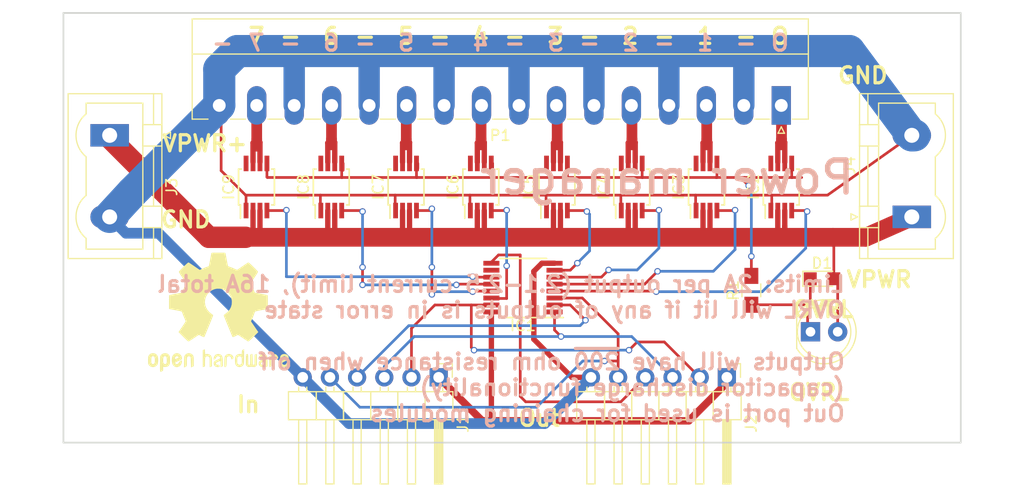
<source format=kicad_pcb>
(kicad_pcb (version 4) (host pcbnew 4.0.5+dfsg1-4)

  (general
    (links 83)
    (no_connects 0)
    (area 10.040857 13.153 105.783143 59.353001)
    (thickness 1.6)
    (drawings 56)
    (tracks 374)
    (zones 0)
    (modules 22)
    (nets 36)
  )

  (page A4)
  (layers
    (0 F.Cu signal)
    (31 B.Cu signal)
    (33 F.Adhes user)
    (35 F.Paste user)
    (36 B.SilkS user)
    (37 F.SilkS user)
    (38 B.Mask user)
    (39 F.Mask user)
    (40 Dwgs.User user)
    (41 Cmts.User user)
    (42 Eco1.User user)
    (43 Eco2.User user)
    (44 Edge.Cuts user)
    (45 Margin user)
    (47 F.CrtYd user)
    (49 F.Fab user)
  )

  (setup
    (last_trace_width 0.25)
    (user_trace_width 0.5)
    (user_trace_width 0.7)
    (user_trace_width 1)
    (user_trace_width 1.25)
    (user_trace_width 1.5)
    (user_trace_width 1.75)
    (user_trace_width 2)
    (user_trace_width 3)
    (trace_clearance 0.16)
    (zone_clearance 0.508)
    (zone_45_only no)
    (trace_min 0.2)
    (segment_width 0.2)
    (edge_width 0.15)
    (via_size 0.6)
    (via_drill 0.4)
    (via_min_size 0.4)
    (via_min_drill 0.3)
    (uvia_size 0.3)
    (uvia_drill 0.1)
    (uvias_allowed no)
    (uvia_min_size 0.2)
    (uvia_min_drill 0.1)
    (pcb_text_width 0.3)
    (pcb_text_size 1.5 1.5)
    (mod_edge_width 0.15)
    (mod_text_size 1 1)
    (mod_text_width 0.15)
    (pad_size 4.3 4.3)
    (pad_drill 4.3)
    (pad_to_mask_clearance 0.2)
    (aux_axis_origin 0 0)
    (grid_origin 98.806 48.006)
    (visible_elements FFFFFF7F)
    (pcbplotparams
      (layerselection 0x010f0_80000001)
      (usegerberextensions false)
      (excludeedgelayer true)
      (linewidth 0.100000)
      (plotframeref false)
      (viasonmask false)
      (mode 1)
      (useauxorigin false)
      (hpglpennumber 1)
      (hpglpenspeed 20)
      (hpglpendiameter 15)
      (hpglpenoverlay 2)
      (psnegative false)
      (psa4output false)
      (plotreference true)
      (plotvalue true)
      (plotinvisibletext false)
      (padsonsilk false)
      (subtractmaskfromsilk false)
      (outputformat 1)
      (mirror false)
      (drillshape 0)
      (scaleselection 1)
      (outputdirectory gerbers/))
  )

  (net 0 "")
  (net 1 "Net-(IC1-Pad1)")
  (net 2 "Net-(IC1-Pad2)")
  (net 3 "Net-(IC1-Pad3)")
  (net 4 "Net-(IC1-Pad9)")
  (net 5 "Net-(IC1-Pad10)")
  (net 6 "Net-(IC1-Pad15)")
  (net 7 ctrl_out0)
  (net 8 ctrl_out1)
  (net 9 ctrl_out2)
  (net 10 ctrl_out3)
  (net 11 OVERLOAD)
  (net 12 "/Power out/out_pwr2")
  (net 13 "Net-(IC3-Pad8)")
  (net 14 "/Power out/out_pwr3")
  (net 15 "Net-(IC4-Pad8)")
  (net 16 "/Power out/out_pwr4")
  (net 17 "Net-(IC5-Pad8)")
  (net 18 "/Power out/out_pwr5")
  (net 19 "Net-(IC6-Pad8)")
  (net 20 "/Power out/out_pwr6")
  (net 21 "Net-(IC7-Pad8)")
  (net 22 "/Power out/out_pwr7")
  (net 23 "Net-(IC8-Pad8)")
  (net 24 "/Power out/out_pwr0")
  (net 25 "/Power out/out_pwr1")
  (net 26 GND)
  (net 27 VPWR)
  (net 28 ctrl_out4)
  (net 29 ctrl_out5)
  (net 30 ctrl_out6)
  (net 31 ctrl_out7)
  (net 32 VCC)
  (net 33 "Net-(IC2-Pad8)")
  (net 34 "Net-(IC9-Pad8)")
  (net 35 "Net-(D1-Pad1)")

  (net_class Default "This is the default net class."
    (clearance 0.16)
    (trace_width 0.25)
    (via_dia 0.6)
    (via_drill 0.4)
    (uvia_dia 0.3)
    (uvia_drill 0.1)
    (add_net "/Power out/out_pwr0")
    (add_net "/Power out/out_pwr1")
    (add_net "/Power out/out_pwr2")
    (add_net "/Power out/out_pwr3")
    (add_net "/Power out/out_pwr4")
    (add_net "/Power out/out_pwr5")
    (add_net "/Power out/out_pwr6")
    (add_net "/Power out/out_pwr7")
    (add_net GND)
    (add_net "Net-(D1-Pad1)")
    (add_net "Net-(IC1-Pad1)")
    (add_net "Net-(IC1-Pad10)")
    (add_net "Net-(IC1-Pad15)")
    (add_net "Net-(IC1-Pad2)")
    (add_net "Net-(IC1-Pad3)")
    (add_net "Net-(IC1-Pad9)")
    (add_net "Net-(IC2-Pad8)")
    (add_net "Net-(IC3-Pad8)")
    (add_net "Net-(IC4-Pad8)")
    (add_net "Net-(IC5-Pad8)")
    (add_net "Net-(IC6-Pad8)")
    (add_net "Net-(IC7-Pad8)")
    (add_net "Net-(IC8-Pad8)")
    (add_net "Net-(IC9-Pad8)")
    (add_net OVERLOAD)
    (add_net VCC)
    (add_net VPWR)
    (add_net ctrl_out0)
    (add_net ctrl_out1)
    (add_net ctrl_out2)
    (add_net ctrl_out3)
    (add_net ctrl_out4)
    (add_net ctrl_out5)
    (add_net ctrl_out6)
    (add_net ctrl_out7)
  )

  (module Connectors_Phoenix:PhoenixContact_MC-G_16x3.50mm_Angled (layer F.Cu) (tedit 58AC4560) (tstamp 590B5AF9)
    (at 83.058 23.368 180)
    (descr "Generic Phoenix Contact connector footprint for series: MC-G; number of pins: 16; pin pitch: 3.50mm; Angled || order number: 1844359 8A 160V")
    (tags "phoenix_contact connector MC_01x16_G_3.5mm")
    (path /5908DC66/5908CEDA)
    (fp_text reference P1 (at 26.25 -2.8 180) (layer F.SilkS)
      (effects (font (size 1 1) (thickness 0.15)))
    )
    (fp_text value CONN_01X16 (at 26.25 9 180) (layer F.Fab)
      (effects (font (size 1 1) (thickness 0.15)))
    )
    (fp_line (start -2.53 -1.28) (end -2.53 8.08) (layer F.SilkS) (width 0.12))
    (fp_line (start -2.53 8.08) (end 55.03 8.08) (layer F.SilkS) (width 0.12))
    (fp_line (start 55.03 8.08) (end 55.03 -1.28) (layer F.SilkS) (width 0.12))
    (fp_line (start -2.53 -1.28) (end -1.05 -1.28) (layer F.SilkS) (width 0.12))
    (fp_line (start 55.03 -1.28) (end 53.55 -1.28) (layer F.SilkS) (width 0.12))
    (fp_line (start 1.05 -1.28) (end 2.45 -1.28) (layer F.SilkS) (width 0.12))
    (fp_line (start 4.55 -1.28) (end 5.95 -1.28) (layer F.SilkS) (width 0.12))
    (fp_line (start 8.05 -1.28) (end 9.45 -1.28) (layer F.SilkS) (width 0.12))
    (fp_line (start 11.55 -1.28) (end 12.95 -1.28) (layer F.SilkS) (width 0.12))
    (fp_line (start 15.05 -1.28) (end 16.45 -1.28) (layer F.SilkS) (width 0.12))
    (fp_line (start 18.55 -1.28) (end 19.95 -1.28) (layer F.SilkS) (width 0.12))
    (fp_line (start 22.05 -1.28) (end 23.45 -1.28) (layer F.SilkS) (width 0.12))
    (fp_line (start 25.55 -1.28) (end 26.95 -1.28) (layer F.SilkS) (width 0.12))
    (fp_line (start 29.05 -1.28) (end 30.45 -1.28) (layer F.SilkS) (width 0.12))
    (fp_line (start 32.55 -1.28) (end 33.95 -1.28) (layer F.SilkS) (width 0.12))
    (fp_line (start 36.05 -1.28) (end 37.45 -1.28) (layer F.SilkS) (width 0.12))
    (fp_line (start 39.55 -1.28) (end 40.95 -1.28) (layer F.SilkS) (width 0.12))
    (fp_line (start 43.05 -1.28) (end 44.45 -1.28) (layer F.SilkS) (width 0.12))
    (fp_line (start 46.55 -1.28) (end 47.95 -1.28) (layer F.SilkS) (width 0.12))
    (fp_line (start 50.05 -1.28) (end 51.45 -1.28) (layer F.SilkS) (width 0.12))
    (fp_line (start -2.45 -1.2) (end -2.45 8) (layer F.Fab) (width 0.1))
    (fp_line (start -2.45 8) (end 54.95 8) (layer F.Fab) (width 0.1))
    (fp_line (start 54.95 8) (end 54.95 -1.2) (layer F.Fab) (width 0.1))
    (fp_line (start 54.95 -1.2) (end -2.45 -1.2) (layer F.Fab) (width 0.1))
    (fp_line (start -2.53 4.8) (end 55.03 4.8) (layer F.SilkS) (width 0.12))
    (fp_line (start -3.03 -2.3) (end -3.03 8.5) (layer F.CrtYd) (width 0.05))
    (fp_line (start -3.03 8.5) (end 55.45 8.5) (layer F.CrtYd) (width 0.05))
    (fp_line (start 55.45 8.5) (end 55.45 -2.3) (layer F.CrtYd) (width 0.05))
    (fp_line (start 55.45 -2.3) (end -3.03 -2.3) (layer F.CrtYd) (width 0.05))
    (fp_line (start 0.3 -2.6) (end 0 -2) (layer F.SilkS) (width 0.12))
    (fp_line (start 0 -2) (end -0.3 -2.6) (layer F.SilkS) (width 0.12))
    (fp_line (start -0.3 -2.6) (end 0.3 -2.6) (layer F.SilkS) (width 0.12))
    (fp_line (start 0.8 -1.2) (end 0 0) (layer F.Fab) (width 0.1))
    (fp_line (start 0 0) (end -0.8 -1.2) (layer F.Fab) (width 0.1))
    (fp_text user %R (at 26.25 3 180) (layer F.Fab)
      (effects (font (size 1 1) (thickness 0.15)))
    )
    (pad 1 thru_hole rect (at 0 0 180) (size 1.8 3.6) (drill 1.2) (layers *.Cu *.Mask)
      (net 24 "/Power out/out_pwr0"))
    (pad 2 thru_hole oval (at 3.5 0 180) (size 1.8 3.6) (drill 1.2) (layers *.Cu *.Mask)
      (net 26 GND))
    (pad 3 thru_hole oval (at 7 0 180) (size 1.8 3.6) (drill 1.2) (layers *.Cu *.Mask)
      (net 25 "/Power out/out_pwr1"))
    (pad 4 thru_hole oval (at 10.5 0 180) (size 1.8 3.6) (drill 1.2) (layers *.Cu *.Mask)
      (net 26 GND))
    (pad 5 thru_hole oval (at 14 0 180) (size 1.8 3.6) (drill 1.2) (layers *.Cu *.Mask)
      (net 12 "/Power out/out_pwr2"))
    (pad 6 thru_hole oval (at 17.5 0 180) (size 1.8 3.6) (drill 1.2) (layers *.Cu *.Mask)
      (net 26 GND))
    (pad 7 thru_hole oval (at 21 0 180) (size 1.8 3.6) (drill 1.2) (layers *.Cu *.Mask)
      (net 14 "/Power out/out_pwr3"))
    (pad 8 thru_hole oval (at 24.5 0 180) (size 1.8 3.6) (drill 1.2) (layers *.Cu *.Mask)
      (net 26 GND))
    (pad 9 thru_hole oval (at 28 0 180) (size 1.8 3.6) (drill 1.2) (layers *.Cu *.Mask)
      (net 16 "/Power out/out_pwr4"))
    (pad 10 thru_hole oval (at 31.5 0 180) (size 1.8 3.6) (drill 1.2) (layers *.Cu *.Mask)
      (net 26 GND))
    (pad 11 thru_hole oval (at 35 0 180) (size 1.8 3.6) (drill 1.2) (layers *.Cu *.Mask)
      (net 18 "/Power out/out_pwr5"))
    (pad 12 thru_hole oval (at 38.5 0 180) (size 1.8 3.6) (drill 1.2) (layers *.Cu *.Mask)
      (net 26 GND))
    (pad 13 thru_hole oval (at 42 0 180) (size 1.8 3.6) (drill 1.2) (layers *.Cu *.Mask)
      (net 20 "/Power out/out_pwr6"))
    (pad 14 thru_hole oval (at 45.5 0 180) (size 1.8 3.6) (drill 1.2) (layers *.Cu *.Mask)
      (net 26 GND))
    (pad 15 thru_hole oval (at 49 0 180) (size 1.8 3.6) (drill 1.2) (layers *.Cu *.Mask)
      (net 22 "/Power out/out_pwr7"))
    (pad 16 thru_hole oval (at 52.5 0 180) (size 1.8 3.6) (drill 1.2) (layers *.Cu *.Mask)
      (net 26 GND))
    (model Connectors_Phoenix.3dshapes/PhoenixContact_MC-G_16x3.50mm_Angled.wrl
      (at (xyz 0 0 0))
      (scale (xyz 1 1 1))
      (rotate (xyz 0 0 0))
    )
  )

  (module Mounting_Holes:MountingHole_3.2mm_M3 (layer F.Cu) (tedit 590BC834) (tstamp 59224BC0)
    (at 19.558 18.288)
    (descr "Mounting Hole 3.2mm, no annular, M3")
    (tags "mounting hole 3.2mm no annular m3")
    (fp_text reference REF** (at 0 -4.2) (layer F.SilkS) hide
      (effects (font (size 1 1) (thickness 0.15)))
    )
    (fp_text value MountingHole_3.2mm_M3 (at 0 4.2) (layer F.Fab)
      (effects (font (size 1 1) (thickness 0.15)))
    )
    (fp_circle (center 0 0) (end 3.2 0) (layer Cmts.User) (width 0.15))
    (fp_circle (center 0 0) (end 3.45 0) (layer F.CrtYd) (width 0.05))
    (pad 1 np_thru_hole circle (at 0 0) (size 3.2 3.2) (drill 3.2) (layers *.Cu *.Mask))
  )

  (module Mounting_Holes:MountingHole_4.3mm_M4 (layer F.Cu) (tedit 590BC83F) (tstamp 592248CF)
    (at 94.996 50.038)
    (descr "Mounting Hole 4.3mm, no annular, M4")
    (tags "mounting hole 4.3mm no annular m4")
    (fp_text reference REF** (at 0 -5.3) (layer F.SilkS) hide
      (effects (font (size 1 1) (thickness 0.15)))
    )
    (fp_text value MountingHole_4.3mm_M4 (at 0 5.3) (layer F.Fab)
      (effects (font (size 1 1) (thickness 0.15)))
    )
    (fp_circle (center 0 0) (end 4.3 0) (layer Cmts.User) (width 0.15))
    (fp_circle (center 0 0) (end 4.55 0) (layer F.CrtYd) (width 0.05))
    (pad 1 np_thru_hole circle (at 0 0) (size 4.3 4.3) (drill 4.3) (layers *.Cu *.Mask))
  )

  (module Housings_SSOP:TSSOP-16_4.4x5mm_Pitch0.65mm (layer F.Cu) (tedit 54130A77) (tstamp 5867B935)
    (at 58.928 40.386 180)
    (descr "16-Lead Plastic Thin Shrink Small Outline (ST)-4.4 mm Body [TSSOP] (see Microchip Packaging Specification 00000049BS.pdf)")
    (tags "SSOP 0.65")
    (path /58642F14)
    (attr smd)
    (fp_text reference IC1 (at 0 -3.55 180) (layer F.SilkS)
      (effects (font (size 1 1) (thickness 0.15)))
    )
    (fp_text value 74HC4094_RevA_23Aug2012 (at 0 3.55 180) (layer F.Fab)
      (effects (font (size 1 1) (thickness 0.15)))
    )
    (fp_circle (center -1.75 -2) (end -2 -2) (layer F.Fab) (width 0.15))
    (fp_line (start -2.2 2.5) (end -2.2 -2.5) (layer F.Fab) (width 0.15))
    (fp_line (start 2.2 2.5) (end -2.2 2.5) (layer F.Fab) (width 0.15))
    (fp_line (start 2.2 -2.5) (end 2.2 2.5) (layer F.Fab) (width 0.15))
    (fp_line (start -2.2 -2.5) (end 2.2 -2.5) (layer F.Fab) (width 0.15))
    (fp_line (start -3.95 -2.9) (end -3.95 2.8) (layer F.CrtYd) (width 0.05))
    (fp_line (start 3.95 -2.9) (end 3.95 2.8) (layer F.CrtYd) (width 0.05))
    (fp_line (start -3.95 -2.9) (end 3.95 -2.9) (layer F.CrtYd) (width 0.05))
    (fp_line (start -3.95 2.8) (end 3.95 2.8) (layer F.CrtYd) (width 0.05))
    (fp_line (start -2.2 2.725) (end 2.2 2.725) (layer F.SilkS) (width 0.15))
    (fp_line (start -3.775 -2.8) (end 2.2 -2.8) (layer F.SilkS) (width 0.15))
    (pad 1 smd rect (at -2.95 -2.275 180) (size 1.5 0.45) (layers F.Cu F.Paste F.Mask)
      (net 1 "Net-(IC1-Pad1)"))
    (pad 2 smd rect (at -2.95 -1.625 180) (size 1.5 0.45) (layers F.Cu F.Paste F.Mask)
      (net 2 "Net-(IC1-Pad2)"))
    (pad 3 smd rect (at -2.95 -0.975 180) (size 1.5 0.45) (layers F.Cu F.Paste F.Mask)
      (net 3 "Net-(IC1-Pad3)"))
    (pad 4 smd rect (at -2.95 -0.325 180) (size 1.5 0.45) (layers F.Cu F.Paste F.Mask)
      (net 7 ctrl_out0))
    (pad 5 smd rect (at -2.95 0.325 180) (size 1.5 0.45) (layers F.Cu F.Paste F.Mask)
      (net 8 ctrl_out1))
    (pad 6 smd rect (at -2.95 0.975 180) (size 1.5 0.45) (layers F.Cu F.Paste F.Mask)
      (net 9 ctrl_out2))
    (pad 7 smd rect (at -2.95 1.625 180) (size 1.5 0.45) (layers F.Cu F.Paste F.Mask)
      (net 10 ctrl_out3))
    (pad 8 smd rect (at -2.95 2.275 180) (size 1.5 0.45) (layers F.Cu F.Paste F.Mask)
      (net 26 GND))
    (pad 9 smd rect (at 2.95 2.275 180) (size 1.5 0.45) (layers F.Cu F.Paste F.Mask)
      (net 4 "Net-(IC1-Pad9)"))
    (pad 10 smd rect (at 2.95 1.625 180) (size 1.5 0.45) (layers F.Cu F.Paste F.Mask)
      (net 5 "Net-(IC1-Pad10)"))
    (pad 11 smd rect (at 2.95 0.975 180) (size 1.5 0.45) (layers F.Cu F.Paste F.Mask)
      (net 31 ctrl_out7))
    (pad 12 smd rect (at 2.95 0.325 180) (size 1.5 0.45) (layers F.Cu F.Paste F.Mask)
      (net 30 ctrl_out6))
    (pad 13 smd rect (at 2.95 -0.325 180) (size 1.5 0.45) (layers F.Cu F.Paste F.Mask)
      (net 29 ctrl_out5))
    (pad 14 smd rect (at 2.95 -0.975 180) (size 1.5 0.45) (layers F.Cu F.Paste F.Mask)
      (net 28 ctrl_out4))
    (pad 15 smd rect (at 2.95 -1.625 180) (size 1.5 0.45) (layers F.Cu F.Paste F.Mask)
      (net 6 "Net-(IC1-Pad15)"))
    (pad 16 smd rect (at 2.95 -2.275 180) (size 1.5 0.45) (layers F.Cu F.Paste F.Mask)
      (net 32 VCC))
    (model Housings_SSOP.3dshapes/TSSOP-16_4.4x5mm_Pitch0.65mm.wrl
      (at (xyz 0 0 0))
      (scale (xyz 1 1 1))
      (rotate (xyz 0 0 0))
    )
  )

  (module Housings_SSOP:MSOP-8_3x3mm_Pitch0.65mm (layer F.Cu) (tedit 590BB8E7) (tstamp 5908C90C)
    (at 69.088 30.988 90)
    (descr "8-Lead Plastic Micro Small Outline Package (MS) [MSOP] (see Microchip Packaging Specification 00000049BS.pdf)")
    (tags "SSOP 0.65")
    (path /5908DC66/5908C56F)
    (attr smd)
    (fp_text reference IC4 (at 0 -2.6 90) (layer F.SilkS)
      (effects (font (size 1 1) (thickness 0.15)))
    )
    (fp_text value AP24x1 (at 0 2.6 90) (layer F.Fab)
      (effects (font (size 1 1) (thickness 0.15)))
    )
    (fp_line (start -0.5 -1.5) (end 1.5 -1.5) (layer F.Fab) (width 0.15))
    (fp_line (start 1.5 -1.5) (end 1.5 1.5) (layer F.Fab) (width 0.15))
    (fp_line (start 1.5 1.5) (end -1.5 1.5) (layer F.Fab) (width 0.15))
    (fp_line (start -1.5 1.5) (end -1.5 -0.5) (layer F.Fab) (width 0.15))
    (fp_line (start -1.5 -0.5) (end -0.5 -1.5) (layer F.Fab) (width 0.15))
    (fp_line (start -3.2 -1.85) (end -3.2 1.85) (layer F.CrtYd) (width 0.05))
    (fp_line (start 3.2 -1.85) (end 3.2 1.85) (layer F.CrtYd) (width 0.05))
    (fp_line (start -3.2 -1.85) (end 3.2 -1.85) (layer F.CrtYd) (width 0.05))
    (fp_line (start -3.2 1.85) (end 3.2 1.85) (layer F.CrtYd) (width 0.05))
    (fp_line (start -1.675 -1.675) (end -1.675 -1.5) (layer F.SilkS) (width 0.15))
    (fp_line (start 1.675 -1.675) (end 1.675 -1.425) (layer F.SilkS) (width 0.15))
    (fp_line (start 1.675 1.675) (end 1.675 1.425) (layer F.SilkS) (width 0.15))
    (fp_line (start -1.675 1.675) (end -1.675 1.425) (layer F.SilkS) (width 0.15))
    (fp_line (start -1.675 -1.675) (end 1.675 -1.675) (layer F.SilkS) (width 0.15))
    (fp_line (start -1.675 1.675) (end 1.675 1.675) (layer F.SilkS) (width 0.15))
    (fp_line (start -1.675 -1.5) (end -2.925 -1.5) (layer F.SilkS) (width 0.15))
    (fp_text user %R (at 0 0 90) (layer F.Fab)
      (effects (font (size 0.6 0.6) (thickness 0.15)))
    )
    (pad 1 smd rect (at -2.2 -0.975 90) (size 1.45 0.45) (layers F.Cu F.Paste F.Mask)
      (net 26 GND))
    (pad 2 smd rect (at -2.2 -0.325 90) (size 1.45 0.45) (layers F.Cu F.Paste F.Mask)
      (net 27 VPWR))
    (pad 3 smd rect (at -2.2 0.325 90) (size 1.45 0.45) (layers F.Cu F.Paste F.Mask)
      (net 27 VPWR))
    (pad 4 smd rect (at -2.2 0.975 90) (size 1.45 0.45) (layers F.Cu F.Paste F.Mask)
      (net 9 ctrl_out2))
    (pad 5 smd rect (at 2.2 0.975 90) (size 1.45 0.45) (layers F.Cu F.Paste F.Mask)
      (net 11 OVERLOAD))
    (pad 6 smd rect (at 2.2 0.325 90) (size 1.45 0.45) (layers F.Cu F.Paste F.Mask)
      (net 12 "/Power out/out_pwr2"))
    (pad 7 smd rect (at 2.2 -0.325 90) (size 1.45 0.45) (layers F.Cu F.Paste F.Mask)
      (net 12 "/Power out/out_pwr2"))
    (pad 8 smd rect (at 2.2 -0.975 90) (size 1.45 0.45) (layers F.Cu F.Paste F.Mask)
      (net 15 "Net-(IC4-Pad8)"))
    (model ${KISYS3DMOD}/Housings_SSOP.3dshapes/MSOP-8_3x3mm_Pitch0.65mm.wrl
      (at (xyz 0 0 0))
      (scale (xyz 1 1 1))
      (rotate (xyz 0 0 0))
    )
  )

  (module Housings_SSOP:MSOP-8_3x3mm_Pitch0.65mm (layer F.Cu) (tedit 590BB8F8) (tstamp 5908C929)
    (at 62.103 30.988 90)
    (descr "8-Lead Plastic Micro Small Outline Package (MS) [MSOP] (see Microchip Packaging Specification 00000049BS.pdf)")
    (tags "SSOP 0.65")
    (path /5908DC66/5908C5D1)
    (attr smd)
    (fp_text reference IC5 (at 0 -2.6 90) (layer F.SilkS)
      (effects (font (size 1 1) (thickness 0.15)))
    )
    (fp_text value AP24x1 (at 0 2.6 90) (layer F.Fab)
      (effects (font (size 1 1) (thickness 0.15)))
    )
    (fp_line (start -0.5 -1.5) (end 1.5 -1.5) (layer F.Fab) (width 0.15))
    (fp_line (start 1.5 -1.5) (end 1.5 1.5) (layer F.Fab) (width 0.15))
    (fp_line (start 1.5 1.5) (end -1.5 1.5) (layer F.Fab) (width 0.15))
    (fp_line (start -1.5 1.5) (end -1.5 -0.5) (layer F.Fab) (width 0.15))
    (fp_line (start -1.5 -0.5) (end -0.5 -1.5) (layer F.Fab) (width 0.15))
    (fp_line (start -3.2 -1.85) (end -3.2 1.85) (layer F.CrtYd) (width 0.05))
    (fp_line (start 3.2 -1.85) (end 3.2 1.85) (layer F.CrtYd) (width 0.05))
    (fp_line (start -3.2 -1.85) (end 3.2 -1.85) (layer F.CrtYd) (width 0.05))
    (fp_line (start -3.2 1.85) (end 3.2 1.85) (layer F.CrtYd) (width 0.05))
    (fp_line (start -1.675 -1.675) (end -1.675 -1.5) (layer F.SilkS) (width 0.15))
    (fp_line (start 1.675 -1.675) (end 1.675 -1.425) (layer F.SilkS) (width 0.15))
    (fp_line (start 1.675 1.675) (end 1.675 1.425) (layer F.SilkS) (width 0.15))
    (fp_line (start -1.675 1.675) (end -1.675 1.425) (layer F.SilkS) (width 0.15))
    (fp_line (start -1.675 -1.675) (end 1.675 -1.675) (layer F.SilkS) (width 0.15))
    (fp_line (start -1.675 1.675) (end 1.675 1.675) (layer F.SilkS) (width 0.15))
    (fp_line (start -1.675 -1.5) (end -2.925 -1.5) (layer F.SilkS) (width 0.15))
    (fp_text user %R (at 0 0 90) (layer F.Fab)
      (effects (font (size 0.6 0.6) (thickness 0.15)))
    )
    (pad 1 smd rect (at -2.2 -0.975 90) (size 1.45 0.45) (layers F.Cu F.Paste F.Mask)
      (net 26 GND))
    (pad 2 smd rect (at -2.2 -0.325 90) (size 1.45 0.45) (layers F.Cu F.Paste F.Mask)
      (net 27 VPWR))
    (pad 3 smd rect (at -2.2 0.325 90) (size 1.45 0.45) (layers F.Cu F.Paste F.Mask)
      (net 27 VPWR))
    (pad 4 smd rect (at -2.2 0.975 90) (size 1.45 0.45) (layers F.Cu F.Paste F.Mask)
      (net 10 ctrl_out3))
    (pad 5 smd rect (at 2.2 0.975 90) (size 1.45 0.45) (layers F.Cu F.Paste F.Mask)
      (net 11 OVERLOAD))
    (pad 6 smd rect (at 2.2 0.325 90) (size 1.45 0.45) (layers F.Cu F.Paste F.Mask)
      (net 14 "/Power out/out_pwr3"))
    (pad 7 smd rect (at 2.2 -0.325 90) (size 1.45 0.45) (layers F.Cu F.Paste F.Mask)
      (net 14 "/Power out/out_pwr3"))
    (pad 8 smd rect (at 2.2 -0.975 90) (size 1.45 0.45) (layers F.Cu F.Paste F.Mask)
      (net 17 "Net-(IC5-Pad8)"))
    (model ${KISYS3DMOD}/Housings_SSOP.3dshapes/MSOP-8_3x3mm_Pitch0.65mm.wrl
      (at (xyz 0 0 0))
      (scale (xyz 1 1 1))
      (rotate (xyz 0 0 0))
    )
  )

  (module Housings_SSOP:MSOP-8_3x3mm_Pitch0.65mm (layer F.Cu) (tedit 590BB8FF) (tstamp 5908C946)
    (at 54.991 30.988 90)
    (descr "8-Lead Plastic Micro Small Outline Package (MS) [MSOP] (see Microchip Packaging Specification 00000049BS.pdf)")
    (tags "SSOP 0.65")
    (path /5908DC66/5908C8C6)
    (attr smd)
    (fp_text reference IC6 (at 0 -2.6 90) (layer F.SilkS)
      (effects (font (size 1 1) (thickness 0.15)))
    )
    (fp_text value AP24x1 (at 0 2.6 90) (layer F.Fab)
      (effects (font (size 1 1) (thickness 0.15)))
    )
    (fp_line (start -0.5 -1.5) (end 1.5 -1.5) (layer F.Fab) (width 0.15))
    (fp_line (start 1.5 -1.5) (end 1.5 1.5) (layer F.Fab) (width 0.15))
    (fp_line (start 1.5 1.5) (end -1.5 1.5) (layer F.Fab) (width 0.15))
    (fp_line (start -1.5 1.5) (end -1.5 -0.5) (layer F.Fab) (width 0.15))
    (fp_line (start -1.5 -0.5) (end -0.5 -1.5) (layer F.Fab) (width 0.15))
    (fp_line (start -3.2 -1.85) (end -3.2 1.85) (layer F.CrtYd) (width 0.05))
    (fp_line (start 3.2 -1.85) (end 3.2 1.85) (layer F.CrtYd) (width 0.05))
    (fp_line (start -3.2 -1.85) (end 3.2 -1.85) (layer F.CrtYd) (width 0.05))
    (fp_line (start -3.2 1.85) (end 3.2 1.85) (layer F.CrtYd) (width 0.05))
    (fp_line (start -1.675 -1.675) (end -1.675 -1.5) (layer F.SilkS) (width 0.15))
    (fp_line (start 1.675 -1.675) (end 1.675 -1.425) (layer F.SilkS) (width 0.15))
    (fp_line (start 1.675 1.675) (end 1.675 1.425) (layer F.SilkS) (width 0.15))
    (fp_line (start -1.675 1.675) (end -1.675 1.425) (layer F.SilkS) (width 0.15))
    (fp_line (start -1.675 -1.675) (end 1.675 -1.675) (layer F.SilkS) (width 0.15))
    (fp_line (start -1.675 1.675) (end 1.675 1.675) (layer F.SilkS) (width 0.15))
    (fp_line (start -1.675 -1.5) (end -2.925 -1.5) (layer F.SilkS) (width 0.15))
    (fp_text user %R (at 0 0 90) (layer F.Fab)
      (effects (font (size 0.6 0.6) (thickness 0.15)))
    )
    (pad 1 smd rect (at -2.2 -0.975 90) (size 1.45 0.45) (layers F.Cu F.Paste F.Mask)
      (net 26 GND))
    (pad 2 smd rect (at -2.2 -0.325 90) (size 1.45 0.45) (layers F.Cu F.Paste F.Mask)
      (net 27 VPWR))
    (pad 3 smd rect (at -2.2 0.325 90) (size 1.45 0.45) (layers F.Cu F.Paste F.Mask)
      (net 27 VPWR))
    (pad 4 smd rect (at -2.2 0.975 90) (size 1.45 0.45) (layers F.Cu F.Paste F.Mask)
      (net 28 ctrl_out4))
    (pad 5 smd rect (at 2.2 0.975 90) (size 1.45 0.45) (layers F.Cu F.Paste F.Mask)
      (net 11 OVERLOAD))
    (pad 6 smd rect (at 2.2 0.325 90) (size 1.45 0.45) (layers F.Cu F.Paste F.Mask)
      (net 16 "/Power out/out_pwr4"))
    (pad 7 smd rect (at 2.2 -0.325 90) (size 1.45 0.45) (layers F.Cu F.Paste F.Mask)
      (net 16 "/Power out/out_pwr4"))
    (pad 8 smd rect (at 2.2 -0.975 90) (size 1.45 0.45) (layers F.Cu F.Paste F.Mask)
      (net 19 "Net-(IC6-Pad8)"))
    (model ${KISYS3DMOD}/Housings_SSOP.3dshapes/MSOP-8_3x3mm_Pitch0.65mm.wrl
      (at (xyz 0 0 0))
      (scale (xyz 1 1 1))
      (rotate (xyz 0 0 0))
    )
  )

  (module Housings_SSOP:MSOP-8_3x3mm_Pitch0.65mm (layer F.Cu) (tedit 590BB90D) (tstamp 5908C963)
    (at 48.006 30.988 90)
    (descr "8-Lead Plastic Micro Small Outline Package (MS) [MSOP] (see Microchip Packaging Specification 00000049BS.pdf)")
    (tags "SSOP 0.65")
    (path /5908DC66/5908C8E7)
    (attr smd)
    (fp_text reference IC7 (at 0 -2.6 90) (layer F.SilkS)
      (effects (font (size 1 1) (thickness 0.15)))
    )
    (fp_text value AP24x1 (at 0 2.6 90) (layer F.Fab)
      (effects (font (size 1 1) (thickness 0.15)))
    )
    (fp_line (start -0.5 -1.5) (end 1.5 -1.5) (layer F.Fab) (width 0.15))
    (fp_line (start 1.5 -1.5) (end 1.5 1.5) (layer F.Fab) (width 0.15))
    (fp_line (start 1.5 1.5) (end -1.5 1.5) (layer F.Fab) (width 0.15))
    (fp_line (start -1.5 1.5) (end -1.5 -0.5) (layer F.Fab) (width 0.15))
    (fp_line (start -1.5 -0.5) (end -0.5 -1.5) (layer F.Fab) (width 0.15))
    (fp_line (start -3.2 -1.85) (end -3.2 1.85) (layer F.CrtYd) (width 0.05))
    (fp_line (start 3.2 -1.85) (end 3.2 1.85) (layer F.CrtYd) (width 0.05))
    (fp_line (start -3.2 -1.85) (end 3.2 -1.85) (layer F.CrtYd) (width 0.05))
    (fp_line (start -3.2 1.85) (end 3.2 1.85) (layer F.CrtYd) (width 0.05))
    (fp_line (start -1.675 -1.675) (end -1.675 -1.5) (layer F.SilkS) (width 0.15))
    (fp_line (start 1.675 -1.675) (end 1.675 -1.425) (layer F.SilkS) (width 0.15))
    (fp_line (start 1.675 1.675) (end 1.675 1.425) (layer F.SilkS) (width 0.15))
    (fp_line (start -1.675 1.675) (end -1.675 1.425) (layer F.SilkS) (width 0.15))
    (fp_line (start -1.675 -1.675) (end 1.675 -1.675) (layer F.SilkS) (width 0.15))
    (fp_line (start -1.675 1.675) (end 1.675 1.675) (layer F.SilkS) (width 0.15))
    (fp_line (start -1.675 -1.5) (end -2.925 -1.5) (layer F.SilkS) (width 0.15))
    (fp_text user %R (at 0 0 90) (layer F.Fab)
      (effects (font (size 0.6 0.6) (thickness 0.15)))
    )
    (pad 1 smd rect (at -2.2 -0.975 90) (size 1.45 0.45) (layers F.Cu F.Paste F.Mask)
      (net 26 GND))
    (pad 2 smd rect (at -2.2 -0.325 90) (size 1.45 0.45) (layers F.Cu F.Paste F.Mask)
      (net 27 VPWR))
    (pad 3 smd rect (at -2.2 0.325 90) (size 1.45 0.45) (layers F.Cu F.Paste F.Mask)
      (net 27 VPWR))
    (pad 4 smd rect (at -2.2 0.975 90) (size 1.45 0.45) (layers F.Cu F.Paste F.Mask)
      (net 29 ctrl_out5))
    (pad 5 smd rect (at 2.2 0.975 90) (size 1.45 0.45) (layers F.Cu F.Paste F.Mask)
      (net 11 OVERLOAD))
    (pad 6 smd rect (at 2.2 0.325 90) (size 1.45 0.45) (layers F.Cu F.Paste F.Mask)
      (net 18 "/Power out/out_pwr5"))
    (pad 7 smd rect (at 2.2 -0.325 90) (size 1.45 0.45) (layers F.Cu F.Paste F.Mask)
      (net 18 "/Power out/out_pwr5"))
    (pad 8 smd rect (at 2.2 -0.975 90) (size 1.45 0.45) (layers F.Cu F.Paste F.Mask)
      (net 21 "Net-(IC7-Pad8)"))
    (model ${KISYS3DMOD}/Housings_SSOP.3dshapes/MSOP-8_3x3mm_Pitch0.65mm.wrl
      (at (xyz 0 0 0))
      (scale (xyz 1 1 1))
      (rotate (xyz 0 0 0))
    )
  )

  (module Housings_SSOP:MSOP-8_3x3mm_Pitch0.65mm (layer F.Cu) (tedit 590BB913) (tstamp 5908C980)
    (at 41.021 30.988 90)
    (descr "8-Lead Plastic Micro Small Outline Package (MS) [MSOP] (see Microchip Packaging Specification 00000049BS.pdf)")
    (tags "SSOP 0.65")
    (path /5908DC66/5908C908)
    (attr smd)
    (fp_text reference IC8 (at 0 -2.6 90) (layer F.SilkS)
      (effects (font (size 1 1) (thickness 0.15)))
    )
    (fp_text value AP24x1 (at 0 2.6 90) (layer F.Fab)
      (effects (font (size 1 1) (thickness 0.15)))
    )
    (fp_line (start -0.5 -1.5) (end 1.5 -1.5) (layer F.Fab) (width 0.15))
    (fp_line (start 1.5 -1.5) (end 1.5 1.5) (layer F.Fab) (width 0.15))
    (fp_line (start 1.5 1.5) (end -1.5 1.5) (layer F.Fab) (width 0.15))
    (fp_line (start -1.5 1.5) (end -1.5 -0.5) (layer F.Fab) (width 0.15))
    (fp_line (start -1.5 -0.5) (end -0.5 -1.5) (layer F.Fab) (width 0.15))
    (fp_line (start -3.2 -1.85) (end -3.2 1.85) (layer F.CrtYd) (width 0.05))
    (fp_line (start 3.2 -1.85) (end 3.2 1.85) (layer F.CrtYd) (width 0.05))
    (fp_line (start -3.2 -1.85) (end 3.2 -1.85) (layer F.CrtYd) (width 0.05))
    (fp_line (start -3.2 1.85) (end 3.2 1.85) (layer F.CrtYd) (width 0.05))
    (fp_line (start -1.675 -1.675) (end -1.675 -1.5) (layer F.SilkS) (width 0.15))
    (fp_line (start 1.675 -1.675) (end 1.675 -1.425) (layer F.SilkS) (width 0.15))
    (fp_line (start 1.675 1.675) (end 1.675 1.425) (layer F.SilkS) (width 0.15))
    (fp_line (start -1.675 1.675) (end -1.675 1.425) (layer F.SilkS) (width 0.15))
    (fp_line (start -1.675 -1.675) (end 1.675 -1.675) (layer F.SilkS) (width 0.15))
    (fp_line (start -1.675 1.675) (end 1.675 1.675) (layer F.SilkS) (width 0.15))
    (fp_line (start -1.675 -1.5) (end -2.925 -1.5) (layer F.SilkS) (width 0.15))
    (fp_text user %R (at 0 0 90) (layer F.Fab)
      (effects (font (size 0.6 0.6) (thickness 0.15)))
    )
    (pad 1 smd rect (at -2.2 -0.975 90) (size 1.45 0.45) (layers F.Cu F.Paste F.Mask)
      (net 26 GND))
    (pad 2 smd rect (at -2.2 -0.325 90) (size 1.45 0.45) (layers F.Cu F.Paste F.Mask)
      (net 27 VPWR))
    (pad 3 smd rect (at -2.2 0.325 90) (size 1.45 0.45) (layers F.Cu F.Paste F.Mask)
      (net 27 VPWR))
    (pad 4 smd rect (at -2.2 0.975 90) (size 1.45 0.45) (layers F.Cu F.Paste F.Mask)
      (net 30 ctrl_out6))
    (pad 5 smd rect (at 2.2 0.975 90) (size 1.45 0.45) (layers F.Cu F.Paste F.Mask)
      (net 11 OVERLOAD))
    (pad 6 smd rect (at 2.2 0.325 90) (size 1.45 0.45) (layers F.Cu F.Paste F.Mask)
      (net 20 "/Power out/out_pwr6"))
    (pad 7 smd rect (at 2.2 -0.325 90) (size 1.45 0.45) (layers F.Cu F.Paste F.Mask)
      (net 20 "/Power out/out_pwr6"))
    (pad 8 smd rect (at 2.2 -0.975 90) (size 1.45 0.45) (layers F.Cu F.Paste F.Mask)
      (net 23 "Net-(IC8-Pad8)"))
    (model ${KISYS3DMOD}/Housings_SSOP.3dshapes/MSOP-8_3x3mm_Pitch0.65mm.wrl
      (at (xyz 0 0 0))
      (scale (xyz 1 1 1))
      (rotate (xyz 0 0 0))
    )
  )

  (module Housings_SSOP:MSOP-8_3x3mm_Pitch0.65mm (layer F.Cu) (tedit 590BB91F) (tstamp 5908C99D)
    (at 34.036 30.988 90)
    (descr "8-Lead Plastic Micro Small Outline Package (MS) [MSOP] (see Microchip Packaging Specification 00000049BS.pdf)")
    (tags "SSOP 0.65")
    (path /5908DC66/5908C929)
    (attr smd)
    (fp_text reference IC9 (at 0 -2.6 90) (layer F.SilkS)
      (effects (font (size 1 1) (thickness 0.15)))
    )
    (fp_text value AP24x1 (at 0 2.6 90) (layer F.Fab)
      (effects (font (size 1 1) (thickness 0.15)))
    )
    (fp_line (start -0.5 -1.5) (end 1.5 -1.5) (layer F.Fab) (width 0.15))
    (fp_line (start 1.5 -1.5) (end 1.5 1.5) (layer F.Fab) (width 0.15))
    (fp_line (start 1.5 1.5) (end -1.5 1.5) (layer F.Fab) (width 0.15))
    (fp_line (start -1.5 1.5) (end -1.5 -0.5) (layer F.Fab) (width 0.15))
    (fp_line (start -1.5 -0.5) (end -0.5 -1.5) (layer F.Fab) (width 0.15))
    (fp_line (start -3.2 -1.85) (end -3.2 1.85) (layer F.CrtYd) (width 0.05))
    (fp_line (start 3.2 -1.85) (end 3.2 1.85) (layer F.CrtYd) (width 0.05))
    (fp_line (start -3.2 -1.85) (end 3.2 -1.85) (layer F.CrtYd) (width 0.05))
    (fp_line (start -3.2 1.85) (end 3.2 1.85) (layer F.CrtYd) (width 0.05))
    (fp_line (start -1.675 -1.675) (end -1.675 -1.5) (layer F.SilkS) (width 0.15))
    (fp_line (start 1.675 -1.675) (end 1.675 -1.425) (layer F.SilkS) (width 0.15))
    (fp_line (start 1.675 1.675) (end 1.675 1.425) (layer F.SilkS) (width 0.15))
    (fp_line (start -1.675 1.675) (end -1.675 1.425) (layer F.SilkS) (width 0.15))
    (fp_line (start -1.675 -1.675) (end 1.675 -1.675) (layer F.SilkS) (width 0.15))
    (fp_line (start -1.675 1.675) (end 1.675 1.675) (layer F.SilkS) (width 0.15))
    (fp_line (start -1.675 -1.5) (end -2.925 -1.5) (layer F.SilkS) (width 0.15))
    (fp_text user %R (at 0 0 90) (layer F.Fab)
      (effects (font (size 0.6 0.6) (thickness 0.15)))
    )
    (pad 1 smd rect (at -2.2 -0.975 90) (size 1.45 0.45) (layers F.Cu F.Paste F.Mask)
      (net 26 GND))
    (pad 2 smd rect (at -2.2 -0.325 90) (size 1.45 0.45) (layers F.Cu F.Paste F.Mask)
      (net 27 VPWR))
    (pad 3 smd rect (at -2.2 0.325 90) (size 1.45 0.45) (layers F.Cu F.Paste F.Mask)
      (net 27 VPWR))
    (pad 4 smd rect (at -2.2 0.975 90) (size 1.45 0.45) (layers F.Cu F.Paste F.Mask)
      (net 31 ctrl_out7))
    (pad 5 smd rect (at 2.2 0.975 90) (size 1.45 0.45) (layers F.Cu F.Paste F.Mask)
      (net 11 OVERLOAD))
    (pad 6 smd rect (at 2.2 0.325 90) (size 1.45 0.45) (layers F.Cu F.Paste F.Mask)
      (net 22 "/Power out/out_pwr7"))
    (pad 7 smd rect (at 2.2 -0.325 90) (size 1.45 0.45) (layers F.Cu F.Paste F.Mask)
      (net 22 "/Power out/out_pwr7"))
    (pad 8 smd rect (at 2.2 -0.975 90) (size 1.45 0.45) (layers F.Cu F.Paste F.Mask)
      (net 34 "Net-(IC9-Pad8)"))
    (model ${KISYS3DMOD}/Housings_SSOP.3dshapes/MSOP-8_3x3mm_Pitch0.65mm.wrl
      (at (xyz 0 0 0))
      (scale (xyz 1 1 1))
      (rotate (xyz 0 0 0))
    )
  )

  (module Housings_SSOP:MSOP-8_3x3mm_Pitch0.65mm (layer F.Cu) (tedit 590BB8DA) (tstamp 5908C9BA)
    (at 83.058 30.988 90)
    (descr "8-Lead Plastic Micro Small Outline Package (MS) [MSOP] (see Microchip Packaging Specification 00000049BS.pdf)")
    (tags "SSOP 0.65")
    (path /5908DC66/5908AE3E)
    (attr smd)
    (fp_text reference IC2 (at 0 -2.6 90) (layer F.SilkS)
      (effects (font (size 1 1) (thickness 0.15)))
    )
    (fp_text value AP24x1 (at 0 2.6 90) (layer F.Fab)
      (effects (font (size 1 1) (thickness 0.15)))
    )
    (fp_line (start -0.5 -1.5) (end 1.5 -1.5) (layer F.Fab) (width 0.15))
    (fp_line (start 1.5 -1.5) (end 1.5 1.5) (layer F.Fab) (width 0.15))
    (fp_line (start 1.5 1.5) (end -1.5 1.5) (layer F.Fab) (width 0.15))
    (fp_line (start -1.5 1.5) (end -1.5 -0.5) (layer F.Fab) (width 0.15))
    (fp_line (start -1.5 -0.5) (end -0.5 -1.5) (layer F.Fab) (width 0.15))
    (fp_line (start -3.2 -1.85) (end -3.2 1.85) (layer F.CrtYd) (width 0.05))
    (fp_line (start 3.2 -1.85) (end 3.2 1.85) (layer F.CrtYd) (width 0.05))
    (fp_line (start -3.2 -1.85) (end 3.2 -1.85) (layer F.CrtYd) (width 0.05))
    (fp_line (start -3.2 1.85) (end 3.2 1.85) (layer F.CrtYd) (width 0.05))
    (fp_line (start -1.675 -1.675) (end -1.675 -1.5) (layer F.SilkS) (width 0.15))
    (fp_line (start 1.675 -1.675) (end 1.675 -1.425) (layer F.SilkS) (width 0.15))
    (fp_line (start 1.675 1.675) (end 1.675 1.425) (layer F.SilkS) (width 0.15))
    (fp_line (start -1.675 1.675) (end -1.675 1.425) (layer F.SilkS) (width 0.15))
    (fp_line (start -1.675 -1.675) (end 1.675 -1.675) (layer F.SilkS) (width 0.15))
    (fp_line (start -1.675 1.675) (end 1.675 1.675) (layer F.SilkS) (width 0.15))
    (fp_line (start -1.675 -1.5) (end -2.925 -1.5) (layer F.SilkS) (width 0.15))
    (fp_text user %R (at 0 0 90) (layer F.Fab)
      (effects (font (size 0.6 0.6) (thickness 0.15)))
    )
    (pad 1 smd rect (at -2.2 -0.975 90) (size 1.45 0.45) (layers F.Cu F.Paste F.Mask)
      (net 26 GND))
    (pad 2 smd rect (at -2.2 -0.325 90) (size 1.45 0.45) (layers F.Cu F.Paste F.Mask)
      (net 27 VPWR))
    (pad 3 smd rect (at -2.2 0.325 90) (size 1.45 0.45) (layers F.Cu F.Paste F.Mask)
      (net 27 VPWR))
    (pad 4 smd rect (at -2.2 0.975 90) (size 1.45 0.45) (layers F.Cu F.Paste F.Mask)
      (net 7 ctrl_out0))
    (pad 5 smd rect (at 2.2 0.975 90) (size 1.45 0.45) (layers F.Cu F.Paste F.Mask)
      (net 11 OVERLOAD))
    (pad 6 smd rect (at 2.2 0.325 90) (size 1.45 0.45) (layers F.Cu F.Paste F.Mask)
      (net 24 "/Power out/out_pwr0"))
    (pad 7 smd rect (at 2.2 -0.325 90) (size 1.45 0.45) (layers F.Cu F.Paste F.Mask)
      (net 24 "/Power out/out_pwr0"))
    (pad 8 smd rect (at 2.2 -0.975 90) (size 1.45 0.45) (layers F.Cu F.Paste F.Mask)
      (net 33 "Net-(IC2-Pad8)"))
    (model ${KISYS3DMOD}/Housings_SSOP.3dshapes/MSOP-8_3x3mm_Pitch0.65mm.wrl
      (at (xyz 0 0 0))
      (scale (xyz 1 1 1))
      (rotate (xyz 0 0 0))
    )
  )

  (module Housings_SSOP:MSOP-8_3x3mm_Pitch0.65mm (layer F.Cu) (tedit 590BB8C9) (tstamp 5908C9D7)
    (at 76.073 30.988 90)
    (descr "8-Lead Plastic Micro Small Outline Package (MS) [MSOP] (see Microchip Packaging Specification 00000049BS.pdf)")
    (tags "SSOP 0.65")
    (path /5908DC66/5908C36A)
    (attr smd)
    (fp_text reference IC3 (at 0 -2.6 90) (layer F.SilkS)
      (effects (font (size 1 1) (thickness 0.15)))
    )
    (fp_text value AP24x1 (at 0 2.6 90) (layer F.Fab)
      (effects (font (size 1 1) (thickness 0.15)))
    )
    (fp_line (start -0.5 -1.5) (end 1.5 -1.5) (layer F.Fab) (width 0.15))
    (fp_line (start 1.5 -1.5) (end 1.5 1.5) (layer F.Fab) (width 0.15))
    (fp_line (start 1.5 1.5) (end -1.5 1.5) (layer F.Fab) (width 0.15))
    (fp_line (start -1.5 1.5) (end -1.5 -0.5) (layer F.Fab) (width 0.15))
    (fp_line (start -1.5 -0.5) (end -0.5 -1.5) (layer F.Fab) (width 0.15))
    (fp_line (start -3.2 -1.85) (end -3.2 1.85) (layer F.CrtYd) (width 0.05))
    (fp_line (start 3.2 -1.85) (end 3.2 1.85) (layer F.CrtYd) (width 0.05))
    (fp_line (start -3.2 -1.85) (end 3.2 -1.85) (layer F.CrtYd) (width 0.05))
    (fp_line (start -3.2 1.85) (end 3.2 1.85) (layer F.CrtYd) (width 0.05))
    (fp_line (start -1.675 -1.675) (end -1.675 -1.5) (layer F.SilkS) (width 0.15))
    (fp_line (start 1.675 -1.675) (end 1.675 -1.425) (layer F.SilkS) (width 0.15))
    (fp_line (start 1.675 1.675) (end 1.675 1.425) (layer F.SilkS) (width 0.15))
    (fp_line (start -1.675 1.675) (end -1.675 1.425) (layer F.SilkS) (width 0.15))
    (fp_line (start -1.675 -1.675) (end 1.675 -1.675) (layer F.SilkS) (width 0.15))
    (fp_line (start -1.675 1.675) (end 1.675 1.675) (layer F.SilkS) (width 0.15))
    (fp_line (start -1.675 -1.5) (end -2.925 -1.5) (layer F.SilkS) (width 0.15))
    (fp_text user %R (at 0 0 90) (layer F.Fab)
      (effects (font (size 0.6 0.6) (thickness 0.15)))
    )
    (pad 1 smd rect (at -2.2 -0.975 90) (size 1.45 0.45) (layers F.Cu F.Paste F.Mask)
      (net 26 GND))
    (pad 2 smd rect (at -2.2 -0.325 90) (size 1.45 0.45) (layers F.Cu F.Paste F.Mask)
      (net 27 VPWR))
    (pad 3 smd rect (at -2.2 0.325 90) (size 1.45 0.45) (layers F.Cu F.Paste F.Mask)
      (net 27 VPWR))
    (pad 4 smd rect (at -2.2 0.975 90) (size 1.45 0.45) (layers F.Cu F.Paste F.Mask)
      (net 8 ctrl_out1))
    (pad 5 smd rect (at 2.2 0.975 90) (size 1.45 0.45) (layers F.Cu F.Paste F.Mask)
      (net 11 OVERLOAD))
    (pad 6 smd rect (at 2.2 0.325 90) (size 1.45 0.45) (layers F.Cu F.Paste F.Mask)
      (net 25 "/Power out/out_pwr1"))
    (pad 7 smd rect (at 2.2 -0.325 90) (size 1.45 0.45) (layers F.Cu F.Paste F.Mask)
      (net 25 "/Power out/out_pwr1"))
    (pad 8 smd rect (at 2.2 -0.975 90) (size 1.45 0.45) (layers F.Cu F.Paste F.Mask)
      (net 13 "Net-(IC3-Pad8)"))
    (model ${KISYS3DMOD}/Housings_SSOP.3dshapes/MSOP-8_3x3mm_Pitch0.65mm.wrl
      (at (xyz 0 0 0))
      (scale (xyz 1 1 1))
      (rotate (xyz 0 0 0))
    )
  )

  (module Pin_Headers:Pin_Header_Angled_1x06_Pitch2.54mm (layer F.Cu) (tedit 58CD4EC1) (tstamp 59118F1D)
    (at 51.054 48.768 270)
    (descr "Through hole angled pin header, 1x06, 2.54mm pitch, 6mm pin length, single row")
    (tags "Through hole angled pin header THT 1x06 2.54mm single row")
    (path /590BBDF2)
    (fp_text reference J1 (at 4.315 -2.27 270) (layer F.SilkS)
      (effects (font (size 1 1) (thickness 0.15)))
    )
    (fp_text value CONN_01X06 (at 4.315 14.97 270) (layer F.Fab)
      (effects (font (size 1 1) (thickness 0.15)))
    )
    (fp_line (start 1.4 -1.27) (end 1.4 1.27) (layer F.Fab) (width 0.1))
    (fp_line (start 1.4 1.27) (end 3.9 1.27) (layer F.Fab) (width 0.1))
    (fp_line (start 3.9 1.27) (end 3.9 -1.27) (layer F.Fab) (width 0.1))
    (fp_line (start 3.9 -1.27) (end 1.4 -1.27) (layer F.Fab) (width 0.1))
    (fp_line (start 0 -0.32) (end 0 0.32) (layer F.Fab) (width 0.1))
    (fp_line (start 0 0.32) (end 9.9 0.32) (layer F.Fab) (width 0.1))
    (fp_line (start 9.9 0.32) (end 9.9 -0.32) (layer F.Fab) (width 0.1))
    (fp_line (start 9.9 -0.32) (end 0 -0.32) (layer F.Fab) (width 0.1))
    (fp_line (start 1.4 1.27) (end 1.4 3.81) (layer F.Fab) (width 0.1))
    (fp_line (start 1.4 3.81) (end 3.9 3.81) (layer F.Fab) (width 0.1))
    (fp_line (start 3.9 3.81) (end 3.9 1.27) (layer F.Fab) (width 0.1))
    (fp_line (start 3.9 1.27) (end 1.4 1.27) (layer F.Fab) (width 0.1))
    (fp_line (start 0 2.22) (end 0 2.86) (layer F.Fab) (width 0.1))
    (fp_line (start 0 2.86) (end 9.9 2.86) (layer F.Fab) (width 0.1))
    (fp_line (start 9.9 2.86) (end 9.9 2.22) (layer F.Fab) (width 0.1))
    (fp_line (start 9.9 2.22) (end 0 2.22) (layer F.Fab) (width 0.1))
    (fp_line (start 1.4 3.81) (end 1.4 6.35) (layer F.Fab) (width 0.1))
    (fp_line (start 1.4 6.35) (end 3.9 6.35) (layer F.Fab) (width 0.1))
    (fp_line (start 3.9 6.35) (end 3.9 3.81) (layer F.Fab) (width 0.1))
    (fp_line (start 3.9 3.81) (end 1.4 3.81) (layer F.Fab) (width 0.1))
    (fp_line (start 0 4.76) (end 0 5.4) (layer F.Fab) (width 0.1))
    (fp_line (start 0 5.4) (end 9.9 5.4) (layer F.Fab) (width 0.1))
    (fp_line (start 9.9 5.4) (end 9.9 4.76) (layer F.Fab) (width 0.1))
    (fp_line (start 9.9 4.76) (end 0 4.76) (layer F.Fab) (width 0.1))
    (fp_line (start 1.4 6.35) (end 1.4 8.89) (layer F.Fab) (width 0.1))
    (fp_line (start 1.4 8.89) (end 3.9 8.89) (layer F.Fab) (width 0.1))
    (fp_line (start 3.9 8.89) (end 3.9 6.35) (layer F.Fab) (width 0.1))
    (fp_line (start 3.9 6.35) (end 1.4 6.35) (layer F.Fab) (width 0.1))
    (fp_line (start 0 7.3) (end 0 7.94) (layer F.Fab) (width 0.1))
    (fp_line (start 0 7.94) (end 9.9 7.94) (layer F.Fab) (width 0.1))
    (fp_line (start 9.9 7.94) (end 9.9 7.3) (layer F.Fab) (width 0.1))
    (fp_line (start 9.9 7.3) (end 0 7.3) (layer F.Fab) (width 0.1))
    (fp_line (start 1.4 8.89) (end 1.4 11.43) (layer F.Fab) (width 0.1))
    (fp_line (start 1.4 11.43) (end 3.9 11.43) (layer F.Fab) (width 0.1))
    (fp_line (start 3.9 11.43) (end 3.9 8.89) (layer F.Fab) (width 0.1))
    (fp_line (start 3.9 8.89) (end 1.4 8.89) (layer F.Fab) (width 0.1))
    (fp_line (start 0 9.84) (end 0 10.48) (layer F.Fab) (width 0.1))
    (fp_line (start 0 10.48) (end 9.9 10.48) (layer F.Fab) (width 0.1))
    (fp_line (start 9.9 10.48) (end 9.9 9.84) (layer F.Fab) (width 0.1))
    (fp_line (start 9.9 9.84) (end 0 9.84) (layer F.Fab) (width 0.1))
    (fp_line (start 1.4 11.43) (end 1.4 13.97) (layer F.Fab) (width 0.1))
    (fp_line (start 1.4 13.97) (end 3.9 13.97) (layer F.Fab) (width 0.1))
    (fp_line (start 3.9 13.97) (end 3.9 11.43) (layer F.Fab) (width 0.1))
    (fp_line (start 3.9 11.43) (end 1.4 11.43) (layer F.Fab) (width 0.1))
    (fp_line (start 0 12.38) (end 0 13.02) (layer F.Fab) (width 0.1))
    (fp_line (start 0 13.02) (end 9.9 13.02) (layer F.Fab) (width 0.1))
    (fp_line (start 9.9 13.02) (end 9.9 12.38) (layer F.Fab) (width 0.1))
    (fp_line (start 9.9 12.38) (end 0 12.38) (layer F.Fab) (width 0.1))
    (fp_line (start 1.34 -1.33) (end 1.34 1.27) (layer F.SilkS) (width 0.12))
    (fp_line (start 1.34 1.27) (end 3.96 1.27) (layer F.SilkS) (width 0.12))
    (fp_line (start 3.96 1.27) (end 3.96 -1.33) (layer F.SilkS) (width 0.12))
    (fp_line (start 3.96 -1.33) (end 1.34 -1.33) (layer F.SilkS) (width 0.12))
    (fp_line (start 3.96 -0.38) (end 3.96 0.38) (layer F.SilkS) (width 0.12))
    (fp_line (start 3.96 0.38) (end 9.96 0.38) (layer F.SilkS) (width 0.12))
    (fp_line (start 9.96 0.38) (end 9.96 -0.38) (layer F.SilkS) (width 0.12))
    (fp_line (start 9.96 -0.38) (end 3.96 -0.38) (layer F.SilkS) (width 0.12))
    (fp_line (start 0.91 -0.38) (end 1.34 -0.38) (layer F.SilkS) (width 0.12))
    (fp_line (start 0.91 0.38) (end 1.34 0.38) (layer F.SilkS) (width 0.12))
    (fp_line (start 3.96 -0.26) (end 9.96 -0.26) (layer F.SilkS) (width 0.12))
    (fp_line (start 3.96 -0.14) (end 9.96 -0.14) (layer F.SilkS) (width 0.12))
    (fp_line (start 3.96 -0.02) (end 9.96 -0.02) (layer F.SilkS) (width 0.12))
    (fp_line (start 3.96 0.1) (end 9.96 0.1) (layer F.SilkS) (width 0.12))
    (fp_line (start 3.96 0.22) (end 9.96 0.22) (layer F.SilkS) (width 0.12))
    (fp_line (start 3.96 0.34) (end 9.96 0.34) (layer F.SilkS) (width 0.12))
    (fp_line (start 1.34 1.27) (end 1.34 3.81) (layer F.SilkS) (width 0.12))
    (fp_line (start 1.34 3.81) (end 3.96 3.81) (layer F.SilkS) (width 0.12))
    (fp_line (start 3.96 3.81) (end 3.96 1.27) (layer F.SilkS) (width 0.12))
    (fp_line (start 3.96 1.27) (end 1.34 1.27) (layer F.SilkS) (width 0.12))
    (fp_line (start 3.96 2.16) (end 3.96 2.92) (layer F.SilkS) (width 0.12))
    (fp_line (start 3.96 2.92) (end 9.96 2.92) (layer F.SilkS) (width 0.12))
    (fp_line (start 9.96 2.92) (end 9.96 2.16) (layer F.SilkS) (width 0.12))
    (fp_line (start 9.96 2.16) (end 3.96 2.16) (layer F.SilkS) (width 0.12))
    (fp_line (start 0.91 2.16) (end 1.34 2.16) (layer F.SilkS) (width 0.12))
    (fp_line (start 0.91 2.92) (end 1.34 2.92) (layer F.SilkS) (width 0.12))
    (fp_line (start 1.34 3.81) (end 1.34 6.35) (layer F.SilkS) (width 0.12))
    (fp_line (start 1.34 6.35) (end 3.96 6.35) (layer F.SilkS) (width 0.12))
    (fp_line (start 3.96 6.35) (end 3.96 3.81) (layer F.SilkS) (width 0.12))
    (fp_line (start 3.96 3.81) (end 1.34 3.81) (layer F.SilkS) (width 0.12))
    (fp_line (start 3.96 4.7) (end 3.96 5.46) (layer F.SilkS) (width 0.12))
    (fp_line (start 3.96 5.46) (end 9.96 5.46) (layer F.SilkS) (width 0.12))
    (fp_line (start 9.96 5.46) (end 9.96 4.7) (layer F.SilkS) (width 0.12))
    (fp_line (start 9.96 4.7) (end 3.96 4.7) (layer F.SilkS) (width 0.12))
    (fp_line (start 0.91 4.7) (end 1.34 4.7) (layer F.SilkS) (width 0.12))
    (fp_line (start 0.91 5.46) (end 1.34 5.46) (layer F.SilkS) (width 0.12))
    (fp_line (start 1.34 6.35) (end 1.34 8.89) (layer F.SilkS) (width 0.12))
    (fp_line (start 1.34 8.89) (end 3.96 8.89) (layer F.SilkS) (width 0.12))
    (fp_line (start 3.96 8.89) (end 3.96 6.35) (layer F.SilkS) (width 0.12))
    (fp_line (start 3.96 6.35) (end 1.34 6.35) (layer F.SilkS) (width 0.12))
    (fp_line (start 3.96 7.24) (end 3.96 8) (layer F.SilkS) (width 0.12))
    (fp_line (start 3.96 8) (end 9.96 8) (layer F.SilkS) (width 0.12))
    (fp_line (start 9.96 8) (end 9.96 7.24) (layer F.SilkS) (width 0.12))
    (fp_line (start 9.96 7.24) (end 3.96 7.24) (layer F.SilkS) (width 0.12))
    (fp_line (start 0.91 7.24) (end 1.34 7.24) (layer F.SilkS) (width 0.12))
    (fp_line (start 0.91 8) (end 1.34 8) (layer F.SilkS) (width 0.12))
    (fp_line (start 1.34 8.89) (end 1.34 11.43) (layer F.SilkS) (width 0.12))
    (fp_line (start 1.34 11.43) (end 3.96 11.43) (layer F.SilkS) (width 0.12))
    (fp_line (start 3.96 11.43) (end 3.96 8.89) (layer F.SilkS) (width 0.12))
    (fp_line (start 3.96 8.89) (end 1.34 8.89) (layer F.SilkS) (width 0.12))
    (fp_line (start 3.96 9.78) (end 3.96 10.54) (layer F.SilkS) (width 0.12))
    (fp_line (start 3.96 10.54) (end 9.96 10.54) (layer F.SilkS) (width 0.12))
    (fp_line (start 9.96 10.54) (end 9.96 9.78) (layer F.SilkS) (width 0.12))
    (fp_line (start 9.96 9.78) (end 3.96 9.78) (layer F.SilkS) (width 0.12))
    (fp_line (start 0.91 9.78) (end 1.34 9.78) (layer F.SilkS) (width 0.12))
    (fp_line (start 0.91 10.54) (end 1.34 10.54) (layer F.SilkS) (width 0.12))
    (fp_line (start 1.34 11.43) (end 1.34 14.03) (layer F.SilkS) (width 0.12))
    (fp_line (start 1.34 14.03) (end 3.96 14.03) (layer F.SilkS) (width 0.12))
    (fp_line (start 3.96 14.03) (end 3.96 11.43) (layer F.SilkS) (width 0.12))
    (fp_line (start 3.96 11.43) (end 1.34 11.43) (layer F.SilkS) (width 0.12))
    (fp_line (start 3.96 12.32) (end 3.96 13.08) (layer F.SilkS) (width 0.12))
    (fp_line (start 3.96 13.08) (end 9.96 13.08) (layer F.SilkS) (width 0.12))
    (fp_line (start 9.96 13.08) (end 9.96 12.32) (layer F.SilkS) (width 0.12))
    (fp_line (start 9.96 12.32) (end 3.96 12.32) (layer F.SilkS) (width 0.12))
    (fp_line (start 0.91 12.32) (end 1.34 12.32) (layer F.SilkS) (width 0.12))
    (fp_line (start 0.91 13.08) (end 1.34 13.08) (layer F.SilkS) (width 0.12))
    (fp_line (start -1.27 0) (end -1.27 -1.27) (layer F.SilkS) (width 0.12))
    (fp_line (start -1.27 -1.27) (end 0 -1.27) (layer F.SilkS) (width 0.12))
    (fp_line (start -1.8 -1.8) (end -1.8 14.5) (layer F.CrtYd) (width 0.05))
    (fp_line (start -1.8 14.5) (end 10.4 14.5) (layer F.CrtYd) (width 0.05))
    (fp_line (start 10.4 14.5) (end 10.4 -1.8) (layer F.CrtYd) (width 0.05))
    (fp_line (start 10.4 -1.8) (end -1.8 -1.8) (layer F.CrtYd) (width 0.05))
    (fp_text user %R (at 4.315 -2.27 270) (layer F.Fab)
      (effects (font (size 1 1) (thickness 0.15)))
    )
    (pad 1 thru_hole rect (at 0 0 270) (size 1.7 1.7) (drill 1) (layers *.Cu *.Mask)
      (net 32 VCC))
    (pad 2 thru_hole oval (at 0 2.54 270) (size 1.7 1.7) (drill 1) (layers *.Cu *.Mask)
      (net 6 "Net-(IC1-Pad15)"))
    (pad 3 thru_hole oval (at 0 5.08 270) (size 1.7 1.7) (drill 1) (layers *.Cu *.Mask)
      (net 1 "Net-(IC1-Pad1)"))
    (pad 4 thru_hole oval (at 0 7.62 270) (size 1.7 1.7) (drill 1) (layers *.Cu *.Mask)
      (net 2 "Net-(IC1-Pad2)"))
    (pad 5 thru_hole oval (at 0 10.16 270) (size 1.7 1.7) (drill 1) (layers *.Cu *.Mask)
      (net 3 "Net-(IC1-Pad3)"))
    (pad 6 thru_hole oval (at 0 12.7 270) (size 1.7 1.7) (drill 1) (layers *.Cu *.Mask)
      (net 26 GND))
    (model ${KISYS3DMOD}/Pin_Headers.3dshapes/Pin_Header_Angled_1x06_Pitch2.54mm.wrl
      (at (xyz 0 -0.25 0))
      (scale (xyz 1 1 1))
      (rotate (xyz 0 0 90))
    )
  )

  (module Pin_Headers:Pin_Header_Angled_1x06_Pitch2.54mm (layer F.Cu) (tedit 58CD4EC1) (tstamp 59118FA0)
    (at 77.978 48.768 270)
    (descr "Through hole angled pin header, 1x06, 2.54mm pitch, 6mm pin length, single row")
    (tags "Through hole angled pin header THT 1x06 2.54mm single row")
    (path /590BB7CA)
    (fp_text reference J2 (at 4.315 -2.27 270) (layer F.SilkS)
      (effects (font (size 1 1) (thickness 0.15)))
    )
    (fp_text value CONN_01X06 (at 4.315 14.97 270) (layer F.Fab)
      (effects (font (size 1 1) (thickness 0.15)))
    )
    (fp_line (start 1.4 -1.27) (end 1.4 1.27) (layer F.Fab) (width 0.1))
    (fp_line (start 1.4 1.27) (end 3.9 1.27) (layer F.Fab) (width 0.1))
    (fp_line (start 3.9 1.27) (end 3.9 -1.27) (layer F.Fab) (width 0.1))
    (fp_line (start 3.9 -1.27) (end 1.4 -1.27) (layer F.Fab) (width 0.1))
    (fp_line (start 0 -0.32) (end 0 0.32) (layer F.Fab) (width 0.1))
    (fp_line (start 0 0.32) (end 9.9 0.32) (layer F.Fab) (width 0.1))
    (fp_line (start 9.9 0.32) (end 9.9 -0.32) (layer F.Fab) (width 0.1))
    (fp_line (start 9.9 -0.32) (end 0 -0.32) (layer F.Fab) (width 0.1))
    (fp_line (start 1.4 1.27) (end 1.4 3.81) (layer F.Fab) (width 0.1))
    (fp_line (start 1.4 3.81) (end 3.9 3.81) (layer F.Fab) (width 0.1))
    (fp_line (start 3.9 3.81) (end 3.9 1.27) (layer F.Fab) (width 0.1))
    (fp_line (start 3.9 1.27) (end 1.4 1.27) (layer F.Fab) (width 0.1))
    (fp_line (start 0 2.22) (end 0 2.86) (layer F.Fab) (width 0.1))
    (fp_line (start 0 2.86) (end 9.9 2.86) (layer F.Fab) (width 0.1))
    (fp_line (start 9.9 2.86) (end 9.9 2.22) (layer F.Fab) (width 0.1))
    (fp_line (start 9.9 2.22) (end 0 2.22) (layer F.Fab) (width 0.1))
    (fp_line (start 1.4 3.81) (end 1.4 6.35) (layer F.Fab) (width 0.1))
    (fp_line (start 1.4 6.35) (end 3.9 6.35) (layer F.Fab) (width 0.1))
    (fp_line (start 3.9 6.35) (end 3.9 3.81) (layer F.Fab) (width 0.1))
    (fp_line (start 3.9 3.81) (end 1.4 3.81) (layer F.Fab) (width 0.1))
    (fp_line (start 0 4.76) (end 0 5.4) (layer F.Fab) (width 0.1))
    (fp_line (start 0 5.4) (end 9.9 5.4) (layer F.Fab) (width 0.1))
    (fp_line (start 9.9 5.4) (end 9.9 4.76) (layer F.Fab) (width 0.1))
    (fp_line (start 9.9 4.76) (end 0 4.76) (layer F.Fab) (width 0.1))
    (fp_line (start 1.4 6.35) (end 1.4 8.89) (layer F.Fab) (width 0.1))
    (fp_line (start 1.4 8.89) (end 3.9 8.89) (layer F.Fab) (width 0.1))
    (fp_line (start 3.9 8.89) (end 3.9 6.35) (layer F.Fab) (width 0.1))
    (fp_line (start 3.9 6.35) (end 1.4 6.35) (layer F.Fab) (width 0.1))
    (fp_line (start 0 7.3) (end 0 7.94) (layer F.Fab) (width 0.1))
    (fp_line (start 0 7.94) (end 9.9 7.94) (layer F.Fab) (width 0.1))
    (fp_line (start 9.9 7.94) (end 9.9 7.3) (layer F.Fab) (width 0.1))
    (fp_line (start 9.9 7.3) (end 0 7.3) (layer F.Fab) (width 0.1))
    (fp_line (start 1.4 8.89) (end 1.4 11.43) (layer F.Fab) (width 0.1))
    (fp_line (start 1.4 11.43) (end 3.9 11.43) (layer F.Fab) (width 0.1))
    (fp_line (start 3.9 11.43) (end 3.9 8.89) (layer F.Fab) (width 0.1))
    (fp_line (start 3.9 8.89) (end 1.4 8.89) (layer F.Fab) (width 0.1))
    (fp_line (start 0 9.84) (end 0 10.48) (layer F.Fab) (width 0.1))
    (fp_line (start 0 10.48) (end 9.9 10.48) (layer F.Fab) (width 0.1))
    (fp_line (start 9.9 10.48) (end 9.9 9.84) (layer F.Fab) (width 0.1))
    (fp_line (start 9.9 9.84) (end 0 9.84) (layer F.Fab) (width 0.1))
    (fp_line (start 1.4 11.43) (end 1.4 13.97) (layer F.Fab) (width 0.1))
    (fp_line (start 1.4 13.97) (end 3.9 13.97) (layer F.Fab) (width 0.1))
    (fp_line (start 3.9 13.97) (end 3.9 11.43) (layer F.Fab) (width 0.1))
    (fp_line (start 3.9 11.43) (end 1.4 11.43) (layer F.Fab) (width 0.1))
    (fp_line (start 0 12.38) (end 0 13.02) (layer F.Fab) (width 0.1))
    (fp_line (start 0 13.02) (end 9.9 13.02) (layer F.Fab) (width 0.1))
    (fp_line (start 9.9 13.02) (end 9.9 12.38) (layer F.Fab) (width 0.1))
    (fp_line (start 9.9 12.38) (end 0 12.38) (layer F.Fab) (width 0.1))
    (fp_line (start 1.34 -1.33) (end 1.34 1.27) (layer F.SilkS) (width 0.12))
    (fp_line (start 1.34 1.27) (end 3.96 1.27) (layer F.SilkS) (width 0.12))
    (fp_line (start 3.96 1.27) (end 3.96 -1.33) (layer F.SilkS) (width 0.12))
    (fp_line (start 3.96 -1.33) (end 1.34 -1.33) (layer F.SilkS) (width 0.12))
    (fp_line (start 3.96 -0.38) (end 3.96 0.38) (layer F.SilkS) (width 0.12))
    (fp_line (start 3.96 0.38) (end 9.96 0.38) (layer F.SilkS) (width 0.12))
    (fp_line (start 9.96 0.38) (end 9.96 -0.38) (layer F.SilkS) (width 0.12))
    (fp_line (start 9.96 -0.38) (end 3.96 -0.38) (layer F.SilkS) (width 0.12))
    (fp_line (start 0.91 -0.38) (end 1.34 -0.38) (layer F.SilkS) (width 0.12))
    (fp_line (start 0.91 0.38) (end 1.34 0.38) (layer F.SilkS) (width 0.12))
    (fp_line (start 3.96 -0.26) (end 9.96 -0.26) (layer F.SilkS) (width 0.12))
    (fp_line (start 3.96 -0.14) (end 9.96 -0.14) (layer F.SilkS) (width 0.12))
    (fp_line (start 3.96 -0.02) (end 9.96 -0.02) (layer F.SilkS) (width 0.12))
    (fp_line (start 3.96 0.1) (end 9.96 0.1) (layer F.SilkS) (width 0.12))
    (fp_line (start 3.96 0.22) (end 9.96 0.22) (layer F.SilkS) (width 0.12))
    (fp_line (start 3.96 0.34) (end 9.96 0.34) (layer F.SilkS) (width 0.12))
    (fp_line (start 1.34 1.27) (end 1.34 3.81) (layer F.SilkS) (width 0.12))
    (fp_line (start 1.34 3.81) (end 3.96 3.81) (layer F.SilkS) (width 0.12))
    (fp_line (start 3.96 3.81) (end 3.96 1.27) (layer F.SilkS) (width 0.12))
    (fp_line (start 3.96 1.27) (end 1.34 1.27) (layer F.SilkS) (width 0.12))
    (fp_line (start 3.96 2.16) (end 3.96 2.92) (layer F.SilkS) (width 0.12))
    (fp_line (start 3.96 2.92) (end 9.96 2.92) (layer F.SilkS) (width 0.12))
    (fp_line (start 9.96 2.92) (end 9.96 2.16) (layer F.SilkS) (width 0.12))
    (fp_line (start 9.96 2.16) (end 3.96 2.16) (layer F.SilkS) (width 0.12))
    (fp_line (start 0.91 2.16) (end 1.34 2.16) (layer F.SilkS) (width 0.12))
    (fp_line (start 0.91 2.92) (end 1.34 2.92) (layer F.SilkS) (width 0.12))
    (fp_line (start 1.34 3.81) (end 1.34 6.35) (layer F.SilkS) (width 0.12))
    (fp_line (start 1.34 6.35) (end 3.96 6.35) (layer F.SilkS) (width 0.12))
    (fp_line (start 3.96 6.35) (end 3.96 3.81) (layer F.SilkS) (width 0.12))
    (fp_line (start 3.96 3.81) (end 1.34 3.81) (layer F.SilkS) (width 0.12))
    (fp_line (start 3.96 4.7) (end 3.96 5.46) (layer F.SilkS) (width 0.12))
    (fp_line (start 3.96 5.46) (end 9.96 5.46) (layer F.SilkS) (width 0.12))
    (fp_line (start 9.96 5.46) (end 9.96 4.7) (layer F.SilkS) (width 0.12))
    (fp_line (start 9.96 4.7) (end 3.96 4.7) (layer F.SilkS) (width 0.12))
    (fp_line (start 0.91 4.7) (end 1.34 4.7) (layer F.SilkS) (width 0.12))
    (fp_line (start 0.91 5.46) (end 1.34 5.46) (layer F.SilkS) (width 0.12))
    (fp_line (start 1.34 6.35) (end 1.34 8.89) (layer F.SilkS) (width 0.12))
    (fp_line (start 1.34 8.89) (end 3.96 8.89) (layer F.SilkS) (width 0.12))
    (fp_line (start 3.96 8.89) (end 3.96 6.35) (layer F.SilkS) (width 0.12))
    (fp_line (start 3.96 6.35) (end 1.34 6.35) (layer F.SilkS) (width 0.12))
    (fp_line (start 3.96 7.24) (end 3.96 8) (layer F.SilkS) (width 0.12))
    (fp_line (start 3.96 8) (end 9.96 8) (layer F.SilkS) (width 0.12))
    (fp_line (start 9.96 8) (end 9.96 7.24) (layer F.SilkS) (width 0.12))
    (fp_line (start 9.96 7.24) (end 3.96 7.24) (layer F.SilkS) (width 0.12))
    (fp_line (start 0.91 7.24) (end 1.34 7.24) (layer F.SilkS) (width 0.12))
    (fp_line (start 0.91 8) (end 1.34 8) (layer F.SilkS) (width 0.12))
    (fp_line (start 1.34 8.89) (end 1.34 11.43) (layer F.SilkS) (width 0.12))
    (fp_line (start 1.34 11.43) (end 3.96 11.43) (layer F.SilkS) (width 0.12))
    (fp_line (start 3.96 11.43) (end 3.96 8.89) (layer F.SilkS) (width 0.12))
    (fp_line (start 3.96 8.89) (end 1.34 8.89) (layer F.SilkS) (width 0.12))
    (fp_line (start 3.96 9.78) (end 3.96 10.54) (layer F.SilkS) (width 0.12))
    (fp_line (start 3.96 10.54) (end 9.96 10.54) (layer F.SilkS) (width 0.12))
    (fp_line (start 9.96 10.54) (end 9.96 9.78) (layer F.SilkS) (width 0.12))
    (fp_line (start 9.96 9.78) (end 3.96 9.78) (layer F.SilkS) (width 0.12))
    (fp_line (start 0.91 9.78) (end 1.34 9.78) (layer F.SilkS) (width 0.12))
    (fp_line (start 0.91 10.54) (end 1.34 10.54) (layer F.SilkS) (width 0.12))
    (fp_line (start 1.34 11.43) (end 1.34 14.03) (layer F.SilkS) (width 0.12))
    (fp_line (start 1.34 14.03) (end 3.96 14.03) (layer F.SilkS) (width 0.12))
    (fp_line (start 3.96 14.03) (end 3.96 11.43) (layer F.SilkS) (width 0.12))
    (fp_line (start 3.96 11.43) (end 1.34 11.43) (layer F.SilkS) (width 0.12))
    (fp_line (start 3.96 12.32) (end 3.96 13.08) (layer F.SilkS) (width 0.12))
    (fp_line (start 3.96 13.08) (end 9.96 13.08) (layer F.SilkS) (width 0.12))
    (fp_line (start 9.96 13.08) (end 9.96 12.32) (layer F.SilkS) (width 0.12))
    (fp_line (start 9.96 12.32) (end 3.96 12.32) (layer F.SilkS) (width 0.12))
    (fp_line (start 0.91 12.32) (end 1.34 12.32) (layer F.SilkS) (width 0.12))
    (fp_line (start 0.91 13.08) (end 1.34 13.08) (layer F.SilkS) (width 0.12))
    (fp_line (start -1.27 0) (end -1.27 -1.27) (layer F.SilkS) (width 0.12))
    (fp_line (start -1.27 -1.27) (end 0 -1.27) (layer F.SilkS) (width 0.12))
    (fp_line (start -1.8 -1.8) (end -1.8 14.5) (layer F.CrtYd) (width 0.05))
    (fp_line (start -1.8 14.5) (end 10.4 14.5) (layer F.CrtYd) (width 0.05))
    (fp_line (start 10.4 14.5) (end 10.4 -1.8) (layer F.CrtYd) (width 0.05))
    (fp_line (start 10.4 -1.8) (end -1.8 -1.8) (layer F.CrtYd) (width 0.05))
    (fp_text user %R (at 4.315 -2.27 270) (layer F.Fab)
      (effects (font (size 1 1) (thickness 0.15)))
    )
    (pad 1 thru_hole rect (at 0 0 270) (size 1.7 1.7) (drill 1) (layers *.Cu *.Mask)
      (net 32 VCC))
    (pad 2 thru_hole oval (at 0 2.54 270) (size 1.7 1.7) (drill 1) (layers *.Cu *.Mask)
      (net 6 "Net-(IC1-Pad15)"))
    (pad 3 thru_hole oval (at 0 5.08 270) (size 1.7 1.7) (drill 1) (layers *.Cu *.Mask)
      (net 1 "Net-(IC1-Pad1)"))
    (pad 4 thru_hole oval (at 0 7.62 270) (size 1.7 1.7) (drill 1) (layers *.Cu *.Mask)
      (net 4 "Net-(IC1-Pad9)"))
    (pad 5 thru_hole oval (at 0 10.16 270) (size 1.7 1.7) (drill 1) (layers *.Cu *.Mask)
      (net 3 "Net-(IC1-Pad3)"))
    (pad 6 thru_hole oval (at 0 12.7 270) (size 1.7 1.7) (drill 1) (layers *.Cu *.Mask)
      (net 26 GND))
    (model ${KISYS3DMOD}/Pin_Headers.3dshapes/Pin_Header_Angled_1x06_Pitch2.54mm.wrl
      (at (xyz 0 -0.25 0))
      (scale (xyz 1 1 1))
      (rotate (xyz 0 0 90))
    )
  )

  (module Connectors_Phoenix:PhoenixContact_GMSTBVA-G_02x7.62mm_Vertical (layer F.Cu) (tedit 590BC34E) (tstamp 59168E34)
    (at 20.32 26.162 270)
    (descr "Generic Phoenix Contact connector footprint for series: GMSTBVA-G; number of pins: 02; pin pitch: 7.62mm; Vertical || order number: 1766770 12A 630V")
    (tags "phoenix_contact connector GMSTBVA_01x02_G_7.62mm")
    (path /5908DC66/590BC6F5)
    (fp_text reference J3 (at 4.81 -5.8 270) (layer F.SilkS)
      (effects (font (size 1 1) (thickness 0.15)))
    )
    (fp_text value CONN_01X02 (at -5.842 -1.27 360) (layer F.Fab)
      (effects (font (size 1 1) (thickness 0.15)))
    )
    (fp_arc (start 0 0.55) (end -2 2.2) (angle -100.5) (layer F.SilkS) (width 0.12))
    (fp_arc (start 7.62 0.55) (end 5.62 2.2) (angle -100.5) (layer F.SilkS) (width 0.12))
    (fp_line (start -3.89 -4.88) (end -3.89 3.88) (layer F.SilkS) (width 0.12))
    (fp_line (start -3.89 3.88) (end 11.51 3.88) (layer F.SilkS) (width 0.12))
    (fp_line (start 11.51 3.88) (end 11.51 -4.88) (layer F.SilkS) (width 0.12))
    (fp_line (start 11.51 -4.88) (end -3.89 -4.88) (layer F.SilkS) (width 0.12))
    (fp_line (start -3.81 -4.8) (end -3.81 3.8) (layer F.Fab) (width 0.1))
    (fp_line (start -3.81 3.8) (end 11.43 3.8) (layer F.Fab) (width 0.1))
    (fp_line (start 11.43 3.8) (end 11.43 -4.8) (layer F.Fab) (width 0.1))
    (fp_line (start 11.43 -4.8) (end -3.81 -4.8) (layer F.Fab) (width 0.1))
    (fp_line (start -3.89 -4.1) (end -1.08 -4.1) (layer F.SilkS) (width 0.12))
    (fp_line (start 11.51 -4.1) (end 8.7 -4.1) (layer F.SilkS) (width 0.12))
    (fp_line (start 1 -4.1) (end 6.62 -4.1) (layer F.SilkS) (width 0.12))
    (fp_line (start -1 -3.1) (end -1 -4.88) (layer F.SilkS) (width 0.12))
    (fp_line (start -1 -4.88) (end 1 -4.88) (layer F.SilkS) (width 0.12))
    (fp_line (start 1 -4.88) (end 1 -3.1) (layer F.SilkS) (width 0.12))
    (fp_line (start 1 -3.1) (end -1 -3.1) (layer F.SilkS) (width 0.12))
    (fp_line (start 6.62 -3.1) (end 6.62 -4.88) (layer F.SilkS) (width 0.12))
    (fp_line (start 6.62 -4.88) (end 8.62 -4.88) (layer F.SilkS) (width 0.12))
    (fp_line (start 8.62 -4.88) (end 8.62 -3.1) (layer F.SilkS) (width 0.12))
    (fp_line (start 8.62 -3.1) (end 6.62 -3.1) (layer F.SilkS) (width 0.12))
    (fp_line (start 2 2.2) (end 5.62 2.2) (layer F.SilkS) (width 0.12))
    (fp_line (start -2 2.2) (end -3.01 2.2) (layer F.SilkS) (width 0.12))
    (fp_line (start -3.01 2.2) (end -3.01 -3.1) (layer F.SilkS) (width 0.12))
    (fp_line (start -3.01 -3.1) (end 10.63 -3.1) (layer F.SilkS) (width 0.12))
    (fp_line (start 10.63 -3.1) (end 10.63 2.2) (layer F.SilkS) (width 0.12))
    (fp_line (start 10.63 2.2) (end 9.62 2.2) (layer F.SilkS) (width 0.12))
    (fp_line (start -4.31 -5.3) (end -4.31 4.3) (layer F.CrtYd) (width 0.05))
    (fp_line (start -4.31 4.3) (end 11.93 4.3) (layer F.CrtYd) (width 0.05))
    (fp_line (start 11.93 4.3) (end 11.93 -5.3) (layer F.CrtYd) (width 0.05))
    (fp_line (start 11.93 -5.3) (end -4.31 -5.3) (layer F.CrtYd) (width 0.05))
    (fp_line (start 0.3 -5.68) (end 0 -5.08) (layer F.SilkS) (width 0.12))
    (fp_line (start 0 -5.08) (end -0.3 -5.68) (layer F.SilkS) (width 0.12))
    (fp_line (start -0.3 -5.68) (end 0.3 -5.68) (layer F.SilkS) (width 0.12))
    (fp_line (start 0.5 -3.55) (end 0 -2.55) (layer F.Fab) (width 0.1))
    (fp_line (start 0 -2.55) (end -0.5 -3.55) (layer F.Fab) (width 0.1))
    (fp_line (start -0.5 -3.55) (end 0.5 -3.55) (layer F.Fab) (width 0.1))
    (fp_text user %R (at 4.81 -3 270) (layer F.Fab)
      (effects (font (size 1 1) (thickness 0.15)))
    )
    (pad 1 thru_hole rect (at 0 0 270) (size 2.1 3.6) (drill 1.4) (layers *.Cu *.Mask)
      (net 27 VPWR))
    (pad 2 thru_hole oval (at 7.62 0 270) (size 2.1 3.6) (drill 1.4) (layers *.Cu *.Mask)
      (net 26 GND))
    (model Connectors_Phoenix.3dshapes/PhoenixContact_GMSTBVA-G_02x7.62mm_Vertical.wrl
      (at (xyz 0 0 0))
      (scale (xyz 1 1 1))
      (rotate (xyz 0 0 0))
    )
  )

  (module Connectors_Phoenix:PhoenixContact_GMSTBVA-G_02x7.62mm_Vertical (layer F.Cu) (tedit 58AC498B) (tstamp 59168E60)
    (at 95.25 33.782 90)
    (descr "Generic Phoenix Contact connector footprint for series: GMSTBVA-G; number of pins: 02; pin pitch: 7.62mm; Vertical || order number: 1766770 12A 630V")
    (tags "phoenix_contact connector GMSTBVA_01x02_G_7.62mm")
    (path /5908DC66/590BC6B8)
    (fp_text reference J4 (at 4.81 -5.8 90) (layer F.SilkS)
      (effects (font (size 1 1) (thickness 0.15)))
    )
    (fp_text value CONN_01X02 (at 3.81 4.8 90) (layer F.Fab)
      (effects (font (size 1 1) (thickness 0.15)))
    )
    (fp_arc (start 0 0.55) (end -2 2.2) (angle -100.5) (layer F.SilkS) (width 0.12))
    (fp_arc (start 7.62 0.55) (end 5.62 2.2) (angle -100.5) (layer F.SilkS) (width 0.12))
    (fp_line (start -3.89 -4.88) (end -3.89 3.88) (layer F.SilkS) (width 0.12))
    (fp_line (start -3.89 3.88) (end 11.51 3.88) (layer F.SilkS) (width 0.12))
    (fp_line (start 11.51 3.88) (end 11.51 -4.88) (layer F.SilkS) (width 0.12))
    (fp_line (start 11.51 -4.88) (end -3.89 -4.88) (layer F.SilkS) (width 0.12))
    (fp_line (start -3.81 -4.8) (end -3.81 3.8) (layer F.Fab) (width 0.1))
    (fp_line (start -3.81 3.8) (end 11.43 3.8) (layer F.Fab) (width 0.1))
    (fp_line (start 11.43 3.8) (end 11.43 -4.8) (layer F.Fab) (width 0.1))
    (fp_line (start 11.43 -4.8) (end -3.81 -4.8) (layer F.Fab) (width 0.1))
    (fp_line (start -3.89 -4.1) (end -1.08 -4.1) (layer F.SilkS) (width 0.12))
    (fp_line (start 11.51 -4.1) (end 8.7 -4.1) (layer F.SilkS) (width 0.12))
    (fp_line (start 1 -4.1) (end 6.62 -4.1) (layer F.SilkS) (width 0.12))
    (fp_line (start -1 -3.1) (end -1 -4.88) (layer F.SilkS) (width 0.12))
    (fp_line (start -1 -4.88) (end 1 -4.88) (layer F.SilkS) (width 0.12))
    (fp_line (start 1 -4.88) (end 1 -3.1) (layer F.SilkS) (width 0.12))
    (fp_line (start 1 -3.1) (end -1 -3.1) (layer F.SilkS) (width 0.12))
    (fp_line (start 6.62 -3.1) (end 6.62 -4.88) (layer F.SilkS) (width 0.12))
    (fp_line (start 6.62 -4.88) (end 8.62 -4.88) (layer F.SilkS) (width 0.12))
    (fp_line (start 8.62 -4.88) (end 8.62 -3.1) (layer F.SilkS) (width 0.12))
    (fp_line (start 8.62 -3.1) (end 6.62 -3.1) (layer F.SilkS) (width 0.12))
    (fp_line (start 2 2.2) (end 5.62 2.2) (layer F.SilkS) (width 0.12))
    (fp_line (start -2 2.2) (end -3.01 2.2) (layer F.SilkS) (width 0.12))
    (fp_line (start -3.01 2.2) (end -3.01 -3.1) (layer F.SilkS) (width 0.12))
    (fp_line (start -3.01 -3.1) (end 10.63 -3.1) (layer F.SilkS) (width 0.12))
    (fp_line (start 10.63 -3.1) (end 10.63 2.2) (layer F.SilkS) (width 0.12))
    (fp_line (start 10.63 2.2) (end 9.62 2.2) (layer F.SilkS) (width 0.12))
    (fp_line (start -4.31 -5.3) (end -4.31 4.3) (layer F.CrtYd) (width 0.05))
    (fp_line (start -4.31 4.3) (end 11.93 4.3) (layer F.CrtYd) (width 0.05))
    (fp_line (start 11.93 4.3) (end 11.93 -5.3) (layer F.CrtYd) (width 0.05))
    (fp_line (start 11.93 -5.3) (end -4.31 -5.3) (layer F.CrtYd) (width 0.05))
    (fp_line (start 0.3 -5.68) (end 0 -5.08) (layer F.SilkS) (width 0.12))
    (fp_line (start 0 -5.08) (end -0.3 -5.68) (layer F.SilkS) (width 0.12))
    (fp_line (start -0.3 -5.68) (end 0.3 -5.68) (layer F.SilkS) (width 0.12))
    (fp_line (start 0.5 -3.55) (end 0 -2.55) (layer F.Fab) (width 0.1))
    (fp_line (start 0 -2.55) (end -0.5 -3.55) (layer F.Fab) (width 0.1))
    (fp_line (start -0.5 -3.55) (end 0.5 -3.55) (layer F.Fab) (width 0.1))
    (fp_text user %R (at 4.81 -3 90) (layer F.Fab)
      (effects (font (size 1 1) (thickness 0.15)))
    )
    (pad 1 thru_hole rect (at 0 0 90) (size 2.1 3.6) (drill 1.4) (layers *.Cu *.Mask)
      (net 27 VPWR))
    (pad 2 thru_hole oval (at 7.62 0 90) (size 2.1 3.6) (drill 1.4) (layers *.Cu *.Mask)
      (net 26 GND))
    (model Connectors_Phoenix.3dshapes/PhoenixContact_GMSTBVA-G_02x7.62mm_Vertical.wrl
      (at (xyz 0 0 0))
      (scale (xyz 1 1 1))
      (rotate (xyz 0 0 0))
    )
  )

  (module Mounting_Holes:MountingHole_4.3mm_M4 (layer F.Cu) (tedit 590BC841) (tstamp 592248B4)
    (at 20.828 50.038)
    (descr "Mounting Hole 4.3mm, no annular, M4")
    (tags "mounting hole 4.3mm no annular m4")
    (fp_text reference REF** (at 0 -5.3) (layer F.SilkS) hide
      (effects (font (size 1 1) (thickness 0.15)))
    )
    (fp_text value MountingHole_4.3mm_M4 (at 0 5.3) (layer F.Fab)
      (effects (font (size 1 1) (thickness 0.15)))
    )
    (fp_circle (center 0 0) (end 4.3 0) (layer Cmts.User) (width 0.15))
    (fp_circle (center 0 0) (end 4.55 0) (layer F.CrtYd) (width 0.05))
    (pad "" np_thru_hole circle (at 0 0) (size 4.3 4.3) (drill 4.3) (layers *.Cu *.Mask))
  )

  (module Mounting_Holes:MountingHole_3.2mm_M3 (layer F.Cu) (tedit 590BC839) (tstamp 59224BB1)
    (at 96.266 18.288)
    (descr "Mounting Hole 3.2mm, no annular, M3")
    (tags "mounting hole 3.2mm no annular m3")
    (fp_text reference REF** (at 0 -4.2) (layer F.SilkS) hide
      (effects (font (size 1 1) (thickness 0.15)))
    )
    (fp_text value MountingHole_3.2mm_M3 (at 0 4.2) (layer F.Fab)
      (effects (font (size 1 1) (thickness 0.15)))
    )
    (fp_circle (center 0 0) (end 3.2 0) (layer Cmts.User) (width 0.15))
    (fp_circle (center 0 0) (end 3.45 0) (layer F.CrtYd) (width 0.05))
    (pad 1 np_thru_hole circle (at 0 0) (size 3.2 3.2) (drill 3.2) (layers *.Cu *.Mask))
  )

  (module LEDs:LED_0805 (layer F.Cu) (tedit 57FE93EC) (tstamp 59227D35)
    (at 86.868 39.5605)
    (descr "LED 0805 smd package")
    (tags "LED led 0805 SMD smd SMT smt smdled SMDLED smtled SMTLED")
    (path /5908DC66/590BE27D)
    (attr smd)
    (fp_text reference D1 (at 0 -1.45) (layer F.SilkS)
      (effects (font (size 1 1) (thickness 0.15)))
    )
    (fp_text value 1N4001 (at 0 1.55) (layer F.Fab)
      (effects (font (size 1 1) (thickness 0.15)))
    )
    (fp_line (start -1.8 -0.7) (end -1.8 0.7) (layer F.SilkS) (width 0.12))
    (fp_line (start -0.4 -0.4) (end -0.4 0.4) (layer F.Fab) (width 0.1))
    (fp_line (start -0.4 0) (end 0.2 -0.4) (layer F.Fab) (width 0.1))
    (fp_line (start 0.2 0.4) (end -0.4 0) (layer F.Fab) (width 0.1))
    (fp_line (start 0.2 -0.4) (end 0.2 0.4) (layer F.Fab) (width 0.1))
    (fp_line (start 1 0.6) (end -1 0.6) (layer F.Fab) (width 0.1))
    (fp_line (start 1 -0.6) (end 1 0.6) (layer F.Fab) (width 0.1))
    (fp_line (start -1 -0.6) (end 1 -0.6) (layer F.Fab) (width 0.1))
    (fp_line (start -1 0.6) (end -1 -0.6) (layer F.Fab) (width 0.1))
    (fp_line (start -1.8 0.7) (end 1 0.7) (layer F.SilkS) (width 0.12))
    (fp_line (start -1.8 -0.7) (end 1 -0.7) (layer F.SilkS) (width 0.12))
    (fp_line (start 1.95 -0.85) (end 1.95 0.85) (layer F.CrtYd) (width 0.05))
    (fp_line (start 1.95 0.85) (end -1.95 0.85) (layer F.CrtYd) (width 0.05))
    (fp_line (start -1.95 0.85) (end -1.95 -0.85) (layer F.CrtYd) (width 0.05))
    (fp_line (start -1.95 -0.85) (end 1.95 -0.85) (layer F.CrtYd) (width 0.05))
    (pad 2 smd rect (at 1.1 0 180) (size 1.2 1.2) (layers F.Cu F.Paste F.Mask)
      (net 27 VPWR))
    (pad 1 smd rect (at -1.1 0 180) (size 1.2 1.2) (layers F.Cu F.Paste F.Mask)
      (net 35 "Net-(D1-Pad1)"))
    (model LEDs.3dshapes/LED_0805.wrl
      (at (xyz 0 0 0))
      (scale (xyz 1 1 1))
      (rotate (xyz 0 0 180))
    )
  )

  (module LEDs:LED_D5.0mm (layer F.Cu) (tedit 590BCD6F) (tstamp 59227D46)
    (at 85.7885 44.5135)
    (descr "LED, diameter 5.0mm, 2 pins, http://cdn-reichelt.de/documents/datenblatt/A500/LL-504BC2E-009.pdf")
    (tags "LED diameter 5.0mm 2 pins")
    (path /5908DC66/590BE6C6)
    (fp_text reference D2 (at 1.27 -3.96) (layer F.SilkS) hide
      (effects (font (size 1 1) (thickness 0.15)))
    )
    (fp_text value 1N4001 (at 1.27 3.96) (layer F.Fab)
      (effects (font (size 1 1) (thickness 0.15)))
    )
    (fp_arc (start 1.27 0) (end -1.23 -1.469694) (angle 299.1) (layer F.Fab) (width 0.1))
    (fp_arc (start 1.27 0) (end -1.29 -1.54483) (angle 148.9) (layer F.SilkS) (width 0.12))
    (fp_arc (start 1.27 0) (end -1.29 1.54483) (angle -148.9) (layer F.SilkS) (width 0.12))
    (fp_circle (center 1.27 0) (end 3.77 0) (layer F.Fab) (width 0.1))
    (fp_circle (center 1.27 0) (end 3.77 0) (layer F.SilkS) (width 0.12))
    (fp_line (start -1.23 -1.469694) (end -1.23 1.469694) (layer F.Fab) (width 0.1))
    (fp_line (start -1.29 -1.545) (end -1.29 1.545) (layer F.SilkS) (width 0.12))
    (fp_line (start -1.95 -3.25) (end -1.95 3.25) (layer F.CrtYd) (width 0.05))
    (fp_line (start -1.95 3.25) (end 4.5 3.25) (layer F.CrtYd) (width 0.05))
    (fp_line (start 4.5 3.25) (end 4.5 -3.25) (layer F.CrtYd) (width 0.05))
    (fp_line (start 4.5 -3.25) (end -1.95 -3.25) (layer F.CrtYd) (width 0.05))
    (pad 1 thru_hole rect (at 0 0) (size 1.8 1.8) (drill 0.9) (layers *.Cu *.Mask)
      (net 35 "Net-(D1-Pad1)"))
    (pad 2 thru_hole circle (at 2.54 0) (size 1.8 1.8) (drill 0.9) (layers *.Cu *.Mask)
      (net 27 VPWR))
    (model LEDs.3dshapes/LED_D5.0mm.wrl
      (at (xyz 0 0 0))
      (scale (xyz 0.393701 0.393701 0.393701))
      (rotate (xyz 0 0 0))
    )
  )

  (module Resistors_SMD:R_0805_HandSoldering (layer F.Cu) (tedit 58E0A804) (tstamp 59227D57)
    (at 80.264 40.64 90)
    (descr "Resistor SMD 0805, hand soldering")
    (tags "resistor 0805")
    (path /5908DC66/590BE500)
    (attr smd)
    (fp_text reference R1 (at 0 -1.7 90) (layer F.SilkS)
      (effects (font (size 1 1) (thickness 0.15)))
    )
    (fp_text value R (at 0 1.75 90) (layer F.Fab)
      (effects (font (size 1 1) (thickness 0.15)))
    )
    (fp_text user %R (at 0 0 90) (layer F.Fab)
      (effects (font (size 0.5 0.5) (thickness 0.075)))
    )
    (fp_line (start -1 0.62) (end -1 -0.62) (layer F.Fab) (width 0.1))
    (fp_line (start 1 0.62) (end -1 0.62) (layer F.Fab) (width 0.1))
    (fp_line (start 1 -0.62) (end 1 0.62) (layer F.Fab) (width 0.1))
    (fp_line (start -1 -0.62) (end 1 -0.62) (layer F.Fab) (width 0.1))
    (fp_line (start 0.6 0.88) (end -0.6 0.88) (layer F.SilkS) (width 0.12))
    (fp_line (start -0.6 -0.88) (end 0.6 -0.88) (layer F.SilkS) (width 0.12))
    (fp_line (start -2.35 -0.9) (end 2.35 -0.9) (layer F.CrtYd) (width 0.05))
    (fp_line (start -2.35 -0.9) (end -2.35 0.9) (layer F.CrtYd) (width 0.05))
    (fp_line (start 2.35 0.9) (end 2.35 -0.9) (layer F.CrtYd) (width 0.05))
    (fp_line (start 2.35 0.9) (end -2.35 0.9) (layer F.CrtYd) (width 0.05))
    (pad 1 smd rect (at -1.35 0 90) (size 1.5 1.3) (layers F.Cu F.Paste F.Mask)
      (net 35 "Net-(D1-Pad1)"))
    (pad 2 smd rect (at 1.35 0 90) (size 1.5 1.3) (layers F.Cu F.Paste F.Mask)
      (net 11 OVERLOAD))
    (model ${KISYS3DMOD}/Resistors_SMD.3dshapes/R_0805.wrl
      (at (xyz 0 0 0))
      (scale (xyz 1 1 1))
      (rotate (xyz 0 0 0))
    )
  )

  (module Symbols:OSHW-Logo2_14.6x12mm_SilkScreen (layer F.Cu) (tedit 0) (tstamp 592324F4)
    (at 30.48 42.672)
    (descr "Open Source Hardware Symbol")
    (tags "Logo Symbol OSHW")
    (attr virtual)
    (fp_text reference REF*** (at 0 0) (layer F.SilkS) hide
      (effects (font (size 1 1) (thickness 0.15)))
    )
    (fp_text value OSHW-Logo2_14.6x12mm_SilkScreen (at 0.75 0) (layer F.Fab) hide
      (effects (font (size 1 1) (thickness 0.15)))
    )
    (fp_poly (pts (xy -4.8281 3.861903) (xy -4.71655 3.917522) (xy -4.618092 4.019931) (xy -4.590977 4.057864)
      (xy -4.561438 4.1075) (xy -4.542272 4.161412) (xy -4.531307 4.233364) (xy -4.526371 4.337122)
      (xy -4.525287 4.474101) (xy -4.530182 4.661815) (xy -4.547196 4.802758) (xy -4.579823 4.907908)
      (xy -4.631558 4.988243) (xy -4.705896 5.054741) (xy -4.711358 5.058678) (xy -4.78462 5.098953)
      (xy -4.87284 5.11888) (xy -4.985038 5.123793) (xy -5.167433 5.123793) (xy -5.167509 5.300857)
      (xy -5.169207 5.39947) (xy -5.17955 5.457314) (xy -5.206578 5.492006) (xy -5.258332 5.521164)
      (xy -5.270761 5.527121) (xy -5.328923 5.555039) (xy -5.373956 5.572672) (xy -5.407441 5.574194)
      (xy -5.430962 5.553781) (xy -5.4461 5.505607) (xy -5.454437 5.423846) (xy -5.457556 5.302672)
      (xy -5.45704 5.13626) (xy -5.454471 4.918785) (xy -5.453668 4.853736) (xy -5.450778 4.629502)
      (xy -5.448188 4.482821) (xy -5.167586 4.482821) (xy -5.166009 4.607326) (xy -5.159 4.688787)
      (xy -5.143142 4.742515) (xy -5.115019 4.783823) (xy -5.095925 4.803971) (xy -5.017865 4.862921)
      (xy -4.948753 4.86772) (xy -4.87744 4.819038) (xy -4.875632 4.817241) (xy -4.846617 4.779618)
      (xy -4.828967 4.728484) (xy -4.820064 4.649738) (xy -4.817291 4.529276) (xy -4.817241 4.502588)
      (xy -4.823942 4.336583) (xy -4.845752 4.221505) (xy -4.885235 4.151254) (xy -4.944956 4.119729)
      (xy -4.979472 4.116552) (xy -5.061389 4.13146) (xy -5.117579 4.180548) (xy -5.151402 4.270362)
      (xy -5.16622 4.407445) (xy -5.167586 4.482821) (xy -5.448188 4.482821) (xy -5.447713 4.455952)
      (xy -5.443753 4.325382) (xy -5.438174 4.230087) (xy -5.430254 4.162364) (xy -5.419269 4.114507)
      (xy -5.404499 4.078813) (xy -5.385218 4.047578) (xy -5.376951 4.035824) (xy -5.267288 3.924797)
      (xy -5.128635 3.861847) (xy -4.968246 3.844297) (xy -4.8281 3.861903)) (layer F.SilkS) (width 0.01))
    (fp_poly (pts (xy -2.582571 3.877719) (xy -2.488877 3.931914) (xy -2.423736 3.985707) (xy -2.376093 4.042066)
      (xy -2.343272 4.110987) (xy -2.322594 4.202468) (xy -2.31138 4.326506) (xy -2.306951 4.493098)
      (xy -2.306437 4.612851) (xy -2.306437 5.053659) (xy -2.430517 5.109283) (xy -2.554598 5.164907)
      (xy -2.569195 4.682095) (xy -2.575227 4.501779) (xy -2.581555 4.370901) (xy -2.589394 4.280511)
      (xy -2.599963 4.221664) (xy -2.614477 4.185413) (xy -2.634152 4.16281) (xy -2.640465 4.157917)
      (xy -2.736112 4.119706) (xy -2.832793 4.134827) (xy -2.890345 4.174943) (xy -2.913755 4.20337)
      (xy -2.929961 4.240672) (xy -2.940259 4.297223) (xy -2.945951 4.383394) (xy -2.948336 4.509558)
      (xy -2.948736 4.641042) (xy -2.948814 4.805999) (xy -2.951639 4.922761) (xy -2.961093 5.00151)
      (xy -2.98106 5.052431) (xy -3.015424 5.085706) (xy -3.068068 5.11152) (xy -3.138383 5.138344)
      (xy -3.21518 5.167542) (xy -3.206038 4.649346) (xy -3.202357 4.462539) (xy -3.19805 4.32449)
      (xy -3.191877 4.225568) (xy -3.182598 4.156145) (xy -3.168973 4.10659) (xy -3.149761 4.067273)
      (xy -3.126598 4.032584) (xy -3.014848 3.92177) (xy -2.878487 3.857689) (xy -2.730175 3.842339)
      (xy -2.582571 3.877719)) (layer F.SilkS) (width 0.01))
    (fp_poly (pts (xy -5.951779 3.866015) (xy -5.814939 3.937968) (xy -5.713949 4.053766) (xy -5.678075 4.128213)
      (xy -5.650161 4.239992) (xy -5.635871 4.381227) (xy -5.634516 4.535371) (xy -5.645405 4.685879)
      (xy -5.667847 4.816205) (xy -5.70115 4.909803) (xy -5.711385 4.925922) (xy -5.832618 5.046249)
      (xy -5.976613 5.118317) (xy -6.132861 5.139408) (xy -6.290852 5.106802) (xy -6.33482 5.087253)
      (xy -6.420444 5.027012) (xy -6.495592 4.947135) (xy -6.502694 4.937004) (xy -6.531561 4.888181)
      (xy -6.550643 4.83599) (xy -6.561916 4.767285) (xy -6.567355 4.668918) (xy -6.568938 4.527744)
      (xy -6.568965 4.496092) (xy -6.568893 4.486019) (xy -6.277011 4.486019) (xy -6.275313 4.619256)
      (xy -6.268628 4.707674) (xy -6.254575 4.764785) (xy -6.230771 4.804102) (xy -6.218621 4.817241)
      (xy -6.148764 4.867172) (xy -6.080941 4.864895) (xy -6.012365 4.821584) (xy -5.971465 4.775346)
      (xy -5.947242 4.707857) (xy -5.933639 4.601433) (xy -5.932706 4.58902) (xy -5.930384 4.396147)
      (xy -5.95465 4.2529) (xy -6.005176 4.16016) (xy -6.081632 4.118807) (xy -6.108924 4.116552)
      (xy -6.180589 4.127893) (xy -6.22961 4.167184) (xy -6.259582 4.242326) (xy -6.274101 4.361222)
      (xy -6.277011 4.486019) (xy -6.568893 4.486019) (xy -6.567878 4.345659) (xy -6.563312 4.240549)
      (xy -6.553312 4.167714) (xy -6.535921 4.114108) (xy -6.509184 4.066681) (xy -6.503276 4.057864)
      (xy -6.403968 3.939007) (xy -6.295758 3.870008) (xy -6.164019 3.842619) (xy -6.119283 3.841281)
      (xy -5.951779 3.866015)) (layer F.SilkS) (width 0.01))
    (fp_poly (pts (xy -3.684448 3.884676) (xy -3.569342 3.962111) (xy -3.480389 4.073949) (xy -3.427251 4.216265)
      (xy -3.416503 4.321015) (xy -3.417724 4.364726) (xy -3.427944 4.398194) (xy -3.456039 4.428179)
      (xy -3.510884 4.46144) (xy -3.601355 4.504738) (xy -3.736328 4.564833) (xy -3.737011 4.565134)
      (xy -3.861249 4.622037) (xy -3.963127 4.672565) (xy -4.032233 4.71128) (xy -4.058154 4.73274)
      (xy -4.058161 4.732913) (xy -4.035315 4.779644) (xy -3.981891 4.831154) (xy -3.920558 4.868261)
      (xy -3.889485 4.875632) (xy -3.804711 4.850138) (xy -3.731707 4.786291) (xy -3.696087 4.716094)
      (xy -3.66182 4.664343) (xy -3.594697 4.605409) (xy -3.515792 4.554496) (xy -3.446179 4.526809)
      (xy -3.431623 4.525287) (xy -3.415237 4.550321) (xy -3.41425 4.614311) (xy -3.426292 4.700593)
      (xy -3.448993 4.792501) (xy -3.479986 4.873369) (xy -3.481552 4.876509) (xy -3.574819 5.006734)
      (xy -3.695696 5.095311) (xy -3.832973 5.138786) (xy -3.97544 5.133706) (xy -4.111888 5.076616)
      (xy -4.117955 5.072602) (xy -4.22529 4.975326) (xy -4.295868 4.848409) (xy -4.334926 4.681526)
      (xy -4.340168 4.634639) (xy -4.349452 4.413329) (xy -4.338322 4.310124) (xy -4.058161 4.310124)
      (xy -4.054521 4.374503) (xy -4.034611 4.393291) (xy -3.984974 4.379235) (xy -3.906733 4.346009)
      (xy -3.819274 4.304359) (xy -3.817101 4.303256) (xy -3.74297 4.264265) (xy -3.713219 4.238244)
      (xy -3.720555 4.210965) (xy -3.751447 4.175121) (xy -3.83004 4.123251) (xy -3.914677 4.119439)
      (xy -3.990597 4.157189) (xy -4.043035 4.230001) (xy -4.058161 4.310124) (xy -4.338322 4.310124)
      (xy -4.330356 4.236261) (xy -4.281366 4.095829) (xy -4.213164 3.997447) (xy -4.090065 3.89803)
      (xy -3.954472 3.848711) (xy -3.816045 3.845568) (xy -3.684448 3.884676)) (layer F.SilkS) (width 0.01))
    (fp_poly (pts (xy -1.255402 3.723857) (xy -1.246846 3.843188) (xy -1.237019 3.913506) (xy -1.223401 3.944179)
      (xy -1.203473 3.944571) (xy -1.197011 3.94091) (xy -1.11106 3.914398) (xy -0.999255 3.915946)
      (xy -0.885586 3.943199) (xy -0.81449 3.978455) (xy -0.741595 4.034778) (xy -0.688307 4.098519)
      (xy -0.651725 4.17951) (xy -0.62895 4.287586) (xy -0.617081 4.43258) (xy -0.613218 4.624326)
      (xy -0.613149 4.661109) (xy -0.613103 5.074288) (xy -0.705046 5.106339) (xy -0.770348 5.128144)
      (xy -0.806176 5.138297) (xy -0.80723 5.138391) (xy -0.810758 5.11086) (xy -0.813761 5.034923)
      (xy -0.81601 4.920565) (xy -0.817276 4.777769) (xy -0.817471 4.690951) (xy -0.817877 4.519773)
      (xy -0.819968 4.397088) (xy -0.825053 4.313) (xy -0.83444 4.257614) (xy -0.849439 4.221032)
      (xy -0.871358 4.193359) (xy -0.885043 4.180032) (xy -0.979051 4.126328) (xy -1.081636 4.122307)
      (xy -1.17471 4.167725) (xy -1.191922 4.184123) (xy -1.217168 4.214957) (xy -1.23468 4.251531)
      (xy -1.245858 4.304415) (xy -1.252104 4.384177) (xy -1.254818 4.501385) (xy -1.255402 4.662991)
      (xy -1.255402 5.074288) (xy -1.347345 5.106339) (xy -1.412647 5.128144) (xy -1.448475 5.138297)
      (xy -1.449529 5.138391) (xy -1.452225 5.110448) (xy -1.454655 5.03163) (xy -1.456722 4.909453)
      (xy -1.458329 4.751432) (xy -1.459377 4.565083) (xy -1.459769 4.35792) (xy -1.45977 4.348706)
      (xy -1.45977 3.55902) (xy -1.364885 3.518997) (xy -1.27 3.478973) (xy -1.255402 3.723857)) (layer F.SilkS) (width 0.01))
    (fp_poly (pts (xy 0.079944 3.92436) (xy 0.194343 3.966842) (xy 0.195652 3.967658) (xy 0.266403 4.01973)
      (xy 0.318636 4.080584) (xy 0.355371 4.159887) (xy 0.379634 4.267309) (xy 0.394445 4.412517)
      (xy 0.402829 4.605179) (xy 0.403564 4.632628) (xy 0.41412 5.046521) (xy 0.325291 5.092456)
      (xy 0.261018 5.123498) (xy 0.22221 5.138206) (xy 0.220415 5.138391) (xy 0.2137 5.11125)
      (xy 0.208365 5.038041) (xy 0.205083 4.931081) (xy 0.204368 4.844469) (xy 0.204351 4.704162)
      (xy 0.197937 4.616051) (xy 0.17558 4.574025) (xy 0.127732 4.571975) (xy 0.044849 4.60379)
      (xy -0.080287 4.662272) (xy -0.172303 4.710845) (xy -0.219629 4.752986) (xy -0.233542 4.798916)
      (xy -0.233563 4.801189) (xy -0.210605 4.880311) (xy -0.14263 4.923055) (xy -0.038602 4.929246)
      (xy 0.03633 4.928172) (xy 0.075839 4.949753) (xy 0.100478 5.001591) (xy 0.114659 5.067632)
      (xy 0.094223 5.105104) (xy 0.086528 5.110467) (xy 0.014083 5.132006) (xy -0.087367 5.135055)
      (xy -0.191843 5.120778) (xy -0.265875 5.094688) (xy -0.368228 5.007785) (xy -0.426409 4.886816)
      (xy -0.437931 4.792308) (xy -0.429138 4.707062) (xy -0.39732 4.637476) (xy -0.334316 4.575672)
      (xy -0.231969 4.513772) (xy -0.082118 4.443897) (xy -0.072988 4.439948) (xy 0.061997 4.377588)
      (xy 0.145294 4.326446) (xy 0.180997 4.280488) (xy 0.173203 4.233683) (xy 0.126007 4.179998)
      (xy 0.111894 4.167644) (xy 0.017359 4.119741) (xy -0.080594 4.121758) (xy -0.165903 4.168724)
      (xy -0.222504 4.255669) (xy -0.227763 4.272734) (xy -0.278977 4.355504) (xy -0.343963 4.395372)
      (xy -0.437931 4.434882) (xy -0.437931 4.332658) (xy -0.409347 4.184072) (xy -0.324505 4.047784)
      (xy -0.280355 4.002191) (xy -0.179995 3.943674) (xy -0.052365 3.917184) (xy 0.079944 3.92436)) (layer F.SilkS) (width 0.01))
    (fp_poly (pts (xy 1.065943 3.92192) (xy 1.198565 3.970859) (xy 1.30601 4.057419) (xy 1.348032 4.118352)
      (xy 1.393843 4.230161) (xy 1.392891 4.311006) (xy 1.344808 4.365378) (xy 1.327017 4.374624)
      (xy 1.250204 4.40345) (xy 1.210976 4.396065) (xy 1.197689 4.347658) (xy 1.197012 4.32092)
      (xy 1.172686 4.222548) (xy 1.109281 4.153734) (xy 1.021154 4.120498) (xy 0.922663 4.128861)
      (xy 0.842602 4.172296) (xy 0.815561 4.197072) (xy 0.796394 4.227129) (xy 0.783446 4.272565)
      (xy 0.775064 4.343476) (xy 0.769593 4.44996) (xy 0.765378 4.602112) (xy 0.764287 4.650287)
      (xy 0.760307 4.815095) (xy 0.755781 4.931088) (xy 0.748995 5.007833) (xy 0.738231 5.054893)
      (xy 0.721773 5.081835) (xy 0.697906 5.098223) (xy 0.682626 5.105463) (xy 0.617733 5.13022)
      (xy 0.579534 5.138391) (xy 0.566912 5.111103) (xy 0.559208 5.028603) (xy 0.55638 4.889941)
      (xy 0.558386 4.694162) (xy 0.559011 4.663965) (xy 0.563421 4.485349) (xy 0.568635 4.354923)
      (xy 0.576055 4.262492) (xy 0.587082 4.197858) (xy 0.603117 4.150825) (xy 0.625561 4.111196)
      (xy 0.637302 4.094215) (xy 0.704619 4.01908) (xy 0.77991 3.960638) (xy 0.789128 3.955536)
      (xy 0.924133 3.91526) (xy 1.065943 3.92192)) (layer F.SilkS) (width 0.01))
    (fp_poly (pts (xy 2.393914 4.154455) (xy 2.393543 4.372661) (xy 2.392108 4.540519) (xy 2.389002 4.66607)
      (xy 2.383622 4.757355) (xy 2.375362 4.822415) (xy 2.363616 4.869291) (xy 2.347781 4.906024)
      (xy 2.33579 4.926991) (xy 2.23649 5.040694) (xy 2.110588 5.111965) (xy 1.971291 5.137538)
      (xy 1.831805 5.11415) (xy 1.748743 5.072119) (xy 1.661545 4.999411) (xy 1.602117 4.910612)
      (xy 1.566261 4.79432) (xy 1.549781 4.639135) (xy 1.547447 4.525287) (xy 1.547761 4.517106)
      (xy 1.751724 4.517106) (xy 1.75297 4.647657) (xy 1.758678 4.73408) (xy 1.771804 4.790618)
      (xy 1.795306 4.831514) (xy 1.823386 4.862362) (xy 1.917688 4.921905) (xy 2.01894 4.926992)
      (xy 2.114636 4.877279) (xy 2.122084 4.870543) (xy 2.153874 4.835502) (xy 2.173808 4.793811)
      (xy 2.1846 4.731762) (xy 2.188965 4.635644) (xy 2.189655 4.529379) (xy 2.188159 4.39588)
      (xy 2.181964 4.306822) (xy 2.168514 4.248293) (xy 2.145251 4.206382) (xy 2.126175 4.184123)
      (xy 2.037563 4.127985) (xy 1.935508 4.121235) (xy 1.838095 4.164114) (xy 1.819296 4.180032)
      (xy 1.787293 4.215382) (xy 1.767318 4.257502) (xy 1.756593 4.320251) (xy 1.752339 4.417487)
      (xy 1.751724 4.517106) (xy 1.547761 4.517106) (xy 1.554504 4.341947) (xy 1.578472 4.204195)
      (xy 1.623548 4.100632) (xy 1.693928 4.019856) (xy 1.748743 3.978455) (xy 1.848376 3.933728)
      (xy 1.963855 3.912967) (xy 2.071199 3.918525) (xy 2.131264 3.940943) (xy 2.154835 3.947323)
      (xy 2.170477 3.923535) (xy 2.181395 3.859788) (xy 2.189655 3.762687) (xy 2.198699 3.654541)
      (xy 2.211261 3.589475) (xy 2.234119 3.552268) (xy 2.274051 3.527699) (xy 2.299138 3.516819)
      (xy 2.394023 3.477072) (xy 2.393914 4.154455)) (layer F.SilkS) (width 0.01))
    (fp_poly (pts (xy 3.580124 3.93984) (xy 3.584579 4.016653) (xy 3.588071 4.133391) (xy 3.590315 4.280821)
      (xy 3.591035 4.435455) (xy 3.591035 4.958727) (xy 3.498645 5.051117) (xy 3.434978 5.108047)
      (xy 3.379089 5.131107) (xy 3.302702 5.129647) (xy 3.27238 5.125934) (xy 3.17761 5.115126)
      (xy 3.099222 5.108933) (xy 3.080115 5.108361) (xy 3.015699 5.112102) (xy 2.923571 5.121494)
      (xy 2.88785 5.125934) (xy 2.800114 5.132801) (xy 2.741153 5.117885) (xy 2.68269 5.071835)
      (xy 2.661585 5.051117) (xy 2.569195 4.958727) (xy 2.569195 3.979947) (xy 2.643558 3.946066)
      (xy 2.70759 3.92097) (xy 2.745052 3.912184) (xy 2.754657 3.93995) (xy 2.763635 4.01753)
      (xy 2.771386 4.136348) (xy 2.777314 4.287828) (xy 2.780173 4.415805) (xy 2.788161 4.919425)
      (xy 2.857848 4.929278) (xy 2.921229 4.922389) (xy 2.952286 4.900083) (xy 2.960967 4.858379)
      (xy 2.968378 4.769544) (xy 2.973931 4.644834) (xy 2.977036 4.495507) (xy 2.977484 4.418661)
      (xy 2.977931 3.976287) (xy 3.069874 3.944235) (xy 3.134949 3.922443) (xy 3.170347 3.912281)
      (xy 3.171368 3.912184) (xy 3.17492 3.939809) (xy 3.178823 4.016411) (xy 3.182751 4.132579)
      (xy 3.186376 4.278904) (xy 3.188908 4.415805) (xy 3.196897 4.919425) (xy 3.372069 4.919425)
      (xy 3.380107 4.459965) (xy 3.388146 4.000505) (xy 3.473543 3.956344) (xy 3.536593 3.926019)
      (xy 3.57391 3.912258) (xy 3.574987 3.912184) (xy 3.580124 3.93984)) (layer F.SilkS) (width 0.01))
    (fp_poly (pts (xy 4.314406 3.935156) (xy 4.398469 3.973393) (xy 4.46445 4.019726) (xy 4.512794 4.071532)
      (xy 4.546172 4.138363) (xy 4.567253 4.229769) (xy 4.578707 4.355301) (xy 4.583203 4.524508)
      (xy 4.583678 4.635933) (xy 4.583678 5.070627) (xy 4.509316 5.104509) (xy 4.450746 5.129272)
      (xy 4.42173 5.138391) (xy 4.416179 5.111257) (xy 4.411775 5.038094) (xy 4.409078 4.931263)
      (xy 4.408506 4.846437) (xy 4.406046 4.723887) (xy 4.399412 4.626668) (xy 4.389726 4.567134)
      (xy 4.382032 4.554483) (xy 4.330311 4.567402) (xy 4.249117 4.600539) (xy 4.155102 4.645461)
      (xy 4.064917 4.693735) (xy 3.995215 4.736928) (xy 3.962648 4.766608) (xy 3.962519 4.766929)
      (xy 3.96532 4.821857) (xy 3.990439 4.874292) (xy 4.034541 4.916881) (xy 4.098909 4.931126)
      (xy 4.153921 4.929466) (xy 4.231835 4.928245) (xy 4.272732 4.946498) (xy 4.297295 4.994726)
      (xy 4.300392 5.00382) (xy 4.31104 5.072598) (xy 4.282565 5.11436) (xy 4.208344 5.134263)
      (xy 4.128168 5.137944) (xy 3.98389 5.110658) (xy 3.909203 5.07169) (xy 3.816963 4.980148)
      (xy 3.768043 4.867782) (xy 3.763654 4.749051) (xy 3.805001 4.638411) (xy 3.867197 4.56908)
      (xy 3.929294 4.530265) (xy 4.026895 4.481125) (xy 4.140632 4.431292) (xy 4.15959 4.423677)
      (xy 4.284521 4.368545) (xy 4.356539 4.319954) (xy 4.3797 4.271647) (xy 4.358064 4.21737)
      (xy 4.32092 4.174943) (xy 4.233127 4.122702) (xy 4.13653 4.118784) (xy 4.047944 4.159041)
      (xy 3.984186 4.239326) (xy 3.975817 4.26004) (xy 3.927096 4.336225) (xy 3.855965 4.392785)
      (xy 3.766207 4.439201) (xy 3.766207 4.307584) (xy 3.77149 4.227168) (xy 3.794142 4.163786)
      (xy 3.844367 4.096163) (xy 3.892582 4.044076) (xy 3.967554 3.970322) (xy 4.025806 3.930702)
      (xy 4.088372 3.91481) (xy 4.159193 3.912184) (xy 4.314406 3.935156)) (layer F.SilkS) (width 0.01))
    (fp_poly (pts (xy 5.33569 3.940018) (xy 5.370585 3.955269) (xy 5.453877 4.021235) (xy 5.525103 4.116618)
      (xy 5.569153 4.218406) (xy 5.576322 4.268587) (xy 5.552285 4.338647) (xy 5.499561 4.375717)
      (xy 5.443031 4.398164) (xy 5.417146 4.4023) (xy 5.404542 4.372283) (xy 5.379654 4.306961)
      (xy 5.368735 4.277445) (xy 5.307508 4.175348) (xy 5.218861 4.124423) (xy 5.105193 4.125989)
      (xy 5.096774 4.127994) (xy 5.036088 4.156767) (xy 4.991474 4.212859) (xy 4.961002 4.303163)
      (xy 4.942744 4.434571) (xy 4.934771 4.613974) (xy 4.934023 4.709433) (xy 4.933652 4.859913)
      (xy 4.931223 4.962495) (xy 4.92476 5.027672) (xy 4.912288 5.065938) (xy 4.891833 5.087785)
      (xy 4.861419 5.103707) (xy 4.859661 5.104509) (xy 4.801091 5.129272) (xy 4.772075 5.138391)
      (xy 4.767616 5.110822) (xy 4.763799 5.03462) (xy 4.760899 4.919541) (xy 4.759191 4.775341)
      (xy 4.758851 4.669814) (xy 4.760588 4.465613) (xy 4.767382 4.310697) (xy 4.781607 4.196024)
      (xy 4.805638 4.112551) (xy 4.841848 4.051236) (xy 4.892612 4.003034) (xy 4.942739 3.969393)
      (xy 5.063275 3.924619) (xy 5.203557 3.914521) (xy 5.33569 3.940018)) (layer F.SilkS) (width 0.01))
    (fp_poly (pts (xy 6.343439 3.95654) (xy 6.45895 4.032034) (xy 6.514664 4.099617) (xy 6.558804 4.222255)
      (xy 6.562309 4.319298) (xy 6.554368 4.449056) (xy 6.255115 4.580039) (xy 6.109611 4.646958)
      (xy 6.014537 4.70079) (xy 5.965101 4.747416) (xy 5.956511 4.79272) (xy 5.983972 4.842582)
      (xy 6.014253 4.875632) (xy 6.102363 4.928633) (xy 6.198196 4.932347) (xy 6.286212 4.891041)
      (xy 6.350869 4.808983) (xy 6.362433 4.780008) (xy 6.417825 4.689509) (xy 6.481553 4.65094)
      (xy 6.568966 4.617946) (xy 6.568966 4.743034) (xy 6.561238 4.828156) (xy 6.530966 4.899938)
      (xy 6.467518 4.982356) (xy 6.458088 4.993066) (xy 6.387513 5.066391) (xy 6.326847 5.105742)
      (xy 6.25095 5.123845) (xy 6.18803 5.129774) (xy 6.075487 5.131251) (xy 5.99537 5.112535)
      (xy 5.94539 5.084747) (xy 5.866838 5.023641) (xy 5.812463 4.957554) (xy 5.778052 4.874441)
      (xy 5.759388 4.762254) (xy 5.752256 4.608946) (xy 5.751687 4.531136) (xy 5.753622 4.437853)
      (xy 5.929899 4.437853) (xy 5.931944 4.487896) (xy 5.937039 4.496092) (xy 5.970666 4.484958)
      (xy 6.04303 4.455493) (xy 6.139747 4.413601) (xy 6.159973 4.404597) (xy 6.282203 4.342442)
      (xy 6.349547 4.287815) (xy 6.364348 4.236649) (xy 6.328947 4.184876) (xy 6.299711 4.162)
      (xy 6.194216 4.11625) (xy 6.095476 4.123808) (xy 6.012812 4.179651) (xy 5.955548 4.278753)
      (xy 5.937188 4.357414) (xy 5.929899 4.437853) (xy 5.753622 4.437853) (xy 5.755459 4.349351)
      (xy 5.769359 4.214853) (xy 5.796894 4.116916) (xy 5.841572 4.044811) (xy 5.906901 3.987813)
      (xy 5.935383 3.969393) (xy 6.064763 3.921422) (xy 6.206412 3.918403) (xy 6.343439 3.95654)) (layer F.SilkS) (width 0.01))
    (fp_poly (pts (xy 0.209014 -5.547002) (xy 0.367006 -5.546137) (xy 0.481347 -5.543795) (xy 0.559407 -5.539238)
      (xy 0.608554 -5.53173) (xy 0.636159 -5.520534) (xy 0.649592 -5.504912) (xy 0.656221 -5.484127)
      (xy 0.656865 -5.481437) (xy 0.666935 -5.432887) (xy 0.685575 -5.337095) (xy 0.710845 -5.204257)
      (xy 0.740807 -5.044569) (xy 0.773522 -4.868226) (xy 0.774664 -4.862033) (xy 0.807433 -4.689218)
      (xy 0.838093 -4.536531) (xy 0.864664 -4.413129) (xy 0.885167 -4.328169) (xy 0.897626 -4.29081)
      (xy 0.89822 -4.290148) (xy 0.934919 -4.271905) (xy 1.010586 -4.241503) (xy 1.108878 -4.205507)
      (xy 1.109425 -4.205315) (xy 1.233233 -4.158778) (xy 1.379196 -4.099496) (xy 1.516781 -4.039891)
      (xy 1.523293 -4.036944) (xy 1.74739 -3.935235) (xy 2.243619 -4.274103) (xy 2.395846 -4.377408)
      (xy 2.533741 -4.469763) (xy 2.649315 -4.545916) (xy 2.734579 -4.600615) (xy 2.781544 -4.628607)
      (xy 2.786004 -4.630683) (xy 2.820134 -4.62144) (xy 2.883881 -4.576844) (xy 2.979731 -4.494791)
      (xy 3.110169 -4.373179) (xy 3.243328 -4.243795) (xy 3.371694 -4.116298) (xy 3.486581 -3.999954)
      (xy 3.581073 -3.901948) (xy 3.648253 -3.829464) (xy 3.681206 -3.789687) (xy 3.682432 -3.787639)
      (xy 3.686074 -3.760344) (xy 3.67235 -3.715766) (xy 3.637869 -3.647888) (xy 3.579239 -3.550689)
      (xy 3.49307 -3.418149) (xy 3.3782 -3.247524) (xy 3.276254 -3.097345) (xy 3.185123 -2.96265)
      (xy 3.110073 -2.85126) (xy 3.056369 -2.770995) (xy 3.02928 -2.729675) (xy 3.027574 -2.72687)
      (xy 3.030882 -2.687279) (xy 3.055953 -2.610331) (xy 3.097798 -2.510568) (xy 3.112712 -2.478709)
      (xy 3.177786 -2.336774) (xy 3.247212 -2.175727) (xy 3.303609 -2.036379) (xy 3.344247 -1.932956)
      (xy 3.376526 -1.854358) (xy 3.395178 -1.81328) (xy 3.397497 -1.810115) (xy 3.431803 -1.804872)
      (xy 3.512669 -1.790506) (xy 3.629343 -1.769063) (xy 3.771075 -1.742587) (xy 3.92711 -1.713123)
      (xy 4.086698 -1.682717) (xy 4.239085 -1.653412) (xy 4.373521 -1.627255) (xy 4.479252 -1.60629)
      (xy 4.545526 -1.592561) (xy 4.561782 -1.58868) (xy 4.578573 -1.5791) (xy 4.591249 -1.557464)
      (xy 4.600378 -1.516469) (xy 4.606531 -1.448811) (xy 4.61028 -1.347188) (xy 4.612192 -1.204297)
      (xy 4.61284 -1.012835) (xy 4.612874 -0.934355) (xy 4.612874 -0.296094) (xy 4.459598 -0.26584)
      (xy 4.374322 -0.249436) (xy 4.24707 -0.225491) (xy 4.093315 -0.196893) (xy 3.928534 -0.166533)
      (xy 3.882989 -0.158194) (xy 3.730932 -0.12863) (xy 3.598468 -0.099558) (xy 3.496714 -0.073671)
      (xy 3.436788 -0.053663) (xy 3.426805 -0.047699) (xy 3.402293 -0.005466) (xy 3.367148 0.07637)
      (xy 3.328173 0.181683) (xy 3.320442 0.204368) (xy 3.26936 0.345018) (xy 3.205954 0.503714)
      (xy 3.143904 0.646225) (xy 3.143598 0.646886) (xy 3.040267 0.87044) (xy 3.719961 1.870232)
      (xy 3.283621 2.3073) (xy 3.151649 2.437381) (xy 3.031279 2.552048) (xy 2.929273 2.645181)
      (xy 2.852391 2.710658) (xy 2.807393 2.742357) (xy 2.800938 2.744368) (xy 2.76304 2.728529)
      (xy 2.685708 2.684496) (xy 2.577389 2.61749) (xy 2.446532 2.532734) (xy 2.305052 2.437816)
      (xy 2.161461 2.340998) (xy 2.033435 2.256751) (xy 1.929105 2.190258) (xy 1.8566 2.146702)
      (xy 1.824158 2.131264) (xy 1.784576 2.144328) (xy 1.709519 2.17875) (xy 1.614468 2.22738)
      (xy 1.604392 2.232785) (xy 1.476391 2.29698) (xy 1.388618 2.328463) (xy 1.334028 2.328798)
      (xy 1.305575 2.299548) (xy 1.30541 2.299138) (xy 1.291188 2.264498) (xy 1.257269 2.182269)
      (xy 1.206284 2.058814) (xy 1.140862 1.900498) (xy 1.063634 1.713686) (xy 0.977229 1.504742)
      (xy 0.893551 1.302446) (xy 0.801588 1.0792) (xy 0.71715 0.872392) (xy 0.642769 0.688362)
      (xy 0.580974 0.533451) (xy 0.534297 0.413996) (xy 0.505268 0.336339) (xy 0.496322 0.307356)
      (xy 0.518756 0.27411) (xy 0.577439 0.221123) (xy 0.655689 0.162704) (xy 0.878534 -0.022048)
      (xy 1.052718 -0.233818) (xy 1.176154 -0.468144) (xy 1.246754 -0.720566) (xy 1.262431 -0.986623)
      (xy 1.251036 -1.109425) (xy 1.18895 -1.364207) (xy 1.082023 -1.589199) (xy 0.936889 -1.782183)
      (xy 0.760178 -1.940939) (xy 0.558522 -2.06325) (xy 0.338554 -2.146895) (xy 0.106906 -2.189656)
      (xy -0.129791 -2.189313) (xy -0.364905 -2.143648) (xy -0.591804 -2.050441) (xy -0.803856 -1.907473)
      (xy -0.892364 -1.826617) (xy -1.062111 -1.618993) (xy -1.180301 -1.392105) (xy -1.247722 -1.152567)
      (xy -1.26516 -0.906993) (xy -1.233402 -0.661997) (xy -1.153235 -0.424192) (xy -1.025445 -0.200193)
      (xy -0.85082 0.003387) (xy -0.655688 0.162704) (xy -0.574409 0.223602) (xy -0.516991 0.276015)
      (xy -0.496322 0.307406) (xy -0.507144 0.341639) (xy -0.537923 0.423419) (xy -0.586126 0.546407)
      (xy -0.649222 0.704263) (xy -0.724678 0.890649) (xy -0.809962 1.099226) (xy -0.893781 1.302496)
      (xy -0.986255 1.525933) (xy -1.071911 1.732984) (xy -1.148118 1.917286) (xy -1.212247 2.072475)
      (xy -1.261668 2.192188) (xy -1.293752 2.270061) (xy -1.305641 2.299138) (xy -1.333726 2.328677)
      (xy -1.388051 2.328591) (xy -1.475605 2.297326) (xy -1.603381 2.233329) (xy -1.604392 2.232785)
      (xy -1.700598 2.183121) (xy -1.778369 2.146945) (xy -1.822223 2.131408) (xy -1.824158 2.131264)
      (xy -1.857171 2.147024) (xy -1.930054 2.19085) (xy -2.034678 2.257557) (xy -2.16291 2.341964)
      (xy -2.305052 2.437816) (xy -2.449767 2.534867) (xy -2.580196 2.61927) (xy -2.68789 2.685801)
      (xy -2.764402 2.729238) (xy -2.800938 2.744368) (xy -2.834582 2.724482) (xy -2.902224 2.668903)
      (xy -2.997107 2.583754) (xy -3.11247 2.475153) (xy -3.241555 2.349221) (xy -3.283771 2.307149)
      (xy -3.720261 1.869931) (xy -3.388023 1.38234) (xy -3.287054 1.232605) (xy -3.198438 1.09822)
      (xy -3.127146 0.986969) (xy -3.07815 0.906639) (xy -3.056422 0.865014) (xy -3.055785 0.862053)
      (xy -3.06724 0.822818) (xy -3.098051 0.743895) (xy -3.142884 0.638509) (xy -3.174353 0.567954)
      (xy -3.233192 0.432876) (xy -3.288604 0.296409) (xy -3.331564 0.181103) (xy -3.343234 0.145977)
      (xy -3.376389 0.052174) (xy -3.408799 -0.020306) (xy -3.426601 -0.047699) (xy -3.465886 -0.064464)
      (xy -3.551626 -0.08823) (xy -3.672697 -0.116303) (xy -3.817973 -0.145991) (xy -3.882988 -0.158194)
      (xy -4.048087 -0.188532) (xy -4.206448 -0.217907) (xy -4.342596 -0.243431) (xy -4.441057 -0.262215)
      (xy -4.459598 -0.26584) (xy -4.612873 -0.296094) (xy -4.612873 -0.934355) (xy -4.612529 -1.14423)
      (xy -4.611116 -1.30302) (xy -4.608064 -1.418027) (xy -4.602803 -1.496554) (xy -4.594763 -1.545904)
      (xy -4.583373 -1.573381) (xy -4.568063 -1.586287) (xy -4.561782 -1.58868) (xy -4.523896 -1.597167)
      (xy -4.440195 -1.6141) (xy -4.321433 -1.637434) (xy -4.178361 -1.665125) (xy -4.021732 -1.695127)
      (xy -3.862297 -1.725396) (xy -3.710809 -1.753885) (xy -3.578019 -1.778551) (xy -3.474681 -1.797349)
      (xy -3.411545 -1.808233) (xy -3.397497 -1.810115) (xy -3.38477 -1.835296) (xy -3.3566 -1.902378)
      (xy -3.318252 -1.998667) (xy -3.303609 -2.036379) (xy -3.244548 -2.182079) (xy -3.175 -2.343049)
      (xy -3.112712 -2.478709) (xy -3.066879 -2.582439) (xy -3.036387 -2.667674) (xy -3.026208 -2.719874)
      (xy -3.027831 -2.72687) (xy -3.049343 -2.759898) (xy -3.098465 -2.833357) (xy -3.169923 -2.939423)
      (xy -3.258445 -3.070274) (xy -3.358759 -3.218088) (xy -3.378594 -3.247266) (xy -3.494988 -3.420137)
      (xy -3.580548 -3.551774) (xy -3.638684 -3.648239) (xy -3.672808 -3.715592) (xy -3.686331 -3.759894)
      (xy -3.682664 -3.787206) (xy -3.68257 -3.78738) (xy -3.653707 -3.823254) (xy -3.589867 -3.892609)
      (xy -3.497969 -3.988255) (xy -3.384933 -4.103001) (xy -3.257679 -4.229659) (xy -3.243328 -4.243795)
      (xy -3.082957 -4.399097) (xy -2.959195 -4.51313) (xy -2.869555 -4.587998) (xy -2.811552 -4.625804)
      (xy -2.786004 -4.630683) (xy -2.748718 -4.609397) (xy -2.671343 -4.560227) (xy -2.561867 -4.488425)
      (xy -2.42828 -4.399245) (xy -2.27857 -4.297937) (xy -2.243618 -4.274103) (xy -1.74739 -3.935235)
      (xy -1.523293 -4.036944) (xy -1.387011 -4.096217) (xy -1.240724 -4.15583) (xy -1.114965 -4.20336)
      (xy -1.109425 -4.205315) (xy -1.011057 -4.241323) (xy -0.935229 -4.271771) (xy -0.898282 -4.290095)
      (xy -0.89822 -4.290148) (xy -0.886496 -4.323271) (xy -0.866568 -4.404733) (xy -0.840413 -4.525375)
      (xy -0.81001 -4.676041) (xy -0.777337 -4.847572) (xy -0.774664 -4.862033) (xy -0.74189 -5.038765)
      (xy -0.711802 -5.19919) (xy -0.686339 -5.333112) (xy -0.667441 -5.430337) (xy -0.657047 -5.480668)
      (xy -0.656865 -5.481437) (xy -0.650539 -5.502847) (xy -0.638239 -5.519012) (xy -0.612594 -5.530669)
      (xy -0.566235 -5.538555) (xy -0.491792 -5.543407) (xy -0.381895 -5.545961) (xy -0.229175 -5.546955)
      (xy -0.026262 -5.547126) (xy 0 -5.547126) (xy 0.209014 -5.547002)) (layer F.SilkS) (width 0.01))
  )

  (dimension 74.295 (width 0.3) (layer Cmts.User)
    (gr_text "74.295 mm" (at 57.8485 49.911) (layer Cmts.User)
      (effects (font (size 1.5 1.5) (thickness 0.3)))
    )
    (feature1 (pts (xy 20.701 49.911) (xy 20.701 49.911)))
    (feature2 (pts (xy 94.996 49.911) (xy 94.996 49.911)))
    (crossbar (pts (xy 94.996 49.911) (xy 20.701 49.911)))
    (arrow1a (pts (xy 20.701 49.911) (xy 21.827504 49.324579)))
    (arrow1b (pts (xy 20.701 49.911) (xy 21.827504 50.497421)))
    (arrow2a (pts (xy 94.996 49.911) (xy 93.869496 49.324579)))
    (arrow2b (pts (xy 94.996 49.911) (xy 93.869496 50.497421)))
  )
  (gr_text - (at 30.861 17.526) (layer F.SilkS)
    (effects (font (size 1.5 1.5) (thickness 0.3)))
  )
  (gr_text - (at 30.861 17.526) (layer B.SilkS)
    (effects (font (size 1.5 1.5) (thickness 0.3)) (justify mirror))
  )
  (gr_text 7 (at 34.036 16.891) (layer F.SilkS) (tstamp 5923257A)
    (effects (font (size 1.5 1.5) (thickness 0.3)))
  )
  (gr_text 6 (at 41.021 16.891) (layer F.SilkS) (tstamp 59232579)
    (effects (font (size 1.5 1.5) (thickness 0.3)))
  )
  (gr_text 5 (at 48.006 16.891) (layer F.SilkS) (tstamp 59232578)
    (effects (font (size 1.5 1.5) (thickness 0.3)))
  )
  (gr_text 4 (at 54.991 16.891) (layer F.SilkS) (tstamp 59232577)
    (effects (font (size 1.5 1.5) (thickness 0.3)))
  )
  (gr_text 3 (at 61.976 16.891) (layer F.SilkS) (tstamp 59232576)
    (effects (font (size 1.5 1.5) (thickness 0.3)))
  )
  (gr_text 2 (at 68.961 16.891) (layer F.SilkS) (tstamp 59232575)
    (effects (font (size 1.5 1.5) (thickness 0.3)))
  )
  (gr_text 1 (at 75.946 16.891) (layer F.SilkS) (tstamp 59232574)
    (effects (font (size 1.5 1.5) (thickness 0.3)))
  )
  (gr_text O (at 82.931 16.891) (layer F.SilkS) (tstamp 59232573)
    (effects (font (size 1.5 1.5) (thickness 0.3)))
  )
  (gr_text - (at 79.756 16.891) (layer F.SilkS) (tstamp 59232572)
    (effects (font (size 1.5 1.5) (thickness 0.3)))
  )
  (gr_text - (at 72.136 16.891) (layer F.SilkS) (tstamp 59232571)
    (effects (font (size 1.5 1.5) (thickness 0.3)))
  )
  (gr_text - (at 65.151 16.891) (layer F.SilkS) (tstamp 59232570)
    (effects (font (size 1.5 1.5) (thickness 0.3)))
  )
  (gr_text - (at 58.166 16.891) (layer F.SilkS) (tstamp 5923256F)
    (effects (font (size 1.5 1.5) (thickness 0.3)))
  )
  (gr_text - (at 51.181 16.891) (layer F.SilkS) (tstamp 5923256E)
    (effects (font (size 1.5 1.5) (thickness 0.3)))
  )
  (gr_text - (at 44.196 16.891) (layer F.SilkS) (tstamp 5923256D)
    (effects (font (size 1.5 1.5) (thickness 0.3)))
  )
  (gr_text - (at 37.211 16.891) (layer F.SilkS) (tstamp 5923256C)
    (effects (font (size 1.5 1.5) (thickness 0.3)))
  )
  (gr_text - (at 37.211 17.526) (layer B.SilkS)
    (effects (font (size 1.5 1.5) (thickness 0.3)) (justify mirror))
  )
  (gr_text - (at 44.196 17.526) (layer B.SilkS)
    (effects (font (size 1.5 1.5) (thickness 0.3)) (justify mirror))
  )
  (gr_text - (at 51.181 17.526) (layer B.SilkS)
    (effects (font (size 1.5 1.5) (thickness 0.3)) (justify mirror))
  )
  (gr_text - (at 58.166 17.526) (layer B.SilkS)
    (effects (font (size 1.5 1.5) (thickness 0.3)) (justify mirror))
  )
  (gr_text - (at 65.151 17.526) (layer B.SilkS)
    (effects (font (size 1.5 1.5) (thickness 0.3)) (justify mirror))
  )
  (gr_text - (at 72.136 17.526) (layer B.SilkS)
    (effects (font (size 1.5 1.5) (thickness 0.3)) (justify mirror))
  )
  (gr_text - (at 79.756 17.526) (layer B.SilkS)
    (effects (font (size 1.5 1.5) (thickness 0.3)) (justify mirror))
  )
  (gr_text O (at 82.931 17.526) (layer B.SilkS) (tstamp 59232547)
    (effects (font (size 1.5 1.5) (thickness 0.3)) (justify mirror))
  )
  (gr_text 1 (at 75.946 17.526) (layer B.SilkS) (tstamp 59232545)
    (effects (font (size 1.5 1.5) (thickness 0.3)) (justify mirror))
  )
  (gr_text 2 (at 68.961 17.526) (layer B.SilkS) (tstamp 59232543)
    (effects (font (size 1.5 1.5) (thickness 0.3)) (justify mirror))
  )
  (gr_text 3 (at 61.976 17.526) (layer B.SilkS) (tstamp 59232542)
    (effects (font (size 1.5 1.5) (thickness 0.3)) (justify mirror))
  )
  (gr_text 4 (at 54.991 17.526) (layer B.SilkS) (tstamp 59232541)
    (effects (font (size 1.5 1.5) (thickness 0.3)) (justify mirror))
  )
  (gr_text 5 (at 48.006 17.526) (layer B.SilkS) (tstamp 59232540)
    (effects (font (size 1.5 1.5) (thickness 0.3)) (justify mirror))
  )
  (gr_text 6 (at 41.021 17.526) (layer B.SilkS) (tstamp 5923253F)
    (effects (font (size 1.5 1.5) (thickness 0.3)) (justify mirror))
  )
  (gr_text 7 (at 34.036 17.526) (layer B.SilkS) (tstamp 5923253E)
    (effects (font (size 1.5 1.5) (thickness 0.3)) (justify mirror))
  )
  (gr_text "Power manager" (at 72.39 30.099) (layer B.SilkS)
    (effects (font (size 3 3) (thickness 0.5)) (justify mirror))
  )
  (gr_text "Limits: 2A per output (2.1-2.5 current limit), 16A total\nOVRL will lit if any of outputs is in error state\n\nOutputs will have ~200 ohm resistance when off\n(capacitor discharge functionality)\nOut port is used for chaining modules" (at 89.154 46.101) (layer B.SilkS)
    (effects (font (size 1.5 1.5) (thickness 0.3)) (justify left mirror))
  )
  (gr_text OVRL (at 86.995 42.418) (layer F.SilkS)
    (effects (font (size 1.5 1.5) (thickness 0.3)))
  )
  (gr_text OVRL (at 86.614 50.165) (layer F.SilkS)
    (effects (font (size 1.5 1.5) (thickness 0.3)))
  )
  (gr_text VPWR (at 92.202 39.624) (layer F.SilkS)
    (effects (font (size 1.5 1.5) (thickness 0.3)))
  )
  (gr_text GND (at 90.678 20.574) (layer F.SilkS)
    (effects (font (size 1.5 1.5) (thickness 0.3)))
  )
  (gr_text VPWR+ (at 29.21 26.924) (layer F.SilkS)
    (effects (font (size 1.5 1.5) (thickness 0.3)))
  )
  (gr_text GND (at 27.432 34.036) (layer F.SilkS)
    (effects (font (size 1.5 1.5) (thickness 0.3)))
  )
  (gr_text Out (at 60.452 52.578) (layer F.SilkS)
    (effects (font (size 1.5 1.5) (thickness 0.3)))
  )
  (gr_text In (at 33.274 51.308) (layer F.SilkS)
    (effects (font (size 1.5 1.5) (thickness 0.3)))
  )
  (gr_line (start 99.822 14.732) (end 16.002 14.732) (angle 90) (layer Edge.Cuts) (width 0.15))
  (gr_line (start 99.822 54.864) (end 99.822 14.732) (angle 90) (layer Edge.Cuts) (width 0.15))
  (gr_line (start 16.002 54.864) (end 99.822 54.864) (angle 90) (layer Edge.Cuts) (width 0.15))
  (gr_line (start 16.002 14.732) (end 16.002 54.864) (angle 90) (layer Edge.Cuts) (width 0.15))
  (gr_line (start 16.002 54.864) (end 17.018 54.864) (angle 90) (layer Cmts.User) (width 0.2))
  (gr_line (start 16.002 19.304) (end 16.002 54.864) (angle 90) (layer Cmts.User) (width 0.2))
  (gr_line (start 16.002 19.558) (end 16.002 14.732) (angle 90) (layer Cmts.User) (width 0.2))
  (gr_line (start 17.018 54.864) (end 17.018 53.848) (angle 90) (layer Cmts.User) (width 0.2))
  (gr_line (start 99.822 54.864) (end 17.018 54.864) (angle 90) (layer Cmts.User) (width 0.2))
  (gr_line (start 99.822 14.732) (end 99.822 54.864) (angle 90) (layer Cmts.User) (width 0.2))
  (gr_line (start 15.748 14.732) (end 99.822 14.732) (angle 90) (layer Cmts.User) (width 0.2))
  (gr_line (start 27.686 14.732) (end 15.748 14.732) (angle 90) (layer Cmts.User) (width 0.2))
  (gr_line (start 99.568 19.558) (end 16.002 19.558) (angle 90) (layer Cmts.User) (width 0.2))

  (segment (start 61.878 42.661) (end 61.878 44.352) (width 0.25) (layer F.Cu) (net 1))
  (via (at 62.484 44.958) (size 0.6) (drill 0.4) (layers F.Cu B.Cu) (net 1))
  (segment (start 61.878 44.352) (end 62.484 44.958) (width 0.25) (layer F.Cu) (net 1) (tstamp 59169690))
  (segment (start 45.974 48.768) (end 45.974 47.752) (width 0.25) (layer B.Cu) (net 1))
  (segment (start 69.088 44.958) (end 72.898 48.768) (width 0.25) (layer B.Cu) (net 1) (tstamp 59169680))
  (segment (start 48.768 44.958) (end 62.484 44.958) (width 0.25) (layer B.Cu) (net 1) (tstamp 5916967E))
  (segment (start 62.484 44.958) (end 69.088 44.958) (width 0.25) (layer B.Cu) (net 1) (tstamp 59169694))
  (segment (start 45.974 47.752) (end 48.768 44.958) (width 0.25) (layer B.Cu) (net 1) (tstamp 5916967C))
  (segment (start 61.878 42.011) (end 63.347 42.011) (width 0.25) (layer F.Cu) (net 2))
  (segment (start 48.26 43.942) (end 43.434 48.768) (width 0.25) (layer B.Cu) (net 2) (tstamp 591696A7))
  (segment (start 64.262 43.942) (end 48.26 43.942) (width 0.25) (layer B.Cu) (net 2) (tstamp 591696A6))
  (segment (start 64.77 43.434) (end 64.262 43.942) (width 0.25) (layer B.Cu) (net 2) (tstamp 591696A5))
  (via (at 64.77 43.434) (size 0.6) (drill 0.4) (layers F.Cu B.Cu) (net 2))
  (segment (start 63.347 42.011) (end 64.77 43.434) (width 0.25) (layer F.Cu) (net 2) (tstamp 591696A2))
  (segment (start 40.894 48.768) (end 43.688 51.562) (width 0.25) (layer B.Cu) (net 3))
  (segment (start 66.548 47.244) (end 67.818 47.244) (width 0.25) (layer F.Cu) (net 3) (tstamp 59224C5E))
  (via (at 66.548 47.244) (size 0.6) (drill 0.4) (layers F.Cu B.Cu) (net 3))
  (segment (start 64.516 47.244) (end 66.548 47.244) (width 0.25) (layer B.Cu) (net 3) (tstamp 59224C5B))
  (segment (start 60.198 51.562) (end 64.516 47.244) (width 0.25) (layer B.Cu) (net 3) (tstamp 59224C59))
  (segment (start 43.688 51.562) (end 60.198 51.562) (width 0.25) (layer B.Cu) (net 3) (tstamp 59224C58))
  (segment (start 67.818 48.768) (end 67.818 47.244) (width 0.25) (layer F.Cu) (net 3))
  (segment (start 67.818 47.244) (end 67.818 44.704) (width 0.25) (layer F.Cu) (net 3) (tstamp 59224C61))
  (segment (start 64.475 41.361) (end 61.878 41.361) (width 0.25) (layer F.Cu) (net 3) (tstamp 5916965B))
  (segment (start 67.818 44.704) (end 64.475 41.361) (width 0.25) (layer F.Cu) (net 3) (tstamp 59169659))
  (segment (start 55.978 38.111) (end 55.978 38.002) (width 0.25) (layer F.Cu) (net 4))
  (segment (start 55.978 38.002) (end 56.642 37.338) (width 0.25) (layer F.Cu) (net 4) (tstamp 591696AB))
  (segment (start 56.642 37.338) (end 58.674 37.338) (width 0.25) (layer F.Cu) (net 4) (tstamp 591696AC))
  (segment (start 58.674 37.338) (end 58.674 50.546) (width 0.25) (layer F.Cu) (net 4) (tstamp 591696AD))
  (segment (start 58.674 50.546) (end 59.182 51.054) (width 0.25) (layer F.Cu) (net 4) (tstamp 591696AE))
  (segment (start 59.182 51.054) (end 68.072 51.054) (width 0.25) (layer F.Cu) (net 4) (tstamp 591696AF))
  (segment (start 68.072 51.054) (end 70.358 48.768) (width 0.25) (layer F.Cu) (net 4) (tstamp 591696B0))
  (segment (start 75.438 48.768) (end 72.136 45.466) (width 0.25) (layer F.Cu) (net 6))
  (segment (start 54.102 45.974) (end 54.102 42.011) (width 0.25) (layer F.Cu) (net 6) (tstamp 5916969D))
  (segment (start 54.356 46.228) (end 54.102 45.974) (width 0.25) (layer F.Cu) (net 6) (tstamp 5916969C))
  (via (at 54.356 46.228) (size 0.6) (drill 0.4) (layers F.Cu B.Cu) (net 6))
  (segment (start 68.834 46.228) (end 54.356 46.228) (width 0.25) (layer B.Cu) (net 6) (tstamp 59169699))
  (via (at 68.834 46.228) (size 0.6) (drill 0.4) (layers F.Cu B.Cu) (net 6))
  (segment (start 69.596 45.466) (end 68.834 46.228) (width 0.25) (layer F.Cu) (net 6) (tstamp 59169697))
  (segment (start 72.136 45.466) (end 69.596 45.466) (width 0.25) (layer F.Cu) (net 6) (tstamp 59169696))
  (segment (start 55.978 42.011) (end 54.102 42.011) (width 0.25) (layer F.Cu) (net 6))
  (segment (start 54.102 42.011) (end 50.699 42.011) (width 0.25) (layer F.Cu) (net 6) (tstamp 591696A0))
  (segment (start 48.514 44.196) (end 48.514 48.768) (width 0.25) (layer F.Cu) (net 6) (tstamp 59169661))
  (segment (start 50.699 42.011) (end 48.514 44.196) (width 0.25) (layer F.Cu) (net 6) (tstamp 5916965F))
  (segment (start 84.033 33.188) (end 85.385 33.188) (width 0.25) (layer F.Cu) (net 7))
  (segment (start 71.318 40.711) (end 61.878 40.711) (width 0.25) (layer F.Cu) (net 7) (tstamp 590BB1B8))
  (segment (start 71.374 40.767) (end 71.318 40.711) (width 0.25) (layer F.Cu) (net 7) (tstamp 590BB1B7))
  (via (at 71.374 40.767) (size 0.6) (drill 0.4) (layers F.Cu B.Cu) (net 7))
  (via (at 85.471 33.274) (size 0.6) (drill 0.4) (layers F.Cu B.Cu) (net 7))
  (segment (start 85.385 33.188) (end 85.471 33.274) (width 0.25) (layer F.Cu) (net 7) (tstamp 590BB1A1))
  (segment (start 85.344 33.401) (end 85.344 36.703) (width 0.25) (layer B.Cu) (net 7) (tstamp 590BB1A5))
  (segment (start 85.471 33.274) (end 85.344 33.401) (width 0.25) (layer B.Cu) (net 7) (tstamp 590BB1A4))
  (segment (start 81.28 40.767) (end 71.374 40.767) (width 0.25) (layer B.Cu) (net 7) (tstamp 590BB1A9))
  (segment (start 85.344 36.703) (end 81.28 40.767) (width 0.25) (layer B.Cu) (net 7) (tstamp 590BB1A6))
  (segment (start 77.048 33.188) (end 78.699 33.188) (width 0.25) (layer F.Cu) (net 8))
  (segment (start 70.302 40.061) (end 61.878 40.061) (width 0.25) (layer F.Cu) (net 8) (tstamp 590BB19D))
  (segment (start 71.501 38.862) (end 70.302 40.061) (width 0.25) (layer F.Cu) (net 8) (tstamp 590BB19C))
  (via (at 71.501 38.862) (size 0.6) (drill 0.4) (layers F.Cu B.Cu) (net 8))
  (segment (start 76.708 38.862) (end 71.501 38.862) (width 0.25) (layer B.Cu) (net 8) (tstamp 590BB196))
  (segment (start 78.74 36.83) (end 76.708 38.862) (width 0.25) (layer B.Cu) (net 8) (tstamp 590BB194))
  (segment (start 78.74 33.147) (end 78.74 36.83) (width 0.25) (layer B.Cu) (net 8) (tstamp 590BB193))
  (via (at 78.74 33.147) (size 0.6) (drill 0.4) (layers F.Cu B.Cu) (net 8))
  (segment (start 78.699 33.188) (end 78.74 33.147) (width 0.25) (layer F.Cu) (net 8) (tstamp 590BB190))
  (segment (start 70.063 33.188) (end 71.587 33.188) (width 0.25) (layer F.Cu) (net 9))
  (segment (start 66.253 39.411) (end 61.878 39.411) (width 0.25) (layer F.Cu) (net 9) (tstamp 590BB18C))
  (segment (start 66.929 38.735) (end 66.253 39.411) (width 0.25) (layer F.Cu) (net 9) (tstamp 590BB18B))
  (via (at 66.929 38.735) (size 0.6) (drill 0.4) (layers F.Cu B.Cu) (net 9))
  (segment (start 69.596 38.735) (end 66.929 38.735) (width 0.25) (layer B.Cu) (net 9) (tstamp 590BB182))
  (segment (start 71.628 36.703) (end 69.596 38.735) (width 0.25) (layer B.Cu) (net 9) (tstamp 590BB17F))
  (segment (start 71.628 33.147) (end 71.628 36.703) (width 0.25) (layer B.Cu) (net 9) (tstamp 590BB17E))
  (via (at 71.628 33.147) (size 0.6) (drill 0.4) (layers F.Cu B.Cu) (net 9))
  (segment (start 71.587 33.188) (end 71.628 33.147) (width 0.25) (layer F.Cu) (net 9) (tstamp 590BB17C))
  (segment (start 63.078 33.188) (end 64.811 33.188) (width 0.25) (layer F.Cu) (net 10))
  (segment (start 63.347 38.761) (end 61.878 38.761) (width 0.25) (layer F.Cu) (net 10) (tstamp 590BB179))
  (segment (start 64.008 38.1) (end 63.347 38.761) (width 0.25) (layer F.Cu) (net 10) (tstamp 590BB178))
  (via (at 64.008 38.1) (size 0.6) (drill 0.4) (layers F.Cu B.Cu) (net 10))
  (segment (start 65.151 36.957) (end 64.008 38.1) (width 0.25) (layer B.Cu) (net 10) (tstamp 590BB173))
  (segment (start 65.151 33.528) (end 65.151 36.957) (width 0.25) (layer B.Cu) (net 10) (tstamp 590BB172))
  (segment (start 64.897 33.274) (end 65.151 33.528) (width 0.25) (layer B.Cu) (net 10) (tstamp 590BB171))
  (via (at 64.897 33.274) (size 0.6) (drill 0.4) (layers F.Cu B.Cu) (net 10))
  (segment (start 64.811 33.188) (end 64.897 33.274) (width 0.25) (layer F.Cu) (net 10) (tstamp 590BB16C))
  (segment (start 79.629 30.099) (end 79.629 30.48) (width 0.25) (layer F.Cu) (net 11))
  (segment (start 80.264 37.465) (end 80.264 39.29) (width 0.25) (layer F.Cu) (net 11) (tstamp 59227E36))
  (via (at 80.264 37.465) (size 0.6) (drill 0.4) (layers F.Cu B.Cu) (net 11))
  (segment (start 80.264 31.115) (end 80.264 37.465) (width 0.25) (layer B.Cu) (net 11) (tstamp 59227E34))
  (segment (start 80.01 30.861) (end 80.264 31.115) (width 0.25) (layer B.Cu) (net 11) (tstamp 59227E33))
  (via (at 80.01 30.861) (size 0.6) (drill 0.4) (layers F.Cu B.Cu) (net 11))
  (segment (start 79.629 30.48) (end 80.01 30.861) (width 0.25) (layer F.Cu) (net 11) (tstamp 59227E31))
  (segment (start 41.996 30.099) (end 35.052 30.099) (width 0.25) (layer F.Cu) (net 11))
  (segment (start 35.011 30.058) (end 35.011 28.788) (width 0.25) (layer F.Cu) (net 11) (tstamp 590B6329))
  (segment (start 35.052 30.099) (end 35.011 30.058) (width 0.25) (layer F.Cu) (net 11) (tstamp 590B6328))
  (segment (start 41.996 28.788) (end 41.996 30.099) (width 0.25) (layer F.Cu) (net 11))
  (segment (start 41.996 30.099) (end 42.037 30.099) (width 0.25) (layer F.Cu) (net 11) (tstamp 590B6321))
  (segment (start 48.981 28.788) (end 48.981 30.099) (width 0.25) (layer F.Cu) (net 11))
  (segment (start 48.981 30.099) (end 49.022 30.099) (width 0.25) (layer F.Cu) (net 11) (tstamp 590B631C))
  (segment (start 55.966 28.788) (end 55.966 30.099) (width 0.25) (layer F.Cu) (net 11))
  (segment (start 55.966 30.099) (end 56.007 30.099) (width 0.25) (layer F.Cu) (net 11) (tstamp 590B6317))
  (segment (start 63.078 28.788) (end 63.078 30.099) (width 0.25) (layer F.Cu) (net 11))
  (segment (start 63.078 30.099) (end 63.119 30.099) (width 0.25) (layer F.Cu) (net 11) (tstamp 590B6312))
  (segment (start 70.063 28.788) (end 70.063 30.099) (width 0.25) (layer F.Cu) (net 11))
  (segment (start 70.063 30.099) (end 70.104 30.099) (width 0.25) (layer F.Cu) (net 11) (tstamp 590B630D))
  (segment (start 77.048 28.788) (end 77.048 30.099) (width 0.25) (layer F.Cu) (net 11))
  (segment (start 77.048 30.099) (end 76.962 30.099) (width 0.25) (layer F.Cu) (net 11) (tstamp 590B6308))
  (segment (start 84.033 28.788) (end 84.033 30.099) (width 0.25) (layer F.Cu) (net 11))
  (segment (start 84.033 30.099) (end 84.074 30.099) (width 0.25) (layer F.Cu) (net 11) (tstamp 590B6303))
  (segment (start 42.037 30.099) (end 49.022 30.099) (width 0.25) (layer F.Cu) (net 11) (tstamp 590B6324))
  (segment (start 49.022 30.099) (end 56.007 30.099) (width 0.25) (layer F.Cu) (net 11) (tstamp 590B631F))
  (segment (start 56.007 30.099) (end 63.119 30.099) (width 0.25) (layer F.Cu) (net 11) (tstamp 590B631A))
  (segment (start 63.119 30.099) (end 70.104 30.099) (width 0.25) (layer F.Cu) (net 11) (tstamp 590B6315))
  (segment (start 70.104 30.099) (end 76.962 30.099) (width 0.25) (layer F.Cu) (net 11) (tstamp 590B6310))
  (segment (start 76.962 30.099) (end 79.629 30.099) (width 0.25) (layer F.Cu) (net 11) (tstamp 590B630B))
  (segment (start 79.629 30.099) (end 84.074 30.099) (width 0.25) (layer F.Cu) (net 11) (tstamp 59227E2F))
  (segment (start 84.074 30.099) (end 84.963 30.099) (width 0.25) (layer F.Cu) (net 11) (tstamp 590B6306))
  (segment (start 41.996 28.788) (end 41.996 29.423) (width 0.25) (layer F.Cu) (net 11))
  (segment (start 56.093 28.788) (end 56.093 29.296) (width 0.25) (layer F.Cu) (net 11))
  (segment (start 49.108 28.788) (end 49.108 29.296) (width 0.25) (layer F.Cu) (net 11))
  (segment (start 42.123 28.788) (end 42.123 29.296) (width 0.25) (layer F.Cu) (net 11))
  (segment (start 56.093 28.788) (end 56.093 29.423) (width 0.25) (layer F.Cu) (net 11))
  (segment (start 42.123 28.788) (end 42.123 29.423) (width 0.25) (layer F.Cu) (net 11))
  (segment (start 69.11 26.521) (end 69.11 27.029) (width 1) (layer F.Cu) (net 12))
  (segment (start 69.11 27.029) (end 69.088 27.051) (width 1) (layer F.Cu) (net 12) (tstamp 590BB3A8))
  (segment (start 69.413 28.661) (end 69.413 26.824) (width 0.5) (layer F.Cu) (net 12) (tstamp 590B62ED))
  (segment (start 69.413 26.824) (end 69.11 26.521) (width 0.5) (layer F.Cu) (net 12) (tstamp 590B62EC))
  (segment (start 68.763 28.661) (end 68.763 26.868) (width 0.5) (layer F.Cu) (net 12) (tstamp 590B62EB))
  (segment (start 68.763 26.868) (end 69.11 26.521) (width 0.5) (layer F.Cu) (net 12) (tstamp 590B62EA))
  (segment (start 69.11 23.241) (end 69.11 26.521) (width 1) (layer F.Cu) (net 12) (tstamp 590B62E9))
  (segment (start 62.125 26.521) (end 62.125 27.029) (width 1) (layer F.Cu) (net 14))
  (segment (start 62.125 27.029) (end 62.103 27.051) (width 1) (layer F.Cu) (net 14) (tstamp 590BB383))
  (segment (start 62.125 23.241) (end 62.125 26.521) (width 1) (layer F.Cu) (net 14) (tstamp 590B62F2))
  (segment (start 61.778 26.868) (end 62.125 26.521) (width 0.5) (layer F.Cu) (net 14) (tstamp 590B62F1))
  (segment (start 61.778 28.661) (end 61.778 26.868) (width 0.5) (layer F.Cu) (net 14) (tstamp 590B62F0))
  (segment (start 62.428 26.824) (end 62.125 26.521) (width 0.5) (layer F.Cu) (net 14) (tstamp 590B62EF))
  (segment (start 62.428 28.661) (end 62.428 26.824) (width 0.5) (layer F.Cu) (net 14) (tstamp 590B62EE))
  (segment (start 55.013 26.521) (end 55.013 27.029) (width 1) (layer F.Cu) (net 16))
  (segment (start 55.013 27.029) (end 54.991 27.051) (width 1) (layer F.Cu) (net 16) (tstamp 590BB357))
  (segment (start 55.316 28.661) (end 55.316 26.824) (width 0.5) (layer F.Cu) (net 16) (tstamp 590B6295))
  (segment (start 55.316 26.824) (end 55.013 26.521) (width 0.5) (layer F.Cu) (net 16) (tstamp 590B6294))
  (segment (start 54.666 28.661) (end 54.666 26.868) (width 0.5) (layer F.Cu) (net 16) (tstamp 590B6293))
  (segment (start 54.666 26.868) (end 55.013 26.521) (width 0.5) (layer F.Cu) (net 16) (tstamp 590B6292))
  (segment (start 55.013 23.241) (end 55.013 26.521) (width 1) (layer F.Cu) (net 16) (tstamp 590B6291))
  (segment (start 48.028 26.521) (end 48.028 27.029) (width 1) (layer F.Cu) (net 18))
  (segment (start 48.028 27.029) (end 48.006 27.051) (width 1) (layer F.Cu) (net 18) (tstamp 590BB350))
  (segment (start 48.028 23.241) (end 48.028 26.521) (width 1) (layer F.Cu) (net 18) (tstamp 590B629A))
  (segment (start 47.681 26.868) (end 48.028 26.521) (width 0.5) (layer F.Cu) (net 18) (tstamp 590B6299))
  (segment (start 47.681 28.661) (end 47.681 26.868) (width 0.5) (layer F.Cu) (net 18) (tstamp 590B6298))
  (segment (start 48.331 26.824) (end 48.028 26.521) (width 0.5) (layer F.Cu) (net 18) (tstamp 590B6297))
  (segment (start 48.331 28.661) (end 48.331 26.824) (width 0.5) (layer F.Cu) (net 18) (tstamp 590B6296))
  (segment (start 41.043 26.521) (end 41.043 27.029) (width 1) (layer F.Cu) (net 20))
  (segment (start 41.043 27.029) (end 41.021 27.051) (width 1) (layer F.Cu) (net 20) (tstamp 590BB348))
  (segment (start 41.043 23.241) (end 41.043 26.521) (width 1) (layer F.Cu) (net 20) (tstamp 590B6281))
  (segment (start 40.696 26.868) (end 41.043 26.521) (width 0.5) (layer F.Cu) (net 20) (tstamp 590B6280))
  (segment (start 40.696 28.661) (end 40.696 26.868) (width 0.5) (layer F.Cu) (net 20) (tstamp 590B627F))
  (segment (start 41.346 26.824) (end 41.043 26.521) (width 0.5) (layer F.Cu) (net 20) (tstamp 590B627E))
  (segment (start 41.346 28.661) (end 41.346 26.824) (width 0.5) (layer F.Cu) (net 20) (tstamp 590B627D))
  (segment (start 34.058 26.924) (end 34.058 27.156) (width 1) (layer F.Cu) (net 22))
  (segment (start 34.058 26.521) (end 34.058 26.924) (width 1) (layer F.Cu) (net 22))
  (segment (start 34.058 27.156) (end 34.036 27.178) (width 1) (layer F.Cu) (net 22) (tstamp 590BB323))
  (segment (start 34.058 23.241) (end 34.058 26.521) (width 1) (layer F.Cu) (net 22) (tstamp 590B6268))
  (segment (start 34.361 28.661) (end 34.361 26.824) (width 0.5) (layer F.Cu) (net 22) (tstamp 590B626C))
  (segment (start 34.361 26.824) (end 34.058 26.521) (width 0.5) (layer F.Cu) (net 22) (tstamp 590B626B))
  (segment (start 33.711 28.661) (end 33.711 26.868) (width 0.5) (layer F.Cu) (net 22) (tstamp 590B626A))
  (segment (start 33.711 26.868) (end 34.058 26.521) (width 0.5) (layer F.Cu) (net 22) (tstamp 590B6269))
  (segment (start 83.08 26.521) (end 83.08 27.029) (width 1) (layer F.Cu) (net 24))
  (segment (start 83.08 27.029) (end 83.058 27.051) (width 1) (layer F.Cu) (net 24) (tstamp 590BB3B2))
  (segment (start 83.08 23.241) (end 83.08 26.521) (width 1) (layer F.Cu) (net 24) (tstamp 590B62E0))
  (segment (start 82.733 26.868) (end 83.08 26.521) (width 0.5) (layer F.Cu) (net 24) (tstamp 590B62DF))
  (segment (start 82.733 28.661) (end 82.733 26.868) (width 0.5) (layer F.Cu) (net 24) (tstamp 590B62DE))
  (segment (start 83.383 26.824) (end 83.08 26.521) (width 0.5) (layer F.Cu) (net 24) (tstamp 590B62DD))
  (segment (start 83.383 28.661) (end 83.383 26.824) (width 0.5) (layer F.Cu) (net 24) (tstamp 590B62DC))
  (segment (start 76.095 26.521) (end 76.095 27.029) (width 1) (layer F.Cu) (net 25))
  (segment (start 76.095 27.029) (end 76.073 27.051) (width 1) (layer F.Cu) (net 25) (tstamp 590BB3AD))
  (segment (start 76.398 28.661) (end 76.398 26.824) (width 0.5) (layer F.Cu) (net 25) (tstamp 590B62E7))
  (segment (start 76.398 26.824) (end 76.095 26.521) (width 0.5) (layer F.Cu) (net 25) (tstamp 590B62E6))
  (segment (start 75.748 28.661) (end 75.748 26.868) (width 0.5) (layer F.Cu) (net 25) (tstamp 590B62E5))
  (segment (start 75.748 26.868) (end 76.095 26.521) (width 0.5) (layer F.Cu) (net 25) (tstamp 590B62E4))
  (segment (start 76.095 23.241) (end 76.095 26.521) (width 1) (layer F.Cu) (net 25) (tstamp 590B62E3))
  (segment (start 38.354 48.768) (end 24.892 35.306) (width 1) (layer B.Cu) (net 26))
  (segment (start 21.844 35.306) (end 20.32 33.782) (width 1) (layer B.Cu) (net 26) (tstamp 59224C36))
  (segment (start 24.892 35.306) (end 21.844 35.306) (width 1) (layer B.Cu) (net 26) (tstamp 59224C35))
  (segment (start 65.278 48.768) (end 60.96 53.086) (width 1) (layer B.Cu) (net 26))
  (segment (start 60.96 53.086) (end 42.672 53.086) (width 1) (layer B.Cu) (net 26) (tstamp 59169766))
  (segment (start 42.672 53.086) (end 38.354 48.768) (width 1) (layer B.Cu) (net 26) (tstamp 59169767))
  (segment (start 61.878 38.111) (end 60.695 38.111) (width 0.5) (layer F.Cu) (net 26))
  (segment (start 63.5 48.768) (end 65.278 48.768) (width 0.5) (layer F.Cu) (net 26) (tstamp 59169656))
  (segment (start 59.944 45.212) (end 63.5 48.768) (width 0.5) (layer F.Cu) (net 26) (tstamp 59169655))
  (segment (start 59.944 38.862) (end 59.944 45.212) (width 0.5) (layer F.Cu) (net 26) (tstamp 59169654))
  (segment (start 60.695 38.111) (end 59.944 38.862) (width 0.5) (layer F.Cu) (net 26) (tstamp 59169653))
  (segment (start 82.169 31.75) (end 87.376 31.75) (width 0.25) (layer F.Cu) (net 26))
  (segment (start 87.376 31.75) (end 95.25 26.162) (width 0.25) (layer F.Cu) (net 26) (tstamp 591694A0))
  (segment (start 30.558 23.368) (end 30.558 19.988) (width 3) (layer B.Cu) (net 26))
  (segment (start 30.558 19.988) (end 32.258 18.288) (width 3) (layer B.Cu) (net 26) (tstamp 5916949C))
  (segment (start 20.32 33.782) (end 22.43 31.496) (width 3) (layer B.Cu) (net 26))
  (segment (start 22.43 31.496) (end 30.558 23.368) (width 3) (layer B.Cu) (net 26) (tstamp 59169492))
  (segment (start 33.061 31.791) (end 30.734 29.464) (width 0.25) (layer F.Cu) (net 26))
  (segment (start 30.734 29.464) (end 30.734 23.544) (width 0.25) (layer F.Cu) (net 26) (tstamp 59169489))
  (segment (start 30.734 23.544) (end 30.558 23.368) (width 0.25) (layer F.Cu) (net 26) (tstamp 5916948A))
  (segment (start 95.504 26.162) (end 95.25 26.162) (width 3) (layer B.Cu) (net 26))
  (segment (start 95.25 26.162) (end 89.408 18.288) (width 3) (layer B.Cu) (net 26) (tstamp 5916947E))
  (segment (start 89.408 18.288) (end 32.258 18.288) (width 3) (layer B.Cu) (net 26) (tstamp 591693B1))
  (segment (start 86.868 18.288) (end 89.408 18.288) (width 2) (layer B.Cu) (net 26))
  (segment (start 82.169 31.75) (end 82.169 33.102) (width 0.25) (layer F.Cu) (net 26))
  (segment (start 82.169 33.102) (end 82.083 33.188) (width 0.25) (layer F.Cu) (net 26) (tstamp 590B6366))
  (segment (start 75.057 31.75) (end 75.057 33.147) (width 0.25) (layer F.Cu) (net 26))
  (segment (start 75.057 33.147) (end 75.098 33.188) (width 0.25) (layer F.Cu) (net 26) (tstamp 590B6361))
  (segment (start 68.072 31.75) (end 68.072 33.147) (width 0.25) (layer F.Cu) (net 26))
  (segment (start 68.072 33.147) (end 68.113 33.188) (width 0.25) (layer F.Cu) (net 26) (tstamp 590B635C))
  (segment (start 61.087 31.75) (end 61.087 33.147) (width 0.25) (layer F.Cu) (net 26))
  (segment (start 61.087 33.147) (end 61.128 33.188) (width 0.25) (layer F.Cu) (net 26) (tstamp 590B6357))
  (segment (start 53.975 31.75) (end 53.975 33.147) (width 0.25) (layer F.Cu) (net 26))
  (segment (start 53.975 33.147) (end 54.016 33.188) (width 0.25) (layer F.Cu) (net 26) (tstamp 590B6352))
  (segment (start 46.99 31.75) (end 46.99 33.147) (width 0.25) (layer F.Cu) (net 26))
  (segment (start 46.99 33.147) (end 47.031 33.188) (width 0.25) (layer F.Cu) (net 26) (tstamp 590B634D))
  (segment (start 40.005 31.75) (end 40.005 33.147) (width 0.25) (layer F.Cu) (net 26))
  (segment (start 40.005 33.147) (end 40.046 33.188) (width 0.25) (layer F.Cu) (net 26) (tstamp 590B6348))
  (segment (start 79.248 18.288) (end 86.868 18.288) (width 2) (layer B.Cu) (net 26) (tstamp 590B5BC9))
  (segment (start 33.061 31.791) (end 33.061 33.188) (width 0.25) (layer F.Cu) (net 26) (tstamp 590B6343))
  (segment (start 33.02 31.75) (end 33.061 31.791) (width 0.25) (layer F.Cu) (net 26) (tstamp 590B6342))
  (segment (start 82.169 31.75) (end 75.057 31.75) (width 0.25) (layer F.Cu) (net 26) (tstamp 590B6364))
  (segment (start 75.057 31.75) (end 68.072 31.75) (width 0.25) (layer F.Cu) (net 26) (tstamp 590B635F))
  (segment (start 68.072 31.75) (end 61.087 31.75) (width 0.25) (layer F.Cu) (net 26) (tstamp 590B635A))
  (segment (start 61.087 31.75) (end 53.975 31.75) (width 0.25) (layer F.Cu) (net 26) (tstamp 590B6355))
  (segment (start 53.975 31.75) (end 46.99 31.75) (width 0.25) (layer F.Cu) (net 26) (tstamp 590B6350))
  (segment (start 46.99 31.75) (end 40.005 31.75) (width 0.25) (layer F.Cu) (net 26) (tstamp 590B634B))
  (segment (start 40.005 31.75) (end 33.02 31.75) (width 0.25) (layer F.Cu) (net 26) (tstamp 590B6346))
  (segment (start 79.558 23.368) (end 79.558 18.288) (width 2) (layer B.Cu) (net 26))
  (segment (start 79.558 18.288) (end 79.248 18.288) (width 2) (layer B.Cu) (net 26) (tstamp 590B5BC6))
  (segment (start 72.558 23.368) (end 72.558 18.288) (width 2) (layer B.Cu) (net 26))
  (segment (start 72.558 18.288) (end 72.898 18.288) (width 2) (layer B.Cu) (net 26) (tstamp 590B5BC1))
  (segment (start 65.558 23.368) (end 65.558 18.288) (width 2) (layer B.Cu) (net 26))
  (segment (start 65.558 18.288) (end 65.278 18.288) (width 2) (layer B.Cu) (net 26) (tstamp 590B5BBC))
  (segment (start 58.558 23.368) (end 58.558 18.288) (width 2) (layer B.Cu) (net 26))
  (segment (start 58.558 18.288) (end 58.928 18.288) (width 2) (layer B.Cu) (net 26) (tstamp 590B5BB7))
  (segment (start 51.558 23.368) (end 51.558 18.288) (width 2) (layer B.Cu) (net 26))
  (segment (start 51.558 18.288) (end 51.308 18.288) (width 2) (layer B.Cu) (net 26) (tstamp 590B5BAC))
  (segment (start 44.558 23.368) (end 44.558 18.288) (width 2) (layer B.Cu) (net 26))
  (segment (start 44.558 18.288) (end 44.958 18.288) (width 2) (layer B.Cu) (net 26) (tstamp 590B5BA7))
  (segment (start 37.558 23.368) (end 37.558 18.288) (width 2) (layer B.Cu) (net 26))
  (segment (start 37.558 18.288) (end 37.338 18.288) (width 2) (layer B.Cu) (net 26) (tstamp 590B5BA2))
  (segment (start 32.258 18.288) (end 37.338 18.288) (width 2) (layer B.Cu) (net 26) (tstamp 590B5B9F))
  (segment (start 37.338 18.288) (end 44.958 18.288) (width 2) (layer B.Cu) (net 26) (tstamp 590B5BA5))
  (segment (start 44.958 18.288) (end 51.308 18.288) (width 2) (layer B.Cu) (net 26) (tstamp 590B5BAA))
  (segment (start 51.308 18.288) (end 58.928 18.288) (width 2) (layer B.Cu) (net 26) (tstamp 590B5BAF))
  (segment (start 58.928 18.288) (end 65.278 18.288) (width 2) (layer B.Cu) (net 26) (tstamp 590B5BBA))
  (segment (start 65.278 18.288) (end 72.898 18.288) (width 2) (layer B.Cu) (net 26) (tstamp 590B5BBF))
  (segment (start 72.898 18.288) (end 79.248 18.288) (width 2) (layer B.Cu) (net 26) (tstamp 590B5BC4))
  (segment (start 30.558 19.988) (end 32.258 18.288) (width 2) (layer B.Cu) (net 26) (tstamp 590B5B9E))
  (segment (start 87.968 39.5605) (end 87.968 35.687) (width 0.25) (layer F.Cu) (net 27))
  (segment (start 87.884 35.771) (end 87.884 35.687) (width 0.25) (layer F.Cu) (net 27) (tstamp 59227E4A))
  (segment (start 87.968 35.687) (end 87.884 35.771) (width 0.25) (layer F.Cu) (net 27) (tstamp 59227E49))
  (segment (start 88.3285 44.5135) (end 88.3285 39.921) (width 0.25) (layer F.Cu) (net 27))
  (segment (start 88.3285 39.921) (end 87.968 39.5605) (width 0.25) (layer F.Cu) (net 27) (tstamp 59227E40))
  (segment (start 20.32 26.162) (end 20.32 26.416) (width 1) (layer F.Cu) (net 27))
  (segment (start 90.932 35.687) (end 95.25 33.782) (width 1.75) (layer F.Cu) (net 27) (tstamp 591693E8))
  (segment (start 87.884 35.687) (end 90.932 35.687) (width 1.75) (layer F.Cu) (net 27) (tstamp 59227E4D))
  (segment (start 33.02 35.687) (end 87.884 35.687) (width 1.75) (layer F.Cu) (net 27))
  (segment (start 29.591 35.687) (end 33.02 35.687) (width 2) (layer F.Cu) (net 27) (tstamp 59169497))
  (segment (start 20.32 26.416) (end 29.591 35.687) (width 2) (layer F.Cu) (net 27) (tstamp 59169496))
  (segment (start 95.25 33.782) (end 95.25 33.909) (width 1.75) (layer F.Cu) (net 27) (tstamp 591693EA))
  (segment (start 83.383 34.671) (end 83.383 35.123) (width 0.5) (layer F.Cu) (net 27))
  (segment (start 91.44 35.306) (end 95.25 33.909) (width 0.5) (layer F.Cu) (net 27) (tstamp 591693F2))
  (segment (start 83.566 35.306) (end 91.44 35.306) (width 0.5) (layer F.Cu) (net 27) (tstamp 591693F1))
  (segment (start 83.383 35.123) (end 83.566 35.306) (width 0.5) (layer F.Cu) (net 27) (tstamp 591693F0))
  (segment (start 82.677 35.179) (end 83.383 35.179) (width 0.5) (layer F.Cu) (net 27))
  (segment (start 83.383 35.235) (end 83.383 34.671) (width 0.5) (layer F.Cu) (net 27) (tstamp 590BADD9))
  (segment (start 83.383 34.671) (end 83.383 33.188) (width 0.5) (layer F.Cu) (net 27) (tstamp 591693EE))
  (segment (start 83.383 35.179) (end 83.383 35.235) (width 0.5) (layer F.Cu) (net 27) (tstamp 590BB2AE))
  (segment (start 76.398 35.179) (end 82.677 35.179) (width 0.5) (layer F.Cu) (net 27))
  (segment (start 82.677 35.179) (end 82.733 35.179) (width 0.5) (layer F.Cu) (net 27) (tstamp 590BB2AC))
  (segment (start 82.733 35.235) (end 82.733 33.188) (width 0.5) (layer F.Cu) (net 27) (tstamp 590BADDA))
  (segment (start 82.733 35.179) (end 82.733 35.235) (width 0.5) (layer F.Cu) (net 27) (tstamp 590BB2A9))
  (segment (start 75.748 35.179) (end 76.398 35.179) (width 0.5) (layer F.Cu) (net 27))
  (segment (start 76.398 35.235) (end 76.398 33.188) (width 0.5) (layer F.Cu) (net 27) (tstamp 590BADD8))
  (segment (start 76.398 35.179) (end 76.398 35.235) (width 0.5) (layer F.Cu) (net 27) (tstamp 590BB2A6))
  (segment (start 69.413 35.179) (end 75.748 35.179) (width 0.5) (layer F.Cu) (net 27))
  (segment (start 75.748 35.235) (end 75.748 33.188) (width 0.5) (layer F.Cu) (net 27) (tstamp 590BADD7))
  (segment (start 75.748 35.179) (end 75.748 35.235) (width 0.5) (layer F.Cu) (net 27) (tstamp 590BB2A3))
  (segment (start 68.763 35.179) (end 69.413 35.179) (width 0.5) (layer F.Cu) (net 27))
  (segment (start 69.413 35.235) (end 69.413 33.188) (width 0.5) (layer F.Cu) (net 27) (tstamp 590BADDC))
  (segment (start 69.413 35.179) (end 69.413 35.235) (width 0.5) (layer F.Cu) (net 27) (tstamp 590BB2A0))
  (segment (start 62.428 35.179) (end 68.763 35.179) (width 0.5) (layer F.Cu) (net 27))
  (segment (start 68.763 35.235) (end 68.763 33.188) (width 0.5) (layer F.Cu) (net 27) (tstamp 590BADDB))
  (segment (start 68.763 35.179) (end 68.763 35.235) (width 0.5) (layer F.Cu) (net 27) (tstamp 590BB29D))
  (segment (start 61.722 35.179) (end 62.428 35.179) (width 0.5) (layer F.Cu) (net 27))
  (segment (start 62.428 35.235) (end 62.428 33.188) (width 0.5) (layer F.Cu) (net 27) (tstamp 590BADDD))
  (segment (start 62.428 35.179) (end 62.428 35.235) (width 0.5) (layer F.Cu) (net 27) (tstamp 590BB29A))
  (segment (start 55.245 35.179) (end 61.722 35.179) (width 0.5) (layer F.Cu) (net 27))
  (segment (start 61.722 35.179) (end 61.778 35.179) (width 0.5) (layer F.Cu) (net 27) (tstamp 590BB298))
  (segment (start 61.778 35.235) (end 61.778 33.188) (width 0.5) (layer F.Cu) (net 27) (tstamp 590BADDE))
  (segment (start 61.778 35.179) (end 61.778 35.235) (width 0.5) (layer F.Cu) (net 27) (tstamp 590BB295))
  (segment (start 54.666 35.179) (end 55.245 35.179) (width 0.5) (layer F.Cu) (net 27))
  (segment (start 55.245 35.179) (end 55.316 35.179) (width 0.5) (layer F.Cu) (net 27) (tstamp 590BB293))
  (segment (start 48.275 35.179) (end 54.666 35.179) (width 0.5) (layer F.Cu) (net 27))
  (segment (start 54.666 35.179) (end 54.666 35.235) (width 0.5) (layer F.Cu) (net 27) (tstamp 590BB28E))
  (segment (start 47.625 35.179) (end 48.275 35.179) (width 0.5) (layer F.Cu) (net 27))
  (segment (start 48.275 35.179) (end 48.331 35.235) (width 0.5) (layer F.Cu) (net 27) (tstamp 590BB282))
  (segment (start 41.275 35.179) (end 47.625 35.179) (width 0.5) (layer F.Cu) (net 27))
  (segment (start 47.625 35.179) (end 47.681 35.235) (width 0.5) (layer F.Cu) (net 27) (tstamp 590BB27F))
  (segment (start 40.64 35.179) (end 41.275 35.179) (width 0.5) (layer F.Cu) (net 27))
  (segment (start 41.275 35.179) (end 41.29 35.179) (width 0.5) (layer F.Cu) (net 27) (tstamp 590BB27D))
  (segment (start 41.29 35.179) (end 41.346 35.235) (width 0.5) (layer F.Cu) (net 27) (tstamp 590BB27A))
  (segment (start 34.29 35.179) (end 40.64 35.179) (width 0.5) (layer F.Cu) (net 27))
  (segment (start 40.64 35.179) (end 40.696 35.235) (width 0.5) (layer F.Cu) (net 27) (tstamp 590BB277))
  (segment (start 33.711 35.179) (end 34.29 35.179) (width 0.5) (layer F.Cu) (net 27))
  (segment (start 34.29 35.179) (end 34.361 35.179) (width 0.5) (layer F.Cu) (net 27) (tstamp 590BB275))
  (segment (start 34.361 35.179) (end 34.361 35.235) (width 0.5) (layer F.Cu) (net 27) (tstamp 590BB272))
  (segment (start 47.681 35.235) (end 47.6885 35.2425) (width 0.5) (layer F.Cu) (net 27) (tstamp 590BADBC))
  (segment (start 47.681 33.188) (end 47.681 35.235) (width 0.5) (layer F.Cu) (net 27) (tstamp 590BADBB))
  (segment (start 48.331 35.235) (end 48.3235 35.2425) (width 0.5) (layer F.Cu) (net 27) (tstamp 590BADBA))
  (segment (start 48.331 33.188) (end 48.331 35.235) (width 0.5) (layer F.Cu) (net 27) (tstamp 590BADB9))
  (segment (start 55.316 33.188) (end 55.316 35.179) (width 0.5) (layer F.Cu) (net 27) (tstamp 590BADB8))
  (segment (start 55.316 35.179) (end 55.316 35.235) (width 0.5) (layer F.Cu) (net 27) (tstamp 590BB28B))
  (segment (start 55.316 35.235) (end 55.3085 35.2425) (width 0.5) (layer F.Cu) (net 27) (tstamp 590BADB7))
  (segment (start 54.666 33.188) (end 54.666 35.235) (width 0.5) (layer F.Cu) (net 27) (tstamp 590BADB6))
  (segment (start 54.666 35.235) (end 54.6735 35.2425) (width 0.5) (layer F.Cu) (net 27) (tstamp 590BADB5))
  (segment (start 40.696 35.235) (end 40.7035 35.2425) (width 0.5) (layer F.Cu) (net 27) (tstamp 590BAD2A))
  (segment (start 40.696 33.188) (end 40.696 35.235) (width 0.5) (layer F.Cu) (net 27) (tstamp 590BAD29))
  (segment (start 41.346 35.235) (end 41.3385 35.2425) (width 0.5) (layer F.Cu) (net 27) (tstamp 590BAD28))
  (segment (start 41.346 33.188) (end 41.346 35.235) (width 0.5) (layer F.Cu) (net 27) (tstamp 590BAD27))
  (segment (start 34.361 33.188) (end 34.361 35.235) (width 0.5) (layer F.Cu) (net 27))
  (segment (start 34.361 35.235) (end 34.3535 35.2425) (width 0.5) (layer F.Cu) (net 27) (tstamp 590BACFC))
  (segment (start 33.711 33.188) (end 33.711 35.179) (width 0.5) (layer F.Cu) (net 27))
  (segment (start 33.711 35.179) (end 33.711 35.235) (width 0.5) (layer F.Cu) (net 27) (tstamp 590BADF6))
  (segment (start 33.711 35.235) (end 33.7185 35.2425) (width 0.5) (layer F.Cu) (net 27) (tstamp 590BACF7))
  (segment (start 55.966 33.188) (end 57.363 33.188) (width 0.25) (layer F.Cu) (net 28))
  (segment (start 57.404 41.402) (end 56.007 41.402) (width 0.25) (layer F.Cu) (net 28) (tstamp 591693DE))
  (segment (start 57.404 38.354) (end 57.404 41.402) (width 0.25) (layer F.Cu) (net 28) (tstamp 591693DD))
  (via (at 57.404 38.354) (size 0.6) (drill 0.4) (layers F.Cu B.Cu) (net 28))
  (segment (start 57.404 33.147) (end 57.404 38.354) (width 0.25) (layer B.Cu) (net 28) (tstamp 591693DA))
  (via (at 57.404 33.147) (size 0.6) (drill 0.4) (layers F.Cu B.Cu) (net 28))
  (segment (start 57.363 33.188) (end 57.404 33.147) (width 0.25) (layer F.Cu) (net 28) (tstamp 591693D8))
  (segment (start 56.007 41.402) (end 55.978 41.361) (width 0.25) (layer F.Cu) (net 28) (tstamp 591693E0))
  (segment (start 48.981 33.188) (end 50.251 33.188) (width 0.25) (layer F.Cu) (net 29))
  (segment (start 54.285 40.711) (end 55.978 40.711) (width 0.25) (layer F.Cu) (net 29) (tstamp 590BB05B))
  (segment (start 54.229 40.767) (end 54.285 40.711) (width 0.25) (layer F.Cu) (net 29) (tstamp 590BB05A))
  (via (at 54.229 40.767) (size 0.6) (drill 0.4) (layers F.Cu B.Cu) (net 29))
  (segment (start 50.673 40.767) (end 54.229 40.767) (width 0.25) (layer B.Cu) (net 29) (tstamp 590BB057))
  (segment (start 50.419 41.021) (end 50.673 40.767) (width 0.25) (layer B.Cu) (net 29) (tstamp 590BB056))
  (via (at 50.419 41.021) (size 0.6) (drill 0.4) (layers F.Cu B.Cu) (net 29))
  (segment (start 50.419 38.481) (end 50.419 41.021) (width 0.25) (layer F.Cu) (net 29) (tstamp 590BB052))
  (via (at 50.419 38.481) (size 0.6) (drill 0.4) (layers F.Cu B.Cu) (net 29))
  (segment (start 50.419 33.02) (end 50.419 38.481) (width 0.25) (layer B.Cu) (net 29) (tstamp 590BB04D))
  (via (at 50.419 33.02) (size 0.6) (drill 0.4) (layers F.Cu B.Cu) (net 29))
  (segment (start 50.251 33.188) (end 50.419 33.02) (width 0.25) (layer F.Cu) (net 29) (tstamp 590BB04B))
  (segment (start 41.996 33.188) (end 43.856 33.188) (width 0.25) (layer F.Cu) (net 30))
  (segment (start 52.776 40.061) (end 55.978 40.061) (width 0.25) (layer F.Cu) (net 30) (tstamp 590BB048))
  (segment (start 52.705 40.132) (end 52.776 40.061) (width 0.25) (layer F.Cu) (net 30) (tstamp 590BB047))
  (via (at 52.705 40.132) (size 0.6) (drill 0.4) (layers F.Cu B.Cu) (net 30))
  (segment (start 43.942 40.132) (end 52.705 40.132) (width 0.25) (layer B.Cu) (net 30) (tstamp 590BB03F))
  (via (at 43.942 40.132) (size 0.6) (drill 0.4) (layers F.Cu B.Cu) (net 30))
  (segment (start 43.942 38.481) (end 43.942 40.132) (width 0.25) (layer F.Cu) (net 30) (tstamp 590BB03C))
  (via (at 43.942 38.481) (size 0.6) (drill 0.4) (layers F.Cu B.Cu) (net 30))
  (segment (start 43.942 33.274) (end 43.942 38.481) (width 0.25) (layer B.Cu) (net 30) (tstamp 590BB039))
  (via (at 43.942 33.274) (size 0.6) (drill 0.4) (layers F.Cu B.Cu) (net 30))
  (segment (start 43.856 33.188) (end 43.942 33.274) (width 0.25) (layer F.Cu) (net 30) (tstamp 590BB036))
  (segment (start 35.011 33.188) (end 36.789 33.188) (width 0.25) (layer F.Cu) (net 31))
  (segment (start 54.27 39.411) (end 55.978 39.411) (width 0.25) (layer F.Cu) (net 31) (tstamp 590BAF35))
  (segment (start 54.229 39.37) (end 54.27 39.411) (width 0.25) (layer F.Cu) (net 31) (tstamp 590BAF34))
  (via (at 54.229 39.37) (size 0.6) (drill 0.4) (layers F.Cu B.Cu) (net 31))
  (segment (start 36.83 39.37) (end 54.229 39.37) (width 0.25) (layer B.Cu) (net 31) (tstamp 590BAF22))
  (segment (start 36.83 33.147) (end 36.83 39.37) (width 0.25) (layer B.Cu) (net 31) (tstamp 590BAF21))
  (via (at 36.83 33.147) (size 0.6) (drill 0.4) (layers F.Cu B.Cu) (net 31))
  (segment (start 36.789 33.188) (end 36.83 33.147) (width 0.25) (layer F.Cu) (net 31) (tstamp 590BAF1F))
  (segment (start 55.978 42.661) (end 55.978 52.832) (width 0.5) (layer F.Cu) (net 32))
  (segment (start 55.978 52.832) (end 56.134 52.832) (width 0.5) (layer F.Cu) (net 32) (tstamp 59224C50))
  (segment (start 77.978 48.768) (end 77.978 49.276) (width 0.7) (layer F.Cu) (net 32))
  (segment (start 77.978 49.276) (end 74.422 52.832) (width 0.7) (layer F.Cu) (net 32) (tstamp 59169644))
  (segment (start 74.422 52.832) (end 56.134 52.832) (width 0.7) (layer F.Cu) (net 32) (tstamp 59169645))
  (segment (start 56.134 52.832) (end 55.626 52.832) (width 0.7) (layer F.Cu) (net 32) (tstamp 59224C53))
  (segment (start 55.626 52.832) (end 55.118 52.832) (width 0.7) (layer F.Cu) (net 32) (tstamp 5916964F))
  (segment (start 55.118 52.832) (end 51.054 48.768) (width 0.7) (layer F.Cu) (net 32) (tstamp 59169647))
  (segment (start 85.518 41.99) (end 85.518 44.243) (width 0.25) (layer F.Cu) (net 35))
  (segment (start 85.518 44.243) (end 85.7885 44.5135) (width 0.25) (layer F.Cu) (net 35) (tstamp 59227E3D))
  (segment (start 80.264 41.99) (end 85.518 41.99) (width 0.25) (layer F.Cu) (net 35))
  (segment (start 85.768 41.74) (end 85.768 39.5605) (width 0.25) (layer F.Cu) (net 35) (tstamp 59227E3A))
  (segment (start 85.518 41.99) (end 85.768 41.74) (width 0.25) (layer F.Cu) (net 35) (tstamp 59227E39))

)

</source>
